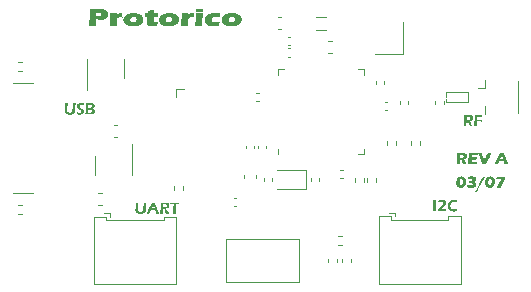
<source format=gbr>
%TF.GenerationSoftware,KiCad,Pcbnew,7.0.9*%
%TF.CreationDate,2024-03-07T22:07:38-08:00*%
%TF.ProjectId,stm32mc,73746d33-326d-4632-9e6b-696361645f70,rev?*%
%TF.SameCoordinates,PX2625a00PY510ff40*%
%TF.FileFunction,Legend,Top*%
%TF.FilePolarity,Positive*%
%FSLAX46Y46*%
G04 Gerber Fmt 4.6, Leading zero omitted, Abs format (unit mm)*
G04 Created by KiCad (PCBNEW 7.0.9) date 2024-03-07 22:07:38*
%MOMM*%
%LPD*%
G01*
G04 APERTURE LIST*
%ADD10C,0.250000*%
%ADD11C,0.187500*%
%ADD12C,0.300000*%
%ADD13C,0.150000*%
%ADD14C,0.200000*%
%ADD15C,0.120000*%
%ADD16C,0.100000*%
G04 APERTURE END LIST*
D10*
G36*
X8319190Y15723769D02*
G01*
X8329859Y15723562D01*
X8340069Y15723368D01*
X8354521Y15723103D01*
X8367938Y15722867D01*
X8380321Y15722662D01*
X8391669Y15722487D01*
X8401982Y15722341D01*
X8414124Y15722194D01*
X8424426Y15722101D01*
X8434717Y15722059D01*
X8446675Y15722101D01*
X8457744Y15722194D01*
X8470149Y15722341D01*
X8480329Y15722487D01*
X8491261Y15722662D01*
X8502944Y15722867D01*
X8515378Y15723103D01*
X8528563Y15723368D01*
X8542500Y15723664D01*
X8547313Y15723769D01*
X8514584Y15165430D01*
X8514013Y15155155D01*
X8513852Y15145402D01*
X8513950Y15134344D01*
X8514245Y15123641D01*
X8514736Y15113293D01*
X8515424Y15103300D01*
X8516824Y15088976D01*
X8518667Y15075451D01*
X8520952Y15062724D01*
X8523679Y15050796D01*
X8526848Y15039666D01*
X8530459Y15029335D01*
X8534513Y15019802D01*
X8539009Y15011068D01*
X8545729Y15000390D01*
X8553190Y14990460D01*
X8561391Y14981278D01*
X8570333Y14972844D01*
X8580015Y14965158D01*
X8590437Y14958220D01*
X8601600Y14952030D01*
X8610457Y14947878D01*
X8613503Y14946588D01*
X8622843Y14942965D01*
X8632453Y14939699D01*
X8642335Y14936789D01*
X8652486Y14934235D01*
X8662908Y14932037D01*
X8673601Y14930196D01*
X8684564Y14928711D01*
X8695797Y14927583D01*
X8707301Y14926811D01*
X8719076Y14926395D01*
X8727076Y14926316D01*
X8737269Y14926461D01*
X8747332Y14926896D01*
X8757266Y14927621D01*
X8767070Y14928636D01*
X8779143Y14930313D01*
X8791013Y14932443D01*
X8802680Y14935026D01*
X8804989Y14935597D01*
X8815974Y14938817D01*
X8826582Y14942432D01*
X8836811Y14946442D01*
X8846663Y14950847D01*
X8856137Y14955647D01*
X8859211Y14957335D01*
X8867633Y14962556D01*
X8876685Y14969009D01*
X8885126Y14975981D01*
X8892957Y14983473D01*
X8893893Y14984446D01*
X8901318Y14992966D01*
X8907255Y15000734D01*
X8912796Y15008931D01*
X8917942Y15017558D01*
X8922693Y15026614D01*
X8923447Y15028165D01*
X8927895Y15037556D01*
X8931896Y15047411D01*
X8935451Y15057729D01*
X8938559Y15068511D01*
X8941221Y15079757D01*
X8942009Y15083608D01*
X8944188Y15096694D01*
X8945798Y15107977D01*
X8947385Y15120517D01*
X8948952Y15134315D01*
X8949984Y15144212D01*
X8951007Y15154669D01*
X8952020Y15165685D01*
X8953024Y15177259D01*
X8954018Y15189393D01*
X8955003Y15202086D01*
X8955978Y15215338D01*
X8956943Y15229150D01*
X8957899Y15243520D01*
X8958374Y15250915D01*
X8972784Y15487830D01*
X8973387Y15500859D01*
X8973975Y15514117D01*
X8974547Y15527604D01*
X8975104Y15541319D01*
X8975646Y15555264D01*
X8976173Y15569438D01*
X8976684Y15583841D01*
X8977180Y15598472D01*
X8977661Y15613333D01*
X8978127Y15628423D01*
X8978577Y15643741D01*
X8979012Y15659289D01*
X8979432Y15675065D01*
X8979836Y15691071D01*
X8980226Y15707305D01*
X8980600Y15723769D01*
X8991069Y15723562D01*
X9001166Y15723368D01*
X9015613Y15723103D01*
X9029224Y15722867D01*
X9041997Y15722662D01*
X9053934Y15722487D01*
X9065033Y15722341D01*
X9075294Y15722226D01*
X9087674Y15722119D01*
X9098566Y15722066D01*
X9103454Y15722059D01*
X9212142Y15723769D01*
X9190404Y15384271D01*
X9176727Y15121466D01*
X9175935Y15110018D01*
X9175086Y15098938D01*
X9174179Y15088227D01*
X9173216Y15077884D01*
X9172195Y15067909D01*
X9170556Y15053637D01*
X9168789Y15040194D01*
X9166893Y15027580D01*
X9164868Y15015794D01*
X9162714Y15004836D01*
X9160431Y14994708D01*
X9157187Y14982492D01*
X9154233Y14972871D01*
X9150990Y14963426D01*
X9147456Y14954156D01*
X9143632Y14945062D01*
X9139518Y14936143D01*
X9135114Y14927400D01*
X9129201Y14916718D01*
X9125436Y14910440D01*
X9118992Y14901219D01*
X9112179Y14892332D01*
X9104996Y14883779D01*
X9097443Y14875559D01*
X9089521Y14867674D01*
X9081229Y14860122D01*
X9077808Y14857195D01*
X9068829Y14849757D01*
X9059475Y14842586D01*
X9049747Y14835683D01*
X9039645Y14829046D01*
X9029170Y14822677D01*
X9018320Y14816575D01*
X9007096Y14810739D01*
X8995498Y14805171D01*
X8985642Y14800710D01*
X8975675Y14796485D01*
X8965595Y14792495D01*
X8955404Y14788742D01*
X8945102Y14785225D01*
X8934688Y14781945D01*
X8924162Y14778900D01*
X8913524Y14776091D01*
X8902775Y14773519D01*
X8891915Y14771183D01*
X8884612Y14769756D01*
X8874549Y14767893D01*
X8864447Y14766150D01*
X8854307Y14764527D01*
X8844129Y14763024D01*
X8833913Y14761642D01*
X8823658Y14760380D01*
X8813366Y14759238D01*
X8803035Y14758216D01*
X8792666Y14757314D01*
X8782259Y14756533D01*
X8771814Y14755872D01*
X8761331Y14755331D01*
X8750809Y14754910D01*
X8740249Y14754609D01*
X8729652Y14754429D01*
X8719016Y14754369D01*
X8708129Y14754432D01*
X8697328Y14754621D01*
X8686612Y14754936D01*
X8675983Y14755376D01*
X8665440Y14755943D01*
X8654982Y14756636D01*
X8644610Y14757454D01*
X8634324Y14758399D01*
X8624124Y14759469D01*
X8614010Y14760666D01*
X8603982Y14761988D01*
X8594040Y14763436D01*
X8584183Y14765011D01*
X8574412Y14766711D01*
X8564728Y14768537D01*
X8555129Y14770489D01*
X8542904Y14773235D01*
X8530868Y14776251D01*
X8519022Y14779537D01*
X8507364Y14783094D01*
X8495895Y14786922D01*
X8484615Y14791020D01*
X8473524Y14795388D01*
X8462622Y14800027D01*
X8451908Y14804937D01*
X8441384Y14810116D01*
X8434473Y14813720D01*
X8424364Y14819282D01*
X8414646Y14824977D01*
X8405319Y14830805D01*
X8396382Y14836767D01*
X8387836Y14842861D01*
X8379681Y14849088D01*
X8371917Y14855449D01*
X8364543Y14861943D01*
X8355319Y14870808D01*
X8346789Y14879910D01*
X8340363Y14887645D01*
X8334272Y14895831D01*
X8328517Y14904468D01*
X8323098Y14913554D01*
X8318015Y14923091D01*
X8313267Y14933078D01*
X8308855Y14943516D01*
X8304780Y14954404D01*
X8301637Y14963753D01*
X8298803Y14973300D01*
X8296279Y14983045D01*
X8294064Y14992987D01*
X8292157Y15003126D01*
X8290560Y15013463D01*
X8289272Y15023997D01*
X8288293Y15034729D01*
X8287624Y15045659D01*
X8287263Y15056785D01*
X8287194Y15064313D01*
X8287271Y15075441D01*
X8287463Y15086406D01*
X8287720Y15096716D01*
X8288064Y15107867D01*
X8288415Y15117802D01*
X8288921Y15128489D01*
X8289522Y15140094D01*
X8290072Y15150040D01*
X8290682Y15160572D01*
X8291354Y15171693D01*
X8292087Y15183402D01*
X8292880Y15195698D01*
X8293300Y15202066D01*
X8299651Y15298786D01*
X8300517Y15310800D01*
X8301182Y15320672D01*
X8301859Y15331282D01*
X8302550Y15342631D01*
X8303253Y15354718D01*
X8303969Y15367543D01*
X8304699Y15381108D01*
X8305441Y15395410D01*
X8305942Y15405355D01*
X8306450Y15415629D01*
X8306963Y15426230D01*
X8307222Y15431654D01*
X8314061Y15580887D01*
X8314604Y15592477D01*
X8315134Y15604440D01*
X8315652Y15616777D01*
X8316156Y15629487D01*
X8316648Y15642571D01*
X8317126Y15656029D01*
X8317592Y15669860D01*
X8318045Y15684064D01*
X8318485Y15698642D01*
X8318771Y15708568D01*
X8319052Y15718660D01*
X8319190Y15723769D01*
G37*
G36*
X9308374Y14786853D02*
G01*
X9307651Y14801830D01*
X9306889Y14816536D01*
X9306087Y14830972D01*
X9305244Y14845136D01*
X9304362Y14859029D01*
X9303439Y14872651D01*
X9302476Y14886002D01*
X9301474Y14899083D01*
X9300431Y14911892D01*
X9299348Y14924431D01*
X9298225Y14936698D01*
X9297062Y14948695D01*
X9295859Y14960420D01*
X9294616Y14971875D01*
X9293333Y14983058D01*
X9292009Y14993971D01*
X9301086Y14989809D01*
X9310090Y14985779D01*
X9327879Y14978114D01*
X9345375Y14970979D01*
X9362580Y14964372D01*
X9379493Y14958294D01*
X9396114Y14952744D01*
X9412443Y14947722D01*
X9428480Y14943230D01*
X9444225Y14939266D01*
X9459678Y14935830D01*
X9474839Y14932923D01*
X9489709Y14930544D01*
X9504286Y14928694D01*
X9518571Y14927373D01*
X9532565Y14926580D01*
X9546266Y14926316D01*
X9556852Y14926503D01*
X9567240Y14927064D01*
X9577430Y14927999D01*
X9587421Y14929308D01*
X9597214Y14930991D01*
X9606808Y14933048D01*
X9618521Y14936145D01*
X9625401Y14938284D01*
X9636290Y14942315D01*
X9646214Y14946775D01*
X9655171Y14951665D01*
X9664645Y14958099D01*
X9672728Y14965151D01*
X9678401Y14971501D01*
X9684046Y14979549D01*
X9689155Y14989374D01*
X9692674Y14999665D01*
X9694604Y15010424D01*
X9695010Y15018395D01*
X9694537Y15028257D01*
X9692873Y15038694D01*
X9690012Y15048435D01*
X9687438Y15054543D01*
X9682475Y15063056D01*
X9676379Y15071740D01*
X9669149Y15080595D01*
X9662258Y15088106D01*
X9654580Y15095736D01*
X9647871Y15101927D01*
X9639901Y15109452D01*
X9630827Y15117832D01*
X9620649Y15127066D01*
X9613251Y15133697D01*
X9605363Y15140707D01*
X9596984Y15148098D01*
X9588115Y15155868D01*
X9578756Y15164017D01*
X9568906Y15172547D01*
X9558566Y15181456D01*
X9547735Y15190745D01*
X9536414Y15200413D01*
X9524603Y15210462D01*
X9512301Y15220890D01*
X9505966Y15226246D01*
X9497073Y15233869D01*
X9488713Y15241075D01*
X9480884Y15247865D01*
X9471275Y15256271D01*
X9462612Y15263936D01*
X9454895Y15270860D01*
X9446581Y15278475D01*
X9438555Y15286086D01*
X9430891Y15293438D01*
X9423563Y15300657D01*
X9416569Y15307743D01*
X9407765Y15316985D01*
X9399556Y15325989D01*
X9391942Y15334757D01*
X9384924Y15343288D01*
X9378501Y15351583D01*
X9374075Y15357649D01*
X9367357Y15367712D01*
X9361247Y15377751D01*
X9355746Y15387767D01*
X9350853Y15397758D01*
X9346568Y15407726D01*
X9342891Y15417670D01*
X9341591Y15421640D01*
X9338706Y15431746D01*
X9336310Y15442067D01*
X9334403Y15452602D01*
X9332985Y15463353D01*
X9332056Y15474317D01*
X9331616Y15485497D01*
X9331577Y15490028D01*
X9331903Y15502458D01*
X9332882Y15514741D01*
X9334513Y15526878D01*
X9336797Y15538869D01*
X9339734Y15550715D01*
X9343323Y15562414D01*
X9347565Y15573967D01*
X9352459Y15585375D01*
X9358006Y15596636D01*
X9364206Y15607752D01*
X9368702Y15615081D01*
X9376026Y15625844D01*
X9383986Y15636152D01*
X9392581Y15646006D01*
X9401812Y15655404D01*
X9411678Y15664347D01*
X9422179Y15672835D01*
X9433316Y15680867D01*
X9445088Y15688445D01*
X9457496Y15695568D01*
X9470539Y15702235D01*
X9479588Y15706428D01*
X9488953Y15710391D01*
X9498608Y15714098D01*
X9508553Y15717550D01*
X9518789Y15720746D01*
X9529314Y15723687D01*
X9540129Y15726372D01*
X9551235Y15728801D01*
X9562630Y15730974D01*
X9574316Y15732892D01*
X9586291Y15734554D01*
X9598557Y15735960D01*
X9611113Y15737111D01*
X9623958Y15738006D01*
X9637094Y15738645D01*
X9650520Y15739028D01*
X9664235Y15739156D01*
X9676750Y15739027D01*
X9689503Y15738641D01*
X9702495Y15737997D01*
X9715725Y15737095D01*
X9729193Y15735936D01*
X9742901Y15734519D01*
X9756846Y15732845D01*
X9771031Y15730913D01*
X9785453Y15728723D01*
X9800115Y15726276D01*
X9815014Y15723571D01*
X9830153Y15720609D01*
X9845529Y15717389D01*
X9861145Y15713911D01*
X9876999Y15710176D01*
X9893091Y15706183D01*
X9893847Y15692128D01*
X9894740Y15677621D01*
X9895411Y15667700D01*
X9896144Y15657578D01*
X9896938Y15647256D01*
X9897793Y15636733D01*
X9898709Y15626011D01*
X9899685Y15615087D01*
X9900724Y15603964D01*
X9901823Y15592640D01*
X9902983Y15581116D01*
X9904204Y15569391D01*
X9905486Y15557466D01*
X9906830Y15545341D01*
X9908234Y15533015D01*
X9893659Y15537156D01*
X9879303Y15541029D01*
X9865166Y15544636D01*
X9851249Y15547975D01*
X9837551Y15551047D01*
X9824073Y15553852D01*
X9810814Y15556390D01*
X9797775Y15558661D01*
X9784955Y15560664D01*
X9772355Y15562401D01*
X9759974Y15563870D01*
X9747812Y15565072D01*
X9735870Y15566007D01*
X9724147Y15566675D01*
X9712644Y15567076D01*
X9701360Y15567209D01*
X9689439Y15566967D01*
X9677947Y15566239D01*
X9666885Y15565026D01*
X9656252Y15563328D01*
X9646048Y15561145D01*
X9636273Y15558477D01*
X9626928Y15555323D01*
X9615136Y15550364D01*
X9604107Y15544542D01*
X9596336Y15539610D01*
X9586891Y15532656D01*
X9578705Y15525474D01*
X9571778Y15518063D01*
X9564891Y15508477D01*
X9559971Y15498533D01*
X9557020Y15488231D01*
X9556036Y15477572D01*
X9556646Y15467558D01*
X9558328Y15457726D01*
X9558478Y15457056D01*
X9561534Y15447263D01*
X9565354Y15438221D01*
X9566294Y15436295D01*
X9571309Y15427823D01*
X9577272Y15419293D01*
X9583210Y15411508D01*
X9584856Y15409428D01*
X9591460Y15401751D01*
X9599302Y15393467D01*
X9607010Y15385882D01*
X9615628Y15377850D01*
X9623505Y15370816D01*
X9625157Y15369372D01*
X9633368Y15362407D01*
X9641209Y15355858D01*
X9650130Y15348551D01*
X9658520Y15341845D01*
X9666376Y15335739D01*
X9671318Y15332003D01*
X9766817Y15255311D01*
X9774889Y15248556D01*
X9782739Y15241847D01*
X9790368Y15235184D01*
X9797775Y15228566D01*
X9806723Y15220359D01*
X9815325Y15212223D01*
X9823582Y15204159D01*
X9825191Y15202555D01*
X9833033Y15194582D01*
X9840528Y15186693D01*
X9847678Y15178888D01*
X9854481Y15171166D01*
X9860939Y15163527D01*
X9868232Y15154471D01*
X9869399Y15152973D01*
X9876086Y15144149D01*
X9882222Y15135445D01*
X9887809Y15126861D01*
X9892847Y15118398D01*
X9898029Y15108675D01*
X9898709Y15107300D01*
X9903153Y15097624D01*
X9907083Y15087832D01*
X9910499Y15077923D01*
X9913401Y15067897D01*
X9914829Y15062115D01*
X9916922Y15051847D01*
X9918502Y15041345D01*
X9919567Y15030609D01*
X9920118Y15019640D01*
X9920202Y15013266D01*
X9919957Y15002152D01*
X9919223Y14991159D01*
X9917999Y14980285D01*
X9916286Y14969532D01*
X9914084Y14958898D01*
X9911392Y14948386D01*
X9908211Y14937993D01*
X9904540Y14927720D01*
X9900380Y14917568D01*
X9895730Y14907536D01*
X9892358Y14900915D01*
X9886973Y14891188D01*
X9881167Y14881792D01*
X9874940Y14872727D01*
X9868293Y14863992D01*
X9861224Y14855588D01*
X9853735Y14847514D01*
X9845826Y14839771D01*
X9837495Y14832359D01*
X9828744Y14825277D01*
X9819572Y14818526D01*
X9813224Y14814208D01*
X9803477Y14808027D01*
X9793563Y14802216D01*
X9783481Y14796773D01*
X9773233Y14791700D01*
X9762816Y14786996D01*
X9752232Y14782661D01*
X9741481Y14778695D01*
X9730563Y14775099D01*
X9719476Y14771872D01*
X9708223Y14769014D01*
X9700628Y14767314D01*
X9689123Y14765000D01*
X9677507Y14762915D01*
X9665779Y14761056D01*
X9653939Y14759426D01*
X9641988Y14758022D01*
X9629925Y14756847D01*
X9617751Y14755899D01*
X9605464Y14755178D01*
X9593067Y14754685D01*
X9580557Y14754420D01*
X9572156Y14754369D01*
X9560818Y14754472D01*
X9549029Y14754781D01*
X9536790Y14755296D01*
X9524101Y14756018D01*
X9514289Y14756694D01*
X9504223Y14757486D01*
X9493904Y14758394D01*
X9483332Y14759418D01*
X9472506Y14760558D01*
X9468841Y14760964D01*
X9457470Y14762270D01*
X9445339Y14763809D01*
X9432449Y14765579D01*
X9418798Y14767581D01*
X9404387Y14769815D01*
X9394358Y14771433D01*
X9383991Y14773154D01*
X9373287Y14774978D01*
X9362244Y14776906D01*
X9350864Y14778936D01*
X9339146Y14781069D01*
X9327090Y14783306D01*
X9314697Y14785645D01*
X9308374Y14786853D01*
G37*
G36*
X10535023Y15726151D02*
G01*
X10548581Y15725971D01*
X10561470Y15725670D01*
X10573689Y15725250D01*
X10585238Y15724709D01*
X10596117Y15724047D01*
X10606327Y15723266D01*
X10618898Y15722037D01*
X10630278Y15720595D01*
X10638032Y15719372D01*
X10647794Y15717613D01*
X10659631Y15715103D01*
X10671064Y15712246D01*
X10682090Y15709044D01*
X10692711Y15705496D01*
X10702927Y15701603D01*
X10708862Y15699100D01*
X10718393Y15694671D01*
X10727447Y15689932D01*
X10736025Y15684882D01*
X10745687Y15678414D01*
X10754663Y15671498D01*
X10761618Y15665395D01*
X10769464Y15657718D01*
X10776880Y15649527D01*
X10783867Y15640820D01*
X10790424Y15631598D01*
X10796552Y15621860D01*
X10798499Y15618500D01*
X10803986Y15608188D01*
X10808906Y15597583D01*
X10812573Y15588523D01*
X10815847Y15579260D01*
X10818727Y15569794D01*
X10821214Y15560126D01*
X10823395Y15550403D01*
X10825207Y15540620D01*
X10826648Y15530778D01*
X10827721Y15520876D01*
X10828423Y15510914D01*
X10828756Y15500892D01*
X10828785Y15496867D01*
X10828636Y15486914D01*
X10828190Y15477084D01*
X10827213Y15464967D01*
X10825771Y15453041D01*
X10823864Y15441306D01*
X10821492Y15429761D01*
X10819260Y15420663D01*
X10816074Y15409534D01*
X10812472Y15398739D01*
X10808451Y15388277D01*
X10804014Y15378150D01*
X10799159Y15368356D01*
X10793886Y15358897D01*
X10791660Y15355206D01*
X10785863Y15346332D01*
X10779768Y15337876D01*
X10773374Y15329836D01*
X10766683Y15322214D01*
X10759693Y15315010D01*
X10752405Y15308223D01*
X10749406Y15305625D01*
X10740416Y15298249D01*
X10731580Y15291509D01*
X10722899Y15285403D01*
X10714373Y15279934D01*
X10704620Y15274356D01*
X10703244Y15273629D01*
X10694212Y15269088D01*
X10685320Y15264814D01*
X10676351Y15260845D01*
X10671493Y15258975D01*
X10681078Y15256092D01*
X10690581Y15252915D01*
X10696406Y15250915D01*
X10706588Y15247175D01*
X10715772Y15243176D01*
X10725214Y15238499D01*
X10734913Y15233145D01*
X10739148Y15230643D01*
X10747663Y15225239D01*
X10755989Y15219285D01*
X10764127Y15212782D01*
X10772075Y15205730D01*
X10779835Y15198128D01*
X10782379Y15195472D01*
X10789698Y15187317D01*
X10796450Y15178974D01*
X10802635Y15170441D01*
X10808254Y15161720D01*
X10813305Y15152810D01*
X10814863Y15149798D01*
X10819245Y15140642D01*
X10823233Y15131125D01*
X10826825Y15121247D01*
X10830022Y15111009D01*
X10832824Y15100411D01*
X10833670Y15096797D01*
X10835994Y15085812D01*
X10837838Y15074655D01*
X10839200Y15063327D01*
X10840081Y15051826D01*
X10840482Y15040154D01*
X10840509Y15036225D01*
X10840249Y15023684D01*
X10839470Y15011341D01*
X10838171Y14999195D01*
X10836353Y14987247D01*
X10834015Y14975496D01*
X10831158Y14963943D01*
X10827781Y14952587D01*
X10823885Y14941428D01*
X10819469Y14930468D01*
X10814534Y14919704D01*
X10810956Y14912638D01*
X10805263Y14902355D01*
X10799175Y14892480D01*
X10792692Y14883012D01*
X10785814Y14873953D01*
X10778541Y14865301D01*
X10770873Y14857057D01*
X10762810Y14849221D01*
X10754352Y14841793D01*
X10745499Y14834772D01*
X10736252Y14828160D01*
X10729867Y14823978D01*
X10720101Y14818078D01*
X10710129Y14812561D01*
X10699951Y14807425D01*
X10689567Y14802672D01*
X10678977Y14798300D01*
X10668180Y14794311D01*
X10657178Y14790704D01*
X10645969Y14787479D01*
X10634555Y14784636D01*
X10622934Y14782175D01*
X10615073Y14780747D01*
X10601986Y14778827D01*
X10591900Y14777651D01*
X10580723Y14776560D01*
X10568458Y14775552D01*
X10555103Y14774629D01*
X10540658Y14773789D01*
X10525124Y14773034D01*
X10508500Y14772362D01*
X10490787Y14771774D01*
X10471984Y14771270D01*
X10462174Y14771050D01*
X10452091Y14770851D01*
X10441737Y14770672D01*
X10431109Y14770515D01*
X10420210Y14770378D01*
X10409038Y14770263D01*
X10397594Y14770168D01*
X10385877Y14770095D01*
X10373888Y14770042D01*
X10361626Y14770011D01*
X10349092Y14770000D01*
X10183007Y14770733D01*
X10050139Y14770000D01*
X10051813Y14788995D01*
X10053417Y14807511D01*
X10054950Y14825548D01*
X10056413Y14843105D01*
X10057805Y14860184D01*
X10059126Y14876784D01*
X10060377Y14892905D01*
X10061557Y14908547D01*
X10062667Y14923710D01*
X10062851Y14926316D01*
X10274842Y14926316D01*
X10422609Y14926316D01*
X10434001Y14926369D01*
X10444729Y14926530D01*
X10454792Y14926797D01*
X10466438Y14927281D01*
X10477046Y14927932D01*
X10488406Y14928934D01*
X10495150Y14929735D01*
X10506336Y14931488D01*
X10517242Y14933756D01*
X10527868Y14936537D01*
X10538213Y14939833D01*
X10543998Y14941947D01*
X10553647Y14945829D01*
X10563443Y14950352D01*
X10572895Y14955549D01*
X10579902Y14960266D01*
X10587577Y14966920D01*
X10594728Y14974672D01*
X10600715Y14982587D01*
X10602616Y14985423D01*
X10607921Y14994387D01*
X10612568Y15003970D01*
X10616559Y15014171D01*
X10618492Y15020105D01*
X10621057Y15029951D01*
X10622889Y15039950D01*
X10623988Y15050101D01*
X10624354Y15060405D01*
X10623993Y15070772D01*
X10622911Y15080624D01*
X10620738Y15091467D01*
X10617582Y15101608D01*
X10614096Y15109742D01*
X10609129Y15118770D01*
X10603203Y15127260D01*
X10596319Y15135212D01*
X10588477Y15142627D01*
X10583565Y15146623D01*
X10574441Y15153053D01*
X10564592Y15158664D01*
X10555573Y15162823D01*
X10546022Y15166381D01*
X10535938Y15169338D01*
X10524515Y15171745D01*
X10513356Y15173370D01*
X10503355Y15174422D01*
X10492401Y15175252D01*
X10480492Y15175860D01*
X10467629Y15176248D01*
X10457356Y15176393D01*
X10450209Y15176421D01*
X10284612Y15176421D01*
X10274842Y14926316D01*
X10062851Y14926316D01*
X10063706Y14938394D01*
X10064674Y14952600D01*
X10065572Y14966326D01*
X10066399Y14979573D01*
X10067156Y14992342D01*
X10067842Y15004631D01*
X10068457Y15016442D01*
X10069078Y15028555D01*
X10069720Y15041694D01*
X10070384Y15055857D01*
X10071068Y15071045D01*
X10071773Y15087258D01*
X10072499Y15104495D01*
X10073246Y15122757D01*
X10074014Y15142043D01*
X10074406Y15152071D01*
X10074803Y15162355D01*
X10075205Y15172895D01*
X10075613Y15183691D01*
X10076026Y15194743D01*
X10076444Y15206051D01*
X10076867Y15217616D01*
X10077296Y15229437D01*
X10077730Y15241513D01*
X10078169Y15253847D01*
X10078613Y15266436D01*
X10079063Y15279281D01*
X10079518Y15292383D01*
X10079978Y15305741D01*
X10080443Y15319354D01*
X10080897Y15332736D01*
X10291207Y15332736D01*
X10393789Y15332736D01*
X10406566Y15332764D01*
X10418518Y15332848D01*
X10429647Y15332987D01*
X10439951Y15333183D01*
X10452407Y15333530D01*
X10463398Y15333976D01*
X10475076Y15334674D01*
X10486067Y15335716D01*
X10487578Y15335911D01*
X10498037Y15337581D01*
X10508682Y15339811D01*
X10519515Y15342603D01*
X10528949Y15345442D01*
X10536915Y15348123D01*
X10546240Y15351947D01*
X10554981Y15356458D01*
X10564442Y15362589D01*
X10573107Y15369655D01*
X10579902Y15376455D01*
X10587044Y15384966D01*
X10593299Y15393826D01*
X10598665Y15403038D01*
X10603143Y15412600D01*
X10605303Y15418221D01*
X10608444Y15428324D01*
X10610813Y15438544D01*
X10612411Y15448880D01*
X10613237Y15459334D01*
X10613363Y15465360D01*
X10612954Y15475276D01*
X10611485Y15486293D01*
X10608947Y15496975D01*
X10605341Y15507321D01*
X10604815Y15508591D01*
X10599960Y15518269D01*
X10593946Y15527031D01*
X10586771Y15534878D01*
X10578436Y15541808D01*
X10569125Y15547960D01*
X10560125Y15552616D01*
X10550331Y15556595D01*
X10539742Y15559896D01*
X10534961Y15561103D01*
X10524359Y15563178D01*
X10514160Y15564579D01*
X10502721Y15565683D01*
X10492677Y15566350D01*
X10481838Y15566828D01*
X10470206Y15567114D01*
X10457780Y15567209D01*
X10300488Y15567209D01*
X10291207Y15332736D01*
X10080897Y15332736D01*
X10080914Y15333225D01*
X10081379Y15347086D01*
X10081831Y15360672D01*
X10082267Y15373985D01*
X10082688Y15387023D01*
X10083095Y15399787D01*
X10083487Y15412276D01*
X10083864Y15424491D01*
X10084226Y15436432D01*
X10084574Y15448099D01*
X10084906Y15459491D01*
X10085224Y15470609D01*
X10085528Y15481453D01*
X10085816Y15492023D01*
X10086090Y15502318D01*
X10086348Y15512339D01*
X10086822Y15531558D01*
X10087236Y15549679D01*
X10087591Y15566704D01*
X10087886Y15582631D01*
X10088123Y15597461D01*
X10088300Y15611194D01*
X10088419Y15623830D01*
X10088478Y15635368D01*
X10088485Y15640726D01*
X10088459Y15651385D01*
X10088399Y15661999D01*
X10088302Y15674188D01*
X10088199Y15685072D01*
X10088073Y15696963D01*
X10087924Y15709862D01*
X10087798Y15720198D01*
X10087752Y15723769D01*
X10099392Y15723562D01*
X10110742Y15723368D01*
X10121801Y15723188D01*
X10132571Y15723021D01*
X10143051Y15722867D01*
X10153240Y15722727D01*
X10163140Y15722600D01*
X10177445Y15722435D01*
X10191098Y15722300D01*
X10204098Y15722194D01*
X10216446Y15722119D01*
X10228141Y15722074D01*
X10239183Y15722059D01*
X10250227Y15722076D01*
X10261743Y15722128D01*
X10273731Y15722214D01*
X10286192Y15722334D01*
X10299125Y15722488D01*
X10312530Y15722677D01*
X10326408Y15722901D01*
X10340758Y15723158D01*
X10350586Y15723349D01*
X10360625Y15723555D01*
X10370874Y15723776D01*
X10381332Y15724013D01*
X10391780Y15724279D01*
X10401998Y15724528D01*
X10411984Y15724760D01*
X10426530Y15725076D01*
X10440557Y15725353D01*
X10454065Y15725591D01*
X10467053Y15725791D01*
X10479522Y15725952D01*
X10491471Y15726074D01*
X10502900Y15726158D01*
X10513810Y15726203D01*
X10520795Y15726211D01*
X10535023Y15726151D01*
G37*
G36*
X42078890Y13769756D02*
G01*
X42080207Y13783134D01*
X42081503Y13796614D01*
X42082778Y13810197D01*
X42084030Y13823883D01*
X42085262Y13837671D01*
X42086472Y13851561D01*
X42087660Y13865555D01*
X42088828Y13879650D01*
X42089973Y13893849D01*
X42091097Y13908149D01*
X42092200Y13922553D01*
X42093281Y13937059D01*
X42094341Y13951667D01*
X42095379Y13966378D01*
X42096396Y13981192D01*
X42097391Y13996108D01*
X42098365Y14011127D01*
X42099318Y14026248D01*
X42100249Y14041472D01*
X42101158Y14056799D01*
X42102046Y14072228D01*
X42102913Y14087759D01*
X42103758Y14103394D01*
X42104581Y14119130D01*
X42105383Y14134970D01*
X42106164Y14150912D01*
X42106923Y14166956D01*
X42107661Y14183103D01*
X42108377Y14199352D01*
X42109072Y14215705D01*
X42109745Y14232159D01*
X42110397Y14248716D01*
X42111043Y14265285D01*
X42111669Y14281742D01*
X42112274Y14298088D01*
X42112859Y14314322D01*
X42113423Y14330446D01*
X42113966Y14346458D01*
X42114490Y14362360D01*
X42114992Y14378150D01*
X42115474Y14393829D01*
X42115936Y14409397D01*
X42116377Y14424853D01*
X42116797Y14440199D01*
X42117197Y14455433D01*
X42117577Y14470557D01*
X42117936Y14485569D01*
X42118274Y14500470D01*
X42118592Y14515260D01*
X42118889Y14529938D01*
X42119166Y14544506D01*
X42119423Y14558962D01*
X42119659Y14573307D01*
X42119874Y14587541D01*
X42120069Y14601664D01*
X42120243Y14615676D01*
X42120397Y14629577D01*
X42120530Y14643366D01*
X42120643Y14657044D01*
X42120736Y14670612D01*
X42120807Y14684068D01*
X42120859Y14697413D01*
X42120889Y14710646D01*
X42120900Y14723769D01*
X42132060Y14723562D01*
X42142946Y14723368D01*
X42153561Y14723188D01*
X42163902Y14723021D01*
X42173970Y14722867D01*
X42183766Y14722727D01*
X42197947Y14722542D01*
X42211515Y14722386D01*
X42224468Y14722261D01*
X42236808Y14722166D01*
X42248534Y14722101D01*
X42259646Y14722066D01*
X42266713Y14722059D01*
X42277867Y14722076D01*
X42288984Y14722128D01*
X42300061Y14722214D01*
X42311100Y14722334D01*
X42322100Y14722488D01*
X42333062Y14722677D01*
X42343985Y14722901D01*
X42354869Y14723158D01*
X42365715Y14723450D01*
X42376522Y14723776D01*
X42383705Y14724013D01*
X42394525Y14724406D01*
X42405461Y14724760D01*
X42416513Y14725076D01*
X42427680Y14725353D01*
X42438964Y14725591D01*
X42450363Y14725791D01*
X42461879Y14725952D01*
X42473510Y14726074D01*
X42485257Y14726158D01*
X42497121Y14726203D01*
X42505094Y14726211D01*
X42515073Y14726176D01*
X42524923Y14726070D01*
X42539455Y14725779D01*
X42553694Y14725329D01*
X42567642Y14724720D01*
X42581297Y14723952D01*
X42594661Y14723025D01*
X42607733Y14721940D01*
X42620513Y14720696D01*
X42633001Y14719292D01*
X42645197Y14717730D01*
X42649197Y14717174D01*
X42661075Y14715313D01*
X42672713Y14713027D01*
X42684110Y14710316D01*
X42695267Y14707179D01*
X42706184Y14703618D01*
X42716860Y14699632D01*
X42727296Y14695220D01*
X42737491Y14690384D01*
X42747446Y14685122D01*
X42757160Y14679436D01*
X42763503Y14675409D01*
X42772755Y14669145D01*
X42781552Y14662629D01*
X42789894Y14655859D01*
X42797781Y14648836D01*
X42805212Y14641559D01*
X42812189Y14634030D01*
X42818711Y14626247D01*
X42824777Y14618210D01*
X42830388Y14609920D01*
X42835545Y14601377D01*
X42838729Y14595541D01*
X42843138Y14586572D01*
X42847113Y14577340D01*
X42850654Y14567847D01*
X42853762Y14558092D01*
X42856436Y14548075D01*
X42858676Y14537796D01*
X42860483Y14527255D01*
X42861856Y14516452D01*
X42862796Y14505388D01*
X42863302Y14494061D01*
X42863398Y14486365D01*
X42863171Y14474248D01*
X42862492Y14462322D01*
X42861359Y14450587D01*
X42859772Y14439043D01*
X42857733Y14427689D01*
X42855241Y14416527D01*
X42854117Y14412115D01*
X42851066Y14401225D01*
X42847562Y14390539D01*
X42843605Y14380054D01*
X42839195Y14369773D01*
X42834332Y14359695D01*
X42829015Y14349819D01*
X42826762Y14345925D01*
X42820952Y14336417D01*
X42814821Y14327278D01*
X42808368Y14318509D01*
X42801593Y14310109D01*
X42794496Y14302079D01*
X42787077Y14294419D01*
X42784019Y14291459D01*
X42776316Y14284370D01*
X42768625Y14277758D01*
X42760946Y14271624D01*
X42751747Y14264892D01*
X42742565Y14258847D01*
X42734926Y14254334D01*
X42725544Y14249342D01*
X42715715Y14244625D01*
X42705440Y14240183D01*
X42694718Y14236016D01*
X42685442Y14232753D01*
X42679727Y14230887D01*
X42669842Y14227874D01*
X42659420Y14224790D01*
X42648461Y14221635D01*
X42636966Y14218407D01*
X42627383Y14215774D01*
X42617457Y14213095D01*
X42607187Y14210370D01*
X42649441Y14126839D01*
X42654054Y14117982D01*
X42659376Y14107897D01*
X42665406Y14096584D01*
X42672144Y14084043D01*
X42677030Y14075001D01*
X42682231Y14065412D01*
X42687746Y14055278D01*
X42693577Y14044598D01*
X42699722Y14033373D01*
X42706182Y14021601D01*
X42712957Y14009284D01*
X42720046Y13996421D01*
X42727451Y13983013D01*
X42735170Y13969058D01*
X42804535Y13845227D01*
X42809898Y13835209D01*
X42814780Y13825853D01*
X42819665Y13816419D01*
X42825420Y13805253D01*
X42830307Y13795741D01*
X42835684Y13785254D01*
X42841550Y13773793D01*
X42843614Y13769756D01*
X42831797Y13769963D01*
X42820526Y13770157D01*
X42809800Y13770337D01*
X42799620Y13770504D01*
X42785373Y13770730D01*
X42772355Y13770925D01*
X42760564Y13771090D01*
X42750001Y13771226D01*
X42737827Y13771359D01*
X42727836Y13771439D01*
X42720027Y13771466D01*
X42708376Y13771430D01*
X42697114Y13771350D01*
X42684127Y13771224D01*
X42673255Y13771100D01*
X42661412Y13770949D01*
X42648600Y13770773D01*
X42634817Y13770572D01*
X42620063Y13770344D01*
X42609689Y13770178D01*
X42598883Y13770000D01*
X42520725Y13961975D01*
X42515592Y13972852D01*
X42510208Y13984232D01*
X42506004Y13993098D01*
X42501658Y14002247D01*
X42497171Y14011679D01*
X42492542Y14021395D01*
X42487771Y14031394D01*
X42482859Y14041677D01*
X42477805Y14052243D01*
X42472609Y14063092D01*
X42389567Y14234062D01*
X42384295Y14244463D01*
X42378983Y14255309D01*
X42374132Y14265410D01*
X42368748Y14276779D01*
X42364358Y14286137D01*
X42359669Y14296208D01*
X42354678Y14306991D01*
X42349387Y14318487D01*
X42347557Y14322478D01*
X42358922Y14318724D01*
X42369845Y14315339D01*
X42380326Y14312324D01*
X42390364Y14309678D01*
X42399961Y14307401D01*
X42412068Y14304940D01*
X42423389Y14303134D01*
X42433924Y14301986D01*
X42445987Y14301473D01*
X42456700Y14301632D01*
X42467225Y14302108D01*
X42477560Y14302903D01*
X42487707Y14304015D01*
X42497664Y14305444D01*
X42507433Y14307192D01*
X42517013Y14309257D01*
X42529492Y14312504D01*
X42541636Y14316317D01*
X42550523Y14319547D01*
X42561899Y14324367D01*
X42572581Y14329790D01*
X42582568Y14335816D01*
X42591861Y14342445D01*
X42600459Y14349677D01*
X42608363Y14357511D01*
X42615572Y14365949D01*
X42622086Y14374990D01*
X42627925Y14384493D01*
X42632985Y14394194D01*
X42637267Y14404093D01*
X42640771Y14414191D01*
X42643495Y14424487D01*
X42645442Y14434982D01*
X42646610Y14445675D01*
X42646999Y14456567D01*
X42646630Y14466396D01*
X42645265Y14477472D01*
X42642896Y14488128D01*
X42639522Y14498363D01*
X42636496Y14505416D01*
X42631200Y14514919D01*
X42624502Y14523768D01*
X42617644Y14530832D01*
X42609756Y14537415D01*
X42600837Y14543518D01*
X42591100Y14549076D01*
X42580572Y14553844D01*
X42571196Y14557215D01*
X42561271Y14560036D01*
X42550798Y14562310D01*
X42539776Y14564034D01*
X42528538Y14565371D01*
X42517265Y14566481D01*
X42505955Y14567365D01*
X42494610Y14568022D01*
X42483229Y14568453D01*
X42471813Y14568656D01*
X42467236Y14568675D01*
X42456031Y14568629D01*
X42444675Y14568514D01*
X42433787Y14568359D01*
X42423900Y14568191D01*
X42413274Y14567987D01*
X42411060Y14567942D01*
X42399696Y14567731D01*
X42387891Y14567555D01*
X42375644Y14567416D01*
X42365529Y14567330D01*
X42355131Y14567267D01*
X42344451Y14567227D01*
X42333489Y14567210D01*
X42330704Y14567209D01*
X42318492Y14292680D01*
X42305303Y13770000D01*
X42191242Y13771466D01*
X42179552Y13771406D01*
X42169355Y13771299D01*
X42157235Y13771139D01*
X42146882Y13770983D01*
X42135447Y13770798D01*
X42122931Y13770583D01*
X42109333Y13770337D01*
X42094652Y13770062D01*
X42084264Y13769861D01*
X42078890Y13769756D01*
G37*
G36*
X42965003Y13770000D02*
G01*
X42966587Y13787622D01*
X42968102Y13804767D01*
X42969548Y13821435D01*
X42970926Y13837625D01*
X42972235Y13853339D01*
X42973475Y13868575D01*
X42974647Y13883335D01*
X42975750Y13897617D01*
X42976784Y13911423D01*
X42977749Y13924751D01*
X42978646Y13937603D01*
X42979474Y13949977D01*
X42980234Y13961874D01*
X42980925Y13973295D01*
X42981547Y13984238D01*
X42982100Y13994704D01*
X42983049Y14012233D01*
X42984004Y14030688D01*
X42984965Y14050068D01*
X42985448Y14060105D01*
X42985932Y14070373D01*
X42986417Y14080873D01*
X42986904Y14091604D01*
X42987392Y14102567D01*
X42987882Y14113761D01*
X42988373Y14125186D01*
X42988865Y14136843D01*
X42989359Y14148731D01*
X42989855Y14160850D01*
X42990352Y14173201D01*
X42990850Y14185783D01*
X42991349Y14198596D01*
X42991851Y14211641D01*
X42992353Y14224917D01*
X42992857Y14238425D01*
X42993363Y14252164D01*
X42993869Y14266134D01*
X42994378Y14280336D01*
X42994887Y14294769D01*
X42995399Y14309433D01*
X42995911Y14324329D01*
X42996425Y14339456D01*
X42996941Y14354814D01*
X42997457Y14370404D01*
X42997976Y14386225D01*
X42998351Y14397871D01*
X42998715Y14409301D01*
X42999067Y14420515D01*
X42999407Y14431513D01*
X42999735Y14442295D01*
X43000051Y14452861D01*
X43000355Y14463210D01*
X43000647Y14473344D01*
X43000927Y14483261D01*
X43001452Y14502447D01*
X43001929Y14520769D01*
X43002359Y14538227D01*
X43002740Y14554820D01*
X43003074Y14570549D01*
X43003360Y14585414D01*
X43003599Y14599414D01*
X43003790Y14612549D01*
X43003933Y14624821D01*
X43004028Y14636228D01*
X43004076Y14646770D01*
X43004082Y14651717D01*
X43004082Y14723525D01*
X43016834Y14723449D01*
X43029474Y14723377D01*
X43042002Y14723306D01*
X43054419Y14723238D01*
X43066724Y14723173D01*
X43078917Y14723110D01*
X43090999Y14723049D01*
X43102970Y14722990D01*
X43114828Y14722934D01*
X43126575Y14722881D01*
X43138211Y14722829D01*
X43149735Y14722780D01*
X43161147Y14722734D01*
X43172447Y14722690D01*
X43183636Y14722648D01*
X43194713Y14722609D01*
X43205679Y14722572D01*
X43216533Y14722537D01*
X43227275Y14722505D01*
X43237906Y14722475D01*
X43248425Y14722448D01*
X43258833Y14722423D01*
X43269129Y14722400D01*
X43279313Y14722380D01*
X43289386Y14722362D01*
X43299347Y14722346D01*
X43309196Y14722333D01*
X43328560Y14722314D01*
X43347477Y14722305D01*
X43356769Y14722303D01*
X43548988Y14722792D01*
X43672330Y14723525D01*
X43671321Y14710306D01*
X43670369Y14697517D01*
X43669474Y14685157D01*
X43668636Y14673226D01*
X43667856Y14661724D01*
X43667132Y14650652D01*
X43666467Y14640010D01*
X43665858Y14629796D01*
X43665306Y14620012D01*
X43664587Y14606141D01*
X43663995Y14593236D01*
X43663533Y14581297D01*
X43663200Y14570324D01*
X43663049Y14563546D01*
X43557048Y14567209D01*
X43517480Y14567698D01*
X43463991Y14567698D01*
X43359455Y14567698D01*
X43224877Y14567209D01*
X43217062Y14332492D01*
X43325750Y14330782D01*
X43342044Y14330785D01*
X43357589Y14330794D01*
X43372384Y14330808D01*
X43386429Y14330828D01*
X43399724Y14330854D01*
X43412269Y14330885D01*
X43424064Y14330922D01*
X43435109Y14330965D01*
X43445405Y14331014D01*
X43459442Y14331098D01*
X43471792Y14331194D01*
X43482454Y14331304D01*
X43494046Y14331470D01*
X43496475Y14331515D01*
X43598569Y14332736D01*
X43597913Y14322164D01*
X43597287Y14311697D01*
X43596691Y14301335D01*
X43596127Y14291077D01*
X43595592Y14280925D01*
X43595088Y14270878D01*
X43594615Y14260935D01*
X43594173Y14251098D01*
X43593566Y14236538D01*
X43593028Y14222215D01*
X43592558Y14208128D01*
X43592158Y14194277D01*
X43591826Y14180662D01*
X43591730Y14176176D01*
X43576044Y14176531D01*
X43560799Y14176863D01*
X43545995Y14177172D01*
X43531631Y14177459D01*
X43517708Y14177722D01*
X43504226Y14177962D01*
X43491185Y14178180D01*
X43478585Y14178375D01*
X43466425Y14178546D01*
X43454706Y14178695D01*
X43443428Y14178821D01*
X43432591Y14178924D01*
X43422194Y14179004D01*
X43412238Y14179061D01*
X43398131Y14179104D01*
X43393649Y14179107D01*
X43382478Y14179098D01*
X43371251Y14179069D01*
X43359969Y14179021D01*
X43348632Y14178955D01*
X43337240Y14178869D01*
X43325792Y14178764D01*
X43314288Y14178640D01*
X43302730Y14178497D01*
X43291116Y14178334D01*
X43279447Y14178153D01*
X43267722Y14177953D01*
X43255942Y14177733D01*
X43244107Y14177495D01*
X43232216Y14177237D01*
X43220270Y14176961D01*
X43208269Y14176665D01*
X43201186Y13875758D01*
X43200453Y13813476D01*
X43200453Y13770000D01*
X43087613Y13771466D01*
X43076836Y13771374D01*
X43066478Y13771260D01*
X43056536Y13771144D01*
X43044731Y13771002D01*
X43031063Y13770835D01*
X43020915Y13770709D01*
X43009939Y13770572D01*
X42998136Y13770423D01*
X42985504Y13770262D01*
X42972044Y13770091D01*
X42965003Y13770000D01*
G37*
D11*
G36*
X41897346Y9523356D02*
G01*
X41910921Y9522849D01*
X41924327Y9522005D01*
X41937563Y9520823D01*
X41950629Y9519303D01*
X41963525Y9517445D01*
X41976251Y9515250D01*
X41988808Y9512717D01*
X42001195Y9509846D01*
X42013412Y9506637D01*
X42025459Y9503091D01*
X42037336Y9499207D01*
X42049043Y9494985D01*
X42060581Y9490426D01*
X42071949Y9485529D01*
X42083147Y9480294D01*
X42094107Y9474681D01*
X42104762Y9468589D01*
X42115112Y9462018D01*
X42125157Y9454969D01*
X42134896Y9447440D01*
X42144330Y9439433D01*
X42153458Y9430946D01*
X42162281Y9421981D01*
X42170799Y9412536D01*
X42179012Y9402613D01*
X42186919Y9392211D01*
X42194521Y9381329D01*
X42201818Y9369969D01*
X42208810Y9358130D01*
X42215496Y9345812D01*
X42221877Y9333015D01*
X42227910Y9319833D01*
X42233555Y9306358D01*
X42238810Y9292592D01*
X42243675Y9278534D01*
X42248152Y9264184D01*
X42252239Y9249541D01*
X42255937Y9234607D01*
X42259246Y9219381D01*
X42262165Y9203863D01*
X42264696Y9188053D01*
X42266836Y9171951D01*
X42268588Y9155557D01*
X42269951Y9138872D01*
X42270924Y9121894D01*
X42271508Y9104624D01*
X42271702Y9087063D01*
X42271583Y9073239D01*
X42271225Y9059429D01*
X42270629Y9045632D01*
X42269794Y9031848D01*
X42268721Y9018078D01*
X42267409Y9004322D01*
X42265859Y8990578D01*
X42264070Y8976848D01*
X42262042Y8963131D01*
X42259776Y8949428D01*
X42257272Y8935738D01*
X42254529Y8922061D01*
X42251547Y8908398D01*
X42248327Y8894748D01*
X42244869Y8881112D01*
X42241172Y8867488D01*
X42237269Y8854069D01*
X42233192Y8840984D01*
X42228942Y8828233D01*
X42224518Y8815816D01*
X42219920Y8803732D01*
X42215149Y8791983D01*
X42210204Y8780567D01*
X42205085Y8769486D01*
X42199793Y8758738D01*
X42194327Y8748324D01*
X42188687Y8738245D01*
X42182874Y8728499D01*
X42176887Y8719087D01*
X42170727Y8710009D01*
X42164393Y8701265D01*
X42157885Y8692855D01*
X42151190Y8684727D01*
X42144234Y8676830D01*
X42137017Y8669164D01*
X42129538Y8661729D01*
X42121797Y8654525D01*
X42113795Y8647551D01*
X42105532Y8640809D01*
X42097008Y8634297D01*
X42088221Y8628017D01*
X42079174Y8621967D01*
X42069865Y8616148D01*
X42060295Y8610560D01*
X42050463Y8605203D01*
X42040370Y8600077D01*
X42030015Y8595181D01*
X42019399Y8590517D01*
X42008637Y8586140D01*
X41997784Y8582045D01*
X41986839Y8578232D01*
X41975802Y8574702D01*
X41964674Y8571455D01*
X41953454Y8568489D01*
X41942142Y8565806D01*
X41930739Y8563406D01*
X41919245Y8561288D01*
X41907658Y8559452D01*
X41895980Y8557899D01*
X41884211Y8556628D01*
X41872350Y8555640D01*
X41860397Y8554934D01*
X41848353Y8554510D01*
X41836217Y8554369D01*
X41825847Y8554473D01*
X41815560Y8554785D01*
X41805354Y8555305D01*
X41795230Y8556033D01*
X41785189Y8556969D01*
X41775229Y8558113D01*
X41765351Y8559465D01*
X41755556Y8561025D01*
X41745843Y8562792D01*
X41736211Y8564768D01*
X41726662Y8566952D01*
X41712492Y8570618D01*
X41698506Y8574752D01*
X41684705Y8579354D01*
X41680146Y8580991D01*
X41666656Y8586277D01*
X41653479Y8592151D01*
X41640615Y8598613D01*
X41628065Y8605664D01*
X41615828Y8613302D01*
X41603905Y8621529D01*
X41592295Y8630344D01*
X41584729Y8636547D01*
X41577303Y8643012D01*
X41570016Y8649738D01*
X41562868Y8656726D01*
X41555859Y8663975D01*
X41552407Y8667698D01*
X41545667Y8675325D01*
X41539184Y8683123D01*
X41532958Y8691093D01*
X41526991Y8699235D01*
X41521280Y8707549D01*
X41515828Y8716035D01*
X41510633Y8724692D01*
X41505696Y8733521D01*
X41501016Y8742522D01*
X41496594Y8751694D01*
X41492429Y8761038D01*
X41488522Y8770554D01*
X41484873Y8780242D01*
X41481481Y8790101D01*
X41478347Y8800133D01*
X41475471Y8810335D01*
X41472809Y8820699D01*
X41470319Y8831150D01*
X41468000Y8841688D01*
X41465853Y8852315D01*
X41463879Y8863029D01*
X41462075Y8873831D01*
X41460444Y8884721D01*
X41458984Y8895698D01*
X41457696Y8906764D01*
X41456580Y8917917D01*
X41455635Y8929158D01*
X41454863Y8940486D01*
X41454261Y8951903D01*
X41453832Y8963407D01*
X41453575Y8974999D01*
X41453568Y8975932D01*
X41727041Y8975932D01*
X41727161Y8962639D01*
X41727522Y8949780D01*
X41728123Y8937354D01*
X41728964Y8925362D01*
X41730046Y8913804D01*
X41731368Y8902679D01*
X41732931Y8891988D01*
X41734734Y8881731D01*
X41736778Y8871907D01*
X41739877Y8859483D01*
X41740718Y8856497D01*
X41744412Y8845045D01*
X41748534Y8834256D01*
X41753083Y8824131D01*
X41758060Y8814671D01*
X41763463Y8805874D01*
X41769295Y8797742D01*
X41777185Y8788510D01*
X41782240Y8783469D01*
X41791167Y8776010D01*
X41800548Y8769816D01*
X41810382Y8764886D01*
X41820670Y8761220D01*
X41831410Y8758818D01*
X41842604Y8757680D01*
X41847208Y8757579D01*
X41857512Y8758129D01*
X41867663Y8759777D01*
X41877662Y8762525D01*
X41887508Y8766372D01*
X41896150Y8771072D01*
X41904979Y8777478D01*
X41912696Y8784327D01*
X41920550Y8792430D01*
X41927200Y8800140D01*
X41928541Y8801787D01*
X41935203Y8810667D01*
X41941602Y8820668D01*
X41946533Y8829476D01*
X41951296Y8839002D01*
X41955890Y8849244D01*
X41960317Y8860205D01*
X41964576Y8871883D01*
X41966643Y8877991D01*
X41969678Y8887326D01*
X41972553Y8896738D01*
X41975270Y8906228D01*
X41977828Y8915795D01*
X41980228Y8925439D01*
X41982468Y8935161D01*
X41984550Y8944960D01*
X41986472Y8954836D01*
X41988236Y8964789D01*
X41989841Y8974820D01*
X41990823Y8981550D01*
X41992176Y8991731D01*
X41993396Y9001943D01*
X41994483Y9012185D01*
X41995437Y9022457D01*
X41996258Y9032758D01*
X41996945Y9043090D01*
X41997500Y9053452D01*
X41997921Y9063844D01*
X41998210Y9074266D01*
X41998365Y9084718D01*
X41998394Y9091703D01*
X41998269Y9105943D01*
X41997891Y9119719D01*
X41997261Y9133031D01*
X41996379Y9145879D01*
X41995246Y9158264D01*
X41993861Y9170185D01*
X41992224Y9181643D01*
X41990334Y9192637D01*
X41988194Y9203167D01*
X41985801Y9213233D01*
X41983156Y9222836D01*
X41978717Y9236371D01*
X41973711Y9248862D01*
X41968138Y9260310D01*
X41966154Y9263894D01*
X41959910Y9273977D01*
X41953266Y9283068D01*
X41946223Y9291168D01*
X41938780Y9298275D01*
X41930938Y9304391D01*
X41919862Y9311003D01*
X41908075Y9315852D01*
X41895578Y9318937D01*
X41885740Y9320094D01*
X41878960Y9320315D01*
X41868981Y9319849D01*
X41857464Y9318063D01*
X41846444Y9314938D01*
X41835923Y9310473D01*
X41825899Y9304668D01*
X41821074Y9301264D01*
X41811773Y9293601D01*
X41803104Y9285116D01*
X41796624Y9277735D01*
X41790549Y9269828D01*
X41784878Y9261394D01*
X41779611Y9252433D01*
X41774749Y9242946D01*
X41772470Y9238005D01*
X41768445Y9228813D01*
X41764613Y9219372D01*
X41760974Y9209682D01*
X41757529Y9199743D01*
X41754277Y9189554D01*
X41751218Y9179117D01*
X41748352Y9168431D01*
X41745679Y9157496D01*
X41743200Y9146312D01*
X41740914Y9134879D01*
X41739497Y9127118D01*
X41737271Y9114086D01*
X41735264Y9100817D01*
X41733476Y9087313D01*
X41731906Y9073572D01*
X41730556Y9059595D01*
X41729425Y9045382D01*
X41728513Y9030933D01*
X41728026Y9021169D01*
X41727637Y9011300D01*
X41727345Y9001326D01*
X41727150Y8991247D01*
X41727053Y8981063D01*
X41727041Y8975932D01*
X41453568Y8975932D01*
X41453489Y8986679D01*
X41453608Y9000859D01*
X41453966Y9015007D01*
X41454562Y9029123D01*
X41455397Y9043206D01*
X41456470Y9057256D01*
X41457782Y9071275D01*
X41459332Y9085260D01*
X41461121Y9099214D01*
X41463149Y9113135D01*
X41465415Y9127023D01*
X41467919Y9140879D01*
X41470662Y9154703D01*
X41473643Y9168494D01*
X41476863Y9182252D01*
X41480322Y9195979D01*
X41484019Y9209673D01*
X41487931Y9223192D01*
X41492033Y9236394D01*
X41496327Y9249280D01*
X41500811Y9261849D01*
X41505486Y9274101D01*
X41510351Y9286037D01*
X41515408Y9297655D01*
X41520655Y9308957D01*
X41526094Y9319942D01*
X41531723Y9330611D01*
X41537543Y9340963D01*
X41543553Y9350998D01*
X41549755Y9360716D01*
X41556147Y9370117D01*
X41562730Y9379202D01*
X41569504Y9387970D01*
X41576483Y9396470D01*
X41583682Y9404689D01*
X41591099Y9412628D01*
X41598737Y9420286D01*
X41606594Y9427664D01*
X41614670Y9434761D01*
X41622966Y9441578D01*
X41631481Y9448115D01*
X41640215Y9454370D01*
X41649169Y9460346D01*
X41658343Y9466041D01*
X41667735Y9471455D01*
X41677348Y9476589D01*
X41687179Y9481442D01*
X41697231Y9486015D01*
X41707501Y9490308D01*
X41717949Y9494330D01*
X41728472Y9498093D01*
X41739069Y9501596D01*
X41749740Y9504840D01*
X41760486Y9507824D01*
X41771306Y9510549D01*
X41782200Y9513015D01*
X41793169Y9515220D01*
X41804213Y9517167D01*
X41815331Y9518853D01*
X41826523Y9520281D01*
X41837790Y9521449D01*
X41849131Y9522357D01*
X41860546Y9523006D01*
X41872036Y9523395D01*
X41883600Y9523525D01*
X41897346Y9523356D01*
G37*
G36*
X42403593Y8570000D02*
G01*
X42402493Y8588176D01*
X42401391Y8605881D01*
X42400287Y8623118D01*
X42399182Y8639884D01*
X42398074Y8656182D01*
X42396964Y8672010D01*
X42395853Y8687369D01*
X42394740Y8702258D01*
X42393624Y8716678D01*
X42392507Y8730628D01*
X42391388Y8744109D01*
X42390267Y8757121D01*
X42389144Y8769663D01*
X42388019Y8781736D01*
X42386892Y8793340D01*
X42385764Y8804474D01*
X42395306Y8801589D01*
X42404791Y8798795D01*
X42414218Y8796093D01*
X42432898Y8790964D01*
X42451348Y8786201D01*
X42469567Y8781805D01*
X42487555Y8777775D01*
X42505313Y8774111D01*
X42522839Y8770814D01*
X42540134Y8767883D01*
X42557199Y8765318D01*
X42574033Y8763120D01*
X42590635Y8761288D01*
X42607007Y8759823D01*
X42623148Y8758724D01*
X42639058Y8757991D01*
X42654738Y8757625D01*
X42662491Y8757579D01*
X42676565Y8757839D01*
X42690120Y8758618D01*
X42703155Y8759917D01*
X42715671Y8761735D01*
X42727667Y8764073D01*
X42739144Y8766930D01*
X42750101Y8770307D01*
X42760539Y8774203D01*
X42770457Y8778618D01*
X42779856Y8783554D01*
X42785833Y8787132D01*
X42794258Y8792895D01*
X42804201Y8801127D01*
X42812671Y8809985D01*
X42819668Y8819468D01*
X42825193Y8829578D01*
X42829244Y8840313D01*
X42831821Y8851674D01*
X42832926Y8863661D01*
X42832972Y8866756D01*
X42832224Y8878556D01*
X42829980Y8889531D01*
X42826240Y8899683D01*
X42821004Y8909010D01*
X42814272Y8917512D01*
X42806045Y8925191D01*
X42796321Y8932045D01*
X42785101Y8938074D01*
X42775700Y8942134D01*
X42765360Y8945794D01*
X42754079Y8949055D01*
X42741858Y8951916D01*
X42728697Y8954378D01*
X42714596Y8956441D01*
X42704672Y8957595D01*
X42694331Y8958571D01*
X42683572Y8959369D01*
X42672395Y8959990D01*
X42660800Y8960434D01*
X42648787Y8960700D01*
X42636357Y8960789D01*
X42624226Y8960789D01*
X42612288Y8960789D01*
X42600544Y8960789D01*
X42588993Y8960789D01*
X42577635Y8960789D01*
X42566470Y8960789D01*
X42555498Y8960789D01*
X42544720Y8960789D01*
X42534135Y8960789D01*
X42523743Y8960789D01*
X42516922Y8960789D01*
X42518100Y8974667D01*
X42519254Y8988518D01*
X42520382Y9002343D01*
X42521486Y9016141D01*
X42522565Y9029912D01*
X42523620Y9043656D01*
X42524649Y9057374D01*
X42525654Y9071065D01*
X42526634Y9084729D01*
X42527589Y9098366D01*
X42528519Y9111977D01*
X42529424Y9125561D01*
X42530305Y9139119D01*
X42531161Y9152649D01*
X42531992Y9166153D01*
X42532798Y9179631D01*
X42545212Y9175967D01*
X42557787Y9172792D01*
X42570522Y9170105D01*
X42580178Y9168411D01*
X42589925Y9166991D01*
X42599762Y9165846D01*
X42609689Y9164976D01*
X42619706Y9164381D01*
X42629813Y9164060D01*
X42636601Y9163999D01*
X42648003Y9164064D01*
X42659035Y9164257D01*
X42669698Y9164579D01*
X42679992Y9165030D01*
X42689917Y9165609D01*
X42702576Y9166582D01*
X42714578Y9167784D01*
X42725924Y9169216D01*
X42736613Y9170876D01*
X42739183Y9171326D01*
X42749132Y9173437D01*
X42760699Y9176687D01*
X42771300Y9180616D01*
X42780935Y9185226D01*
X42789604Y9190515D01*
X42798732Y9197759D01*
X42801465Y9200391D01*
X42808686Y9208580D01*
X42814414Y9217027D01*
X42819207Y9227206D01*
X42821967Y9237737D01*
X42822714Y9247042D01*
X42821661Y9257987D01*
X42818501Y9268352D01*
X42813234Y9278137D01*
X42806898Y9286223D01*
X42805861Y9287342D01*
X42797682Y9294735D01*
X42789387Y9300253D01*
X42779907Y9305016D01*
X42769243Y9309023D01*
X42759450Y9311785D01*
X42755303Y9312743D01*
X42744371Y9314924D01*
X42732639Y9316736D01*
X42722679Y9317919D01*
X42712207Y9318865D01*
X42701223Y9319575D01*
X42689729Y9320048D01*
X42677723Y9320285D01*
X42671528Y9320315D01*
X42660632Y9320269D01*
X42649561Y9320131D01*
X42638315Y9319902D01*
X42626892Y9319582D01*
X42615295Y9319170D01*
X42603521Y9318666D01*
X42591573Y9318071D01*
X42579448Y9317384D01*
X42566690Y9316597D01*
X42556406Y9315858D01*
X42545507Y9314989D01*
X42533994Y9313991D01*
X42521868Y9312865D01*
X42509127Y9311610D01*
X42495773Y9310226D01*
X42481805Y9308713D01*
X42467222Y9307072D01*
X42457160Y9305906D01*
X42446824Y9304683D01*
X42481018Y9462952D01*
X42483094Y9473638D01*
X42484911Y9483288D01*
X42486728Y9493219D01*
X42488544Y9503431D01*
X42489323Y9507893D01*
X42507851Y9509786D01*
X42526188Y9511557D01*
X42544334Y9513205D01*
X42562290Y9514732D01*
X42580055Y9516136D01*
X42597629Y9517419D01*
X42615012Y9518579D01*
X42632205Y9519617D01*
X42649206Y9520533D01*
X42666017Y9521326D01*
X42682637Y9521998D01*
X42699066Y9522548D01*
X42715304Y9522975D01*
X42731352Y9523280D01*
X42747209Y9523464D01*
X42762875Y9523525D01*
X42772957Y9523482D01*
X42782994Y9523353D01*
X42792985Y9523138D01*
X42802930Y9522838D01*
X42812830Y9522451D01*
X42822684Y9521979D01*
X42832491Y9521421D01*
X42842254Y9520777D01*
X42856811Y9519650D01*
X42871265Y9518330D01*
X42885616Y9516816D01*
X42899864Y9515110D01*
X42914009Y9513210D01*
X42918702Y9512534D01*
X42932570Y9510312D01*
X42946056Y9507768D01*
X42959160Y9504902D01*
X42971882Y9501714D01*
X42984221Y9498205D01*
X42996179Y9494373D01*
X43007755Y9490219D01*
X43018948Y9485743D01*
X43029759Y9480945D01*
X43040188Y9475826D01*
X43046929Y9472234D01*
X43056663Y9466584D01*
X43065900Y9460624D01*
X43074638Y9454356D01*
X43082879Y9447779D01*
X43090621Y9440892D01*
X43097865Y9433697D01*
X43104611Y9426192D01*
X43110860Y9418378D01*
X43116610Y9410255D01*
X43121862Y9401823D01*
X43125087Y9396030D01*
X43129583Y9387134D01*
X43133636Y9378032D01*
X43137248Y9368724D01*
X43140417Y9359210D01*
X43143144Y9349490D01*
X43145429Y9339564D01*
X43147271Y9329432D01*
X43148671Y9319093D01*
X43149630Y9308549D01*
X43150145Y9297798D01*
X43150244Y9290517D01*
X43150017Y9279592D01*
X43149337Y9268797D01*
X43148204Y9258134D01*
X43146618Y9247603D01*
X43144579Y9237202D01*
X43142086Y9226933D01*
X43140963Y9222862D01*
X43137818Y9212888D01*
X43134184Y9203117D01*
X43130061Y9193549D01*
X43125449Y9184183D01*
X43120349Y9175021D01*
X43114759Y9166061D01*
X43112386Y9162534D01*
X43106260Y9153988D01*
X43099788Y9145751D01*
X43092970Y9137826D01*
X43085806Y9130210D01*
X43078296Y9122904D01*
X43070440Y9115908D01*
X43067201Y9113197D01*
X43059070Y9106753D01*
X43051011Y9100703D01*
X43043023Y9095047D01*
X43033531Y9088778D01*
X43024143Y9083077D01*
X43016399Y9078758D01*
X43006564Y9073775D01*
X42997477Y9069426D01*
X42987578Y9064898D01*
X42976869Y9060190D01*
X42967717Y9056296D01*
X42958047Y9052287D01*
X42950453Y9049205D01*
X42960967Y9046995D01*
X42970893Y9044763D01*
X42982474Y9041940D01*
X42993137Y9039081D01*
X43002882Y9036187D01*
X43013364Y9032666D01*
X43018108Y9030887D01*
X43027276Y9027014D01*
X43036461Y9022541D01*
X43045663Y9017466D01*
X43054882Y9011790D01*
X43064119Y9005513D01*
X43067201Y9003287D01*
X43076186Y8996378D01*
X43084638Y8989022D01*
X43092558Y8981220D01*
X43099945Y8972971D01*
X43106800Y8964275D01*
X43108967Y8961278D01*
X43115143Y8952013D01*
X43120667Y8942353D01*
X43125539Y8932298D01*
X43129758Y8921848D01*
X43133324Y8911003D01*
X43134368Y8907300D01*
X43137190Y8895980D01*
X43139096Y8886323D01*
X43140596Y8876464D01*
X43141691Y8866402D01*
X43142380Y8856138D01*
X43142664Y8845670D01*
X43142672Y8843552D01*
X43142397Y8831047D01*
X43141573Y8818717D01*
X43140199Y8806563D01*
X43138276Y8794586D01*
X43135803Y8782784D01*
X43132780Y8771158D01*
X43129208Y8759709D01*
X43125087Y8748435D01*
X43120416Y8737338D01*
X43115195Y8726416D01*
X43111409Y8719233D01*
X43105288Y8708730D01*
X43098646Y8698562D01*
X43091486Y8688729D01*
X43083806Y8679230D01*
X43075606Y8670067D01*
X43066887Y8661239D01*
X43057649Y8652745D01*
X43047891Y8644586D01*
X43037613Y8636762D01*
X43026816Y8629273D01*
X43019330Y8624467D01*
X43007770Y8617601D01*
X42995897Y8611109D01*
X42983710Y8604990D01*
X42971210Y8599245D01*
X42958396Y8593873D01*
X42945270Y8588875D01*
X42931829Y8584250D01*
X42918076Y8579999D01*
X42904009Y8576122D01*
X42894456Y8573744D01*
X42884765Y8571533D01*
X42879867Y8570489D01*
X42870032Y8568537D01*
X42860190Y8566711D01*
X42850340Y8565011D01*
X42840483Y8563436D01*
X42830618Y8561988D01*
X42820745Y8560666D01*
X42810864Y8559469D01*
X42800976Y8558399D01*
X42791081Y8557454D01*
X42781178Y8556636D01*
X42771267Y8555943D01*
X42761348Y8555376D01*
X42751422Y8554936D01*
X42741488Y8554621D01*
X42731547Y8554432D01*
X42721598Y8554369D01*
X42707099Y8554399D01*
X42692729Y8554489D01*
X42678488Y8554639D01*
X42664376Y8554850D01*
X42650393Y8555120D01*
X42636538Y8555451D01*
X42622812Y8555842D01*
X42609215Y8556292D01*
X42595747Y8556803D01*
X42582408Y8557374D01*
X42573586Y8557788D01*
X42560140Y8558477D01*
X42546178Y8559260D01*
X42531701Y8560137D01*
X42521763Y8560774D01*
X42511596Y8561453D01*
X42501201Y8562175D01*
X42490576Y8562938D01*
X42479723Y8563743D01*
X42468640Y8564590D01*
X42457329Y8565480D01*
X42445788Y8566411D01*
X42434019Y8567384D01*
X42422020Y8568399D01*
X42409793Y8569456D01*
X42403593Y8570000D01*
G37*
G36*
X43035450Y8241738D02*
G01*
X43177599Y8503566D01*
X43571318Y9241180D01*
X43711514Y9507893D01*
X43721759Y9507631D01*
X43734525Y9507322D01*
X43746267Y9507059D01*
X43756987Y9506841D01*
X43768949Y9506634D01*
X43779313Y9506498D01*
X43789640Y9506429D01*
X43791137Y9506428D01*
X43802718Y9506479D01*
X43813549Y9506601D01*
X43825453Y9506794D01*
X43835749Y9507000D01*
X43846733Y9507252D01*
X43858403Y9507550D01*
X43870760Y9507893D01*
X43300697Y8424188D01*
X43294493Y8412374D01*
X43287786Y8399467D01*
X43283036Y8390253D01*
X43278062Y8380553D01*
X43272865Y8370366D01*
X43267445Y8359693D01*
X43261802Y8348533D01*
X43255935Y8336887D01*
X43249845Y8324754D01*
X43243532Y8312134D01*
X43236996Y8299028D01*
X43230236Y8285436D01*
X43223253Y8271356D01*
X43216047Y8256791D01*
X43208618Y8241738D01*
X43197613Y8241956D01*
X43187311Y8242153D01*
X43174672Y8242382D01*
X43163284Y8242573D01*
X43153148Y8242726D01*
X43142238Y8242863D01*
X43131728Y8242949D01*
X43127529Y8242959D01*
X43116645Y8242883D01*
X43105734Y8242758D01*
X43094730Y8242615D01*
X43081703Y8242433D01*
X43070605Y8242272D01*
X43058370Y8242090D01*
X43044997Y8241886D01*
X43035450Y8241738D01*
G37*
G36*
X44340751Y9523356D02*
G01*
X44354327Y9522849D01*
X44367732Y9522005D01*
X44380968Y9520823D01*
X44394034Y9519303D01*
X44406930Y9517445D01*
X44419657Y9515250D01*
X44432213Y9512717D01*
X44444600Y9509846D01*
X44456817Y9506637D01*
X44468864Y9503091D01*
X44480741Y9499207D01*
X44492449Y9494985D01*
X44503986Y9490426D01*
X44515354Y9485529D01*
X44526552Y9480294D01*
X44537513Y9474681D01*
X44548168Y9468589D01*
X44558517Y9462018D01*
X44568562Y9454969D01*
X44578301Y9447440D01*
X44587735Y9439433D01*
X44596864Y9430946D01*
X44605687Y9421981D01*
X44614205Y9412536D01*
X44622418Y9402613D01*
X44630325Y9392211D01*
X44637927Y9381329D01*
X44645224Y9369969D01*
X44652215Y9358130D01*
X44658901Y9345812D01*
X44665282Y9333015D01*
X44671316Y9319833D01*
X44676960Y9306358D01*
X44682215Y9292592D01*
X44687081Y9278534D01*
X44691557Y9264184D01*
X44695645Y9249541D01*
X44699343Y9234607D01*
X44702651Y9219381D01*
X44705571Y9203863D01*
X44708101Y9188053D01*
X44710242Y9171951D01*
X44711994Y9155557D01*
X44713356Y9138872D01*
X44714329Y9121894D01*
X44714913Y9104624D01*
X44715108Y9087063D01*
X44714988Y9073239D01*
X44714631Y9059429D01*
X44714034Y9045632D01*
X44713200Y9031848D01*
X44712126Y9018078D01*
X44710814Y9004322D01*
X44709264Y8990578D01*
X44707475Y8976848D01*
X44705448Y8963131D01*
X44703182Y8949428D01*
X44700677Y8935738D01*
X44697934Y8922061D01*
X44694953Y8908398D01*
X44691733Y8894748D01*
X44688274Y8881112D01*
X44684577Y8867488D01*
X44680674Y8854069D01*
X44676597Y8840984D01*
X44672347Y8828233D01*
X44667923Y8815816D01*
X44663325Y8803732D01*
X44658554Y8791983D01*
X44653609Y8780567D01*
X44648490Y8769486D01*
X44643198Y8758738D01*
X44637732Y8748324D01*
X44632093Y8738245D01*
X44626280Y8728499D01*
X44620293Y8719087D01*
X44614132Y8710009D01*
X44607798Y8701265D01*
X44601290Y8692855D01*
X44594596Y8684727D01*
X44587640Y8676830D01*
X44580422Y8669164D01*
X44572943Y8661729D01*
X44565203Y8654525D01*
X44557201Y8647551D01*
X44548938Y8640809D01*
X44540413Y8634297D01*
X44531627Y8628017D01*
X44522579Y8621967D01*
X44513271Y8616148D01*
X44503700Y8610560D01*
X44493868Y8605203D01*
X44483775Y8600077D01*
X44473421Y8595181D01*
X44462805Y8590517D01*
X44452043Y8586140D01*
X44441189Y8582045D01*
X44430244Y8578232D01*
X44419207Y8574702D01*
X44408079Y8571455D01*
X44396859Y8568489D01*
X44385548Y8565806D01*
X44374145Y8563406D01*
X44362650Y8561288D01*
X44351064Y8559452D01*
X44339386Y8557899D01*
X44327616Y8556628D01*
X44315755Y8555640D01*
X44303803Y8554934D01*
X44291758Y8554510D01*
X44279623Y8554369D01*
X44269253Y8554473D01*
X44258965Y8554785D01*
X44248759Y8555305D01*
X44238636Y8556033D01*
X44228594Y8556969D01*
X44218634Y8558113D01*
X44208757Y8559465D01*
X44198961Y8561025D01*
X44189248Y8562792D01*
X44179617Y8564768D01*
X44170067Y8566952D01*
X44155897Y8570618D01*
X44141912Y8574752D01*
X44128111Y8579354D01*
X44123551Y8580991D01*
X44110061Y8586277D01*
X44096884Y8592151D01*
X44084021Y8598613D01*
X44071471Y8605664D01*
X44059234Y8613302D01*
X44047311Y8621529D01*
X44035701Y8630344D01*
X44028135Y8636547D01*
X44020708Y8643012D01*
X44013421Y8649738D01*
X44006273Y8656726D01*
X43999265Y8663975D01*
X43995812Y8667698D01*
X43989072Y8675325D01*
X43982589Y8683123D01*
X43976364Y8691093D01*
X43970396Y8699235D01*
X43964686Y8707549D01*
X43959233Y8716035D01*
X43954038Y8724692D01*
X43949101Y8733521D01*
X43944421Y8742522D01*
X43939999Y8751694D01*
X43935835Y8761038D01*
X43931928Y8770554D01*
X43928278Y8780242D01*
X43924887Y8790101D01*
X43921753Y8800133D01*
X43918876Y8810335D01*
X43916214Y8820699D01*
X43913724Y8831150D01*
X43911406Y8841688D01*
X43909259Y8852315D01*
X43907284Y8863029D01*
X43905481Y8873831D01*
X43903849Y8884721D01*
X43902390Y8895698D01*
X43901102Y8906764D01*
X43899985Y8917917D01*
X43899041Y8929158D01*
X43898268Y8940486D01*
X43897667Y8951903D01*
X43897238Y8963407D01*
X43896980Y8974999D01*
X43896973Y8975932D01*
X44170446Y8975932D01*
X44170566Y8962639D01*
X44170927Y8949780D01*
X44171528Y8937354D01*
X44172370Y8925362D01*
X44173451Y8913804D01*
X44174774Y8902679D01*
X44176337Y8891988D01*
X44178140Y8881731D01*
X44180183Y8871907D01*
X44183282Y8859483D01*
X44184124Y8856497D01*
X44187818Y8845045D01*
X44191939Y8834256D01*
X44196489Y8824131D01*
X44201465Y8814671D01*
X44206869Y8805874D01*
X44212700Y8797742D01*
X44220590Y8788510D01*
X44225645Y8783469D01*
X44234573Y8776010D01*
X44243954Y8769816D01*
X44253788Y8764886D01*
X44264075Y8761220D01*
X44274816Y8758818D01*
X44286009Y8757680D01*
X44290614Y8757579D01*
X44300918Y8758129D01*
X44311069Y8759777D01*
X44321068Y8762525D01*
X44330914Y8766372D01*
X44339556Y8771072D01*
X44348385Y8777478D01*
X44356101Y8784327D01*
X44363955Y8792430D01*
X44370605Y8800140D01*
X44371946Y8801787D01*
X44378608Y8810667D01*
X44385008Y8820668D01*
X44389938Y8829476D01*
X44394701Y8839002D01*
X44399296Y8849244D01*
X44403723Y8860205D01*
X44407982Y8871883D01*
X44410048Y8877991D01*
X44413083Y8887326D01*
X44415959Y8896738D01*
X44418676Y8906228D01*
X44421234Y8915795D01*
X44423633Y8925439D01*
X44425874Y8935161D01*
X44427955Y8944960D01*
X44429878Y8954836D01*
X44431642Y8964789D01*
X44433247Y8974820D01*
X44434228Y8981550D01*
X44435582Y8991731D01*
X44436802Y9001943D01*
X44437888Y9012185D01*
X44438842Y9022457D01*
X44439663Y9032758D01*
X44440351Y9043090D01*
X44440905Y9053452D01*
X44441327Y9063844D01*
X44441615Y9074266D01*
X44441770Y9084718D01*
X44441800Y9091703D01*
X44441674Y9105943D01*
X44441296Y9119719D01*
X44440666Y9133031D01*
X44439785Y9145879D01*
X44438651Y9158264D01*
X44437266Y9170185D01*
X44435629Y9181643D01*
X44433740Y9192637D01*
X44431599Y9203167D01*
X44429206Y9213233D01*
X44426561Y9222836D01*
X44422122Y9236371D01*
X44417116Y9248862D01*
X44411543Y9260310D01*
X44409560Y9263894D01*
X44403315Y9273977D01*
X44396671Y9283068D01*
X44389628Y9291168D01*
X44382186Y9298275D01*
X44374344Y9304391D01*
X44363267Y9311003D01*
X44351480Y9315852D01*
X44338984Y9318937D01*
X44329146Y9320094D01*
X44322365Y9320315D01*
X44312387Y9319849D01*
X44300869Y9318063D01*
X44289850Y9314938D01*
X44279328Y9310473D01*
X44269305Y9304668D01*
X44264480Y9301264D01*
X44255179Y9293601D01*
X44246510Y9285116D01*
X44240030Y9277735D01*
X44233954Y9269828D01*
X44228283Y9261394D01*
X44223017Y9252433D01*
X44218155Y9242946D01*
X44215875Y9238005D01*
X44211850Y9228813D01*
X44208018Y9219372D01*
X44204380Y9209682D01*
X44200934Y9199743D01*
X44197682Y9189554D01*
X44194623Y9179117D01*
X44191757Y9168431D01*
X44189085Y9157496D01*
X44186605Y9146312D01*
X44184319Y9134879D01*
X44182903Y9127118D01*
X44180676Y9114086D01*
X44178669Y9100817D01*
X44176881Y9087313D01*
X44175312Y9073572D01*
X44173962Y9059595D01*
X44172830Y9045382D01*
X44171918Y9030933D01*
X44171431Y9021169D01*
X44171042Y9011300D01*
X44170750Y9001326D01*
X44170556Y8991247D01*
X44170458Y8981063D01*
X44170446Y8975932D01*
X43896973Y8975932D01*
X43896894Y8986679D01*
X43897013Y9000859D01*
X43897371Y9015007D01*
X43897967Y9029123D01*
X43898802Y9043206D01*
X43899876Y9057256D01*
X43901187Y9071275D01*
X43902738Y9085260D01*
X43904527Y9099214D01*
X43906554Y9113135D01*
X43908820Y9127023D01*
X43911324Y9140879D01*
X43914067Y9154703D01*
X43917049Y9168494D01*
X43920269Y9182252D01*
X43923727Y9195979D01*
X43927424Y9209673D01*
X43931336Y9223192D01*
X43935439Y9236394D01*
X43939732Y9249280D01*
X43944216Y9261849D01*
X43948891Y9274101D01*
X43953757Y9286037D01*
X43958814Y9297655D01*
X43964061Y9308957D01*
X43969499Y9319942D01*
X43975128Y9330611D01*
X43980948Y9340963D01*
X43986959Y9350998D01*
X43993160Y9360716D01*
X43999552Y9370117D01*
X44006136Y9379202D01*
X44012909Y9387970D01*
X44019889Y9396470D01*
X44027087Y9404689D01*
X44034505Y9412628D01*
X44042142Y9420286D01*
X44049999Y9427664D01*
X44058075Y9434761D01*
X44066371Y9441578D01*
X44074886Y9448115D01*
X44083621Y9454370D01*
X44092575Y9460346D01*
X44101748Y9466041D01*
X44111141Y9471455D01*
X44120753Y9476589D01*
X44130585Y9481442D01*
X44140636Y9486015D01*
X44150907Y9490308D01*
X44161355Y9494330D01*
X44171877Y9498093D01*
X44182474Y9501596D01*
X44193145Y9504840D01*
X44203891Y9507824D01*
X44214711Y9510549D01*
X44225606Y9513015D01*
X44236575Y9515220D01*
X44247618Y9517167D01*
X44258736Y9518853D01*
X44269928Y9520281D01*
X44281195Y9521449D01*
X44292536Y9522357D01*
X44303952Y9523006D01*
X44315441Y9523395D01*
X44327006Y9523525D01*
X44340751Y9523356D01*
G37*
G36*
X44866294Y8570000D02*
G01*
X44871353Y8579677D01*
X44876396Y8589288D01*
X44881421Y8598835D01*
X44886429Y8608316D01*
X44891420Y8617733D01*
X44896393Y8627085D01*
X44901350Y8636372D01*
X44906289Y8645594D01*
X44911211Y8654751D01*
X44916116Y8663843D01*
X44921003Y8672871D01*
X44925874Y8681833D01*
X44930727Y8690731D01*
X44935564Y8699564D01*
X44940383Y8708332D01*
X44945184Y8717035D01*
X44950284Y8726239D01*
X44955935Y8736509D01*
X44962137Y8747847D01*
X44968891Y8760250D01*
X44976197Y8773721D01*
X44984053Y8788258D01*
X44992462Y8803862D01*
X45001421Y8820533D01*
X45006108Y8829268D01*
X45010933Y8838270D01*
X45015895Y8847538D01*
X45020995Y8857074D01*
X45026233Y8866876D01*
X45031609Y8876944D01*
X45037123Y8887279D01*
X45042775Y8897881D01*
X45048564Y8908750D01*
X45054492Y8919885D01*
X45060557Y8931287D01*
X45066760Y8942956D01*
X45073101Y8954891D01*
X45079580Y8967093D01*
X45086197Y8979561D01*
X45092951Y8992296D01*
X45214340Y9222862D01*
X45219586Y9233106D01*
X45224837Y9243439D01*
X45229614Y9252883D01*
X45234901Y9263372D01*
X45240700Y9274907D01*
X45245385Y9284244D01*
X45250357Y9294169D01*
X45255617Y9304683D01*
X45244552Y9304814D01*
X45233982Y9304932D01*
X45223904Y9305037D01*
X45211236Y9305157D01*
X45199446Y9305255D01*
X45188533Y9305329D01*
X45178498Y9305381D01*
X45167189Y9305413D01*
X45163049Y9305416D01*
X45145001Y9305352D01*
X45126760Y9305160D01*
X45108326Y9304840D01*
X45089700Y9304393D01*
X45070881Y9303818D01*
X45051869Y9303114D01*
X45032664Y9302283D01*
X45013267Y9301325D01*
X45003496Y9300797D01*
X44993677Y9300238D01*
X44983810Y9299647D01*
X44973894Y9299023D01*
X44963931Y9298368D01*
X44953919Y9297681D01*
X44943859Y9296962D01*
X44933751Y9296211D01*
X44923594Y9295428D01*
X44913390Y9294613D01*
X44903137Y9293766D01*
X44892836Y9292887D01*
X44882487Y9291976D01*
X44872090Y9291033D01*
X44861645Y9290058D01*
X44851151Y9289051D01*
X44851990Y9301012D01*
X44852796Y9313201D01*
X44853570Y9325619D01*
X44854311Y9338266D01*
X44855020Y9351143D01*
X44855696Y9364248D01*
X44856340Y9377582D01*
X44856952Y9391145D01*
X44857531Y9404937D01*
X44858078Y9418958D01*
X44858592Y9433208D01*
X44859074Y9447687D01*
X44859523Y9462395D01*
X44859940Y9477332D01*
X44860324Y9492498D01*
X44860676Y9507893D01*
X45599267Y9507893D01*
X45588764Y9289051D01*
X45424633Y8974467D01*
X45320097Y8768081D01*
X45314838Y8757175D01*
X45309503Y8746073D01*
X45304092Y8734774D01*
X45298604Y8723278D01*
X45293040Y8711586D01*
X45287399Y8699697D01*
X45281682Y8687612D01*
X45275889Y8675330D01*
X45270020Y8662852D01*
X45264074Y8650177D01*
X45258052Y8637306D01*
X45251953Y8624238D01*
X45245779Y8610973D01*
X45239528Y8597512D01*
X45233200Y8583855D01*
X45226796Y8570000D01*
X44866294Y8570000D01*
G37*
G36*
X41467411Y10570000D02*
G01*
X41469008Y10585019D01*
X41470563Y10599848D01*
X41472076Y10614488D01*
X41473547Y10628939D01*
X41474976Y10643202D01*
X41476364Y10657275D01*
X41477709Y10671160D01*
X41479012Y10684856D01*
X41480273Y10698363D01*
X41481493Y10711680D01*
X41482670Y10724809D01*
X41483805Y10737750D01*
X41484899Y10750501D01*
X41485950Y10763063D01*
X41486959Y10775436D01*
X41487927Y10787621D01*
X41488865Y10799862D01*
X41489785Y10812343D01*
X41490689Y10825064D01*
X41491575Y10838026D01*
X41492444Y10851229D01*
X41493296Y10864672D01*
X41494131Y10878355D01*
X41494949Y10892279D01*
X41495749Y10906443D01*
X41496533Y10920848D01*
X41497299Y10935493D01*
X41498048Y10950378D01*
X41498780Y10965504D01*
X41499494Y10980870D01*
X41500192Y10996477D01*
X41500872Y11012324D01*
X41501563Y11028377D01*
X41502230Y11044538D01*
X41502875Y11060807D01*
X41503497Y11077186D01*
X41504097Y11093673D01*
X41504673Y11110269D01*
X41505226Y11126974D01*
X41505757Y11143788D01*
X41506264Y11160710D01*
X41506749Y11177742D01*
X41507211Y11194882D01*
X41507650Y11212130D01*
X41508066Y11229488D01*
X41508459Y11246954D01*
X41508829Y11264529D01*
X41509176Y11282213D01*
X41509501Y11299724D01*
X41509806Y11316781D01*
X41510089Y11333383D01*
X41510351Y11349532D01*
X41510593Y11365227D01*
X41510813Y11380467D01*
X41511013Y11395253D01*
X41511191Y11409585D01*
X41511348Y11423463D01*
X41511485Y11436887D01*
X41511600Y11449857D01*
X41511695Y11462372D01*
X41511768Y11474434D01*
X41511821Y11486041D01*
X41511852Y11497194D01*
X41511863Y11507893D01*
X41522480Y11507656D01*
X41532837Y11507435D01*
X41542935Y11507229D01*
X41552773Y11507038D01*
X41567044Y11506781D01*
X41580732Y11506557D01*
X41593835Y11506368D01*
X41606354Y11506214D01*
X41618290Y11506094D01*
X41629641Y11506008D01*
X41640409Y11505956D01*
X41650593Y11505939D01*
X41661107Y11505965D01*
X41672042Y11506042D01*
X41683398Y11506171D01*
X41695175Y11506351D01*
X41707372Y11506583D01*
X41719990Y11506866D01*
X41733029Y11507201D01*
X41746489Y11507588D01*
X41760369Y11508026D01*
X41774670Y11508515D01*
X41784438Y11508870D01*
X41794313Y11509254D01*
X41804157Y11509614D01*
X41813967Y11509949D01*
X41823746Y11510259D01*
X41838352Y11510678D01*
X41852886Y11511041D01*
X41867347Y11511347D01*
X41881734Y11511599D01*
X41896049Y11511794D01*
X41910291Y11511934D01*
X41924459Y11512017D01*
X41938555Y11512045D01*
X41949471Y11512018D01*
X41960235Y11511938D01*
X41970849Y11511805D01*
X41981313Y11511618D01*
X41991625Y11511377D01*
X42001787Y11511083D01*
X42011798Y11510736D01*
X42021659Y11510335D01*
X42036166Y11509634D01*
X42050335Y11508813D01*
X42064165Y11507871D01*
X42077655Y11506809D01*
X42090806Y11505627D01*
X42095115Y11505206D01*
X42107853Y11503886D01*
X42120302Y11502245D01*
X42132461Y11500283D01*
X42144330Y11498001D01*
X42155908Y11495398D01*
X42167197Y11492475D01*
X42178195Y11489231D01*
X42188904Y11485667D01*
X42199258Y11481839D01*
X42209191Y11477805D01*
X42218705Y11473565D01*
X42227800Y11469119D01*
X42236474Y11464467D01*
X42246727Y11458363D01*
X42256324Y11451936D01*
X42259979Y11449275D01*
X42268752Y11442509D01*
X42277061Y11435493D01*
X42284905Y11428227D01*
X42292283Y11420710D01*
X42299197Y11412942D01*
X42305645Y11404925D01*
X42308094Y11401647D01*
X42313909Y11393178D01*
X42319295Y11384255D01*
X42324252Y11374878D01*
X42328779Y11365049D01*
X42332876Y11354767D01*
X42336545Y11344031D01*
X42337892Y11339610D01*
X42340988Y11328411D01*
X42343559Y11316950D01*
X42345606Y11305227D01*
X42347127Y11293242D01*
X42347967Y11283464D01*
X42348471Y11273519D01*
X42348639Y11263406D01*
X42348456Y11252194D01*
X42347906Y11241149D01*
X42346990Y11230273D01*
X42345708Y11219564D01*
X42344059Y11209024D01*
X42342044Y11198651D01*
X42339663Y11188446D01*
X42336915Y11178409D01*
X42333774Y11168590D01*
X42330214Y11158916D01*
X42326233Y11149387D01*
X42321833Y11140002D01*
X42317013Y11130763D01*
X42311773Y11121669D01*
X42306114Y11112720D01*
X42300034Y11103915D01*
X42293600Y11095390D01*
X42286754Y11087154D01*
X42279495Y11079209D01*
X42271824Y11071553D01*
X42263741Y11064188D01*
X42255246Y11057112D01*
X42246339Y11050327D01*
X42237020Y11043832D01*
X42227017Y11037466D01*
X42216061Y11031070D01*
X42207217Y11026253D01*
X42197837Y11021419D01*
X42187920Y11016567D01*
X42177466Y11011698D01*
X42166476Y11006813D01*
X42154949Y11001910D01*
X42142886Y10996989D01*
X42130286Y10992052D01*
X42165945Y10903148D01*
X42169761Y10893847D01*
X42173639Y10884509D01*
X42177577Y10875132D01*
X42181577Y10865718D01*
X42185637Y10856265D01*
X42189759Y10846773D01*
X42193941Y10837244D01*
X42198185Y10827677D01*
X42290265Y10622513D01*
X42294472Y10612928D01*
X42298813Y10602668D01*
X42303278Y10591920D01*
X42307524Y10581587D01*
X42311264Y10572418D01*
X42312247Y10570000D01*
X42298370Y10570178D01*
X42285075Y10570344D01*
X42272359Y10570499D01*
X42260223Y10570642D01*
X42248667Y10570773D01*
X42237691Y10570894D01*
X42227296Y10571002D01*
X42217480Y10571100D01*
X42203845Y10571224D01*
X42191514Y10571323D01*
X42180489Y10571396D01*
X42167819Y10571453D01*
X42159839Y10571466D01*
X42149989Y10571453D01*
X42139031Y10571414D01*
X42126965Y10571350D01*
X42113792Y10571260D01*
X42099511Y10571144D01*
X42089374Y10571052D01*
X42078746Y10570949D01*
X42067625Y10570835D01*
X42056012Y10570709D01*
X42043907Y10570572D01*
X42031310Y10570423D01*
X42018220Y10570262D01*
X42004637Y10570091D01*
X41997662Y10570000D01*
X41994635Y10579999D01*
X41991052Y10591921D01*
X41987999Y10602125D01*
X41984632Y10613411D01*
X41980952Y10625779D01*
X41976958Y10639228D01*
X41974122Y10648796D01*
X41971146Y10658844D01*
X41968031Y10669373D01*
X41964777Y10680383D01*
X41961383Y10691874D01*
X41957850Y10703846D01*
X41954973Y10713810D01*
X41952202Y10723187D01*
X41948889Y10734081D01*
X41945743Y10744057D01*
X41942188Y10754816D01*
X41938874Y10764253D01*
X41937822Y10767104D01*
X41934614Y10776659D01*
X41931128Y10786914D01*
X41927362Y10797868D01*
X41923317Y10809523D01*
X41918992Y10821877D01*
X41914389Y10834931D01*
X41909507Y10848684D01*
X41906097Y10858242D01*
X41902563Y10868111D01*
X41898905Y10878291D01*
X41895123Y10888782D01*
X41891217Y10899584D01*
X41889218Y10905102D01*
X41818387Y11101473D01*
X41829953Y11101473D01*
X41841447Y11101473D01*
X41852870Y11101473D01*
X41864221Y11101473D01*
X41875501Y11101473D01*
X41886709Y11101473D01*
X41891172Y11101473D01*
X41903602Y11101702D01*
X41915734Y11102389D01*
X41927568Y11103534D01*
X41939105Y11105137D01*
X41950344Y11107197D01*
X41961285Y11109716D01*
X41971928Y11112693D01*
X41982274Y11116128D01*
X41992162Y11120100D01*
X42001432Y11124569D01*
X42010084Y11129534D01*
X42020029Y11136438D01*
X42029008Y11144117D01*
X42037021Y11152571D01*
X42044068Y11161801D01*
X42050119Y11171495D01*
X42055145Y11181345D01*
X42059145Y11191350D01*
X42062119Y11201509D01*
X42064068Y11211824D01*
X42064991Y11222294D01*
X42065073Y11226525D01*
X42064515Y11237084D01*
X42062840Y11247145D01*
X42060050Y11256707D01*
X42056143Y11265772D01*
X42051119Y11274339D01*
X42049197Y11277084D01*
X42042683Y11284849D01*
X42034863Y11291841D01*
X42025738Y11298061D01*
X42015308Y11303508D01*
X42005620Y11307456D01*
X41999371Y11309568D01*
X41987862Y11312664D01*
X41977357Y11314763D01*
X41965701Y11316526D01*
X41952891Y11317953D01*
X41942528Y11318803D01*
X41931516Y11319464D01*
X41919856Y11319937D01*
X41907548Y11320220D01*
X41894591Y11320315D01*
X41884026Y11320268D01*
X41873273Y11320128D01*
X41862334Y11319894D01*
X41851208Y11319567D01*
X41844766Y11319338D01*
X41834840Y11318980D01*
X41824295Y11318639D01*
X41813132Y11318316D01*
X41803358Y11318059D01*
X41793154Y11317815D01*
X41784682Y11317628D01*
X41783590Y11299616D01*
X41782511Y11281117D01*
X41781445Y11262132D01*
X41780392Y11242661D01*
X41779871Y11232742D01*
X41779353Y11222702D01*
X41778839Y11212541D01*
X41778328Y11202257D01*
X41777820Y11191853D01*
X41777316Y11181326D01*
X41776814Y11170678D01*
X41776317Y11159908D01*
X41775822Y11149017D01*
X41775331Y11138003D01*
X41774843Y11126869D01*
X41774359Y11115612D01*
X41773878Y11104234D01*
X41773400Y11092735D01*
X41772926Y11081113D01*
X41772455Y11069370D01*
X41771987Y11057506D01*
X41771522Y11045519D01*
X41771061Y11033411D01*
X41770604Y11021182D01*
X41770149Y11008831D01*
X41769698Y10996358D01*
X41769251Y10983763D01*
X41768806Y10971047D01*
X41768384Y10958293D01*
X41767970Y10945552D01*
X41767567Y10932827D01*
X41767173Y10920115D01*
X41766788Y10907418D01*
X41766413Y10894735D01*
X41766048Y10882066D01*
X41765692Y10869412D01*
X41765346Y10856772D01*
X41765009Y10844146D01*
X41764682Y10831535D01*
X41764364Y10818937D01*
X41764056Y10806355D01*
X41763757Y10793786D01*
X41763468Y10781232D01*
X41763189Y10768692D01*
X41762919Y10756167D01*
X41762658Y10743655D01*
X41762407Y10731158D01*
X41762166Y10718676D01*
X41761934Y10706207D01*
X41761712Y10693753D01*
X41761499Y10681314D01*
X41761296Y10668888D01*
X41761102Y10656477D01*
X41760918Y10644081D01*
X41760743Y10631698D01*
X41760578Y10619330D01*
X41760423Y10606976D01*
X41760277Y10594637D01*
X41760140Y10582311D01*
X41760013Y10570000D01*
X41745979Y10570178D01*
X41732574Y10570344D01*
X41719799Y10570499D01*
X41707654Y10570642D01*
X41696138Y10570773D01*
X41685252Y10570894D01*
X41674996Y10571002D01*
X41660792Y10571144D01*
X41648005Y10571260D01*
X41636635Y10571350D01*
X41626682Y10571414D01*
X41615614Y10571460D01*
X41611025Y10571466D01*
X41600073Y10571443D01*
X41587120Y10571374D01*
X41576093Y10571293D01*
X41563942Y10571185D01*
X41550665Y10571052D01*
X41536264Y10570894D01*
X41526038Y10570773D01*
X41515313Y10570642D01*
X41504087Y10570499D01*
X41492361Y10570344D01*
X41480136Y10570178D01*
X41467411Y10570000D01*
G37*
G36*
X42448778Y10570000D02*
G01*
X42449838Y10581026D01*
X42450879Y10591939D01*
X42451902Y10602739D01*
X42452908Y10613426D01*
X42453895Y10624000D01*
X42454863Y10634461D01*
X42455814Y10644808D01*
X42456747Y10655043D01*
X42457661Y10665164D01*
X42458558Y10675173D01*
X42459436Y10685068D01*
X42460296Y10694851D01*
X42461962Y10714076D01*
X42463555Y10732849D01*
X42465076Y10751170D01*
X42466524Y10769039D01*
X42467900Y10786456D01*
X42469203Y10803420D01*
X42470434Y10819932D01*
X42471592Y10835992D01*
X42472678Y10851600D01*
X42473691Y10866756D01*
X42474698Y10882022D01*
X42475702Y10897900D01*
X42476705Y10914392D01*
X42477706Y10931495D01*
X42478705Y10949211D01*
X42479702Y10967540D01*
X42480697Y10986481D01*
X42481690Y11006035D01*
X42482186Y11016042D01*
X42482681Y11026201D01*
X42483176Y11036514D01*
X42483671Y11046980D01*
X42484165Y11057599D01*
X42484658Y11068371D01*
X42485151Y11079297D01*
X42485644Y11090375D01*
X42486136Y11101607D01*
X42486627Y11112991D01*
X42487118Y11124529D01*
X42487609Y11136220D01*
X42488099Y11148064D01*
X42488589Y11160062D01*
X42489078Y11172212D01*
X42489567Y11184516D01*
X42490063Y11196780D01*
X42490543Y11208783D01*
X42491007Y11220525D01*
X42491456Y11232005D01*
X42491889Y11243224D01*
X42492306Y11254182D01*
X42492707Y11264878D01*
X42493093Y11275313D01*
X42493463Y11285486D01*
X42493817Y11295398D01*
X42494478Y11314437D01*
X42495077Y11332431D01*
X42495612Y11349379D01*
X42496084Y11365282D01*
X42496493Y11380139D01*
X42496840Y11393950D01*
X42497123Y11406715D01*
X42497343Y11418435D01*
X42497501Y11429109D01*
X42497619Y11443160D01*
X42497627Y11447321D01*
X42496894Y11507893D01*
X42507097Y11507803D01*
X42517432Y11507716D01*
X42527899Y11507631D01*
X42538499Y11507550D01*
X42549232Y11507471D01*
X42560098Y11507395D01*
X42571096Y11507322D01*
X42582226Y11507252D01*
X42593490Y11507185D01*
X42604886Y11507120D01*
X42616414Y11507059D01*
X42628075Y11507000D01*
X42639869Y11506944D01*
X42651796Y11506891D01*
X42663855Y11506841D01*
X42676046Y11506794D01*
X42688371Y11506750D01*
X42700827Y11506708D01*
X42713417Y11506669D01*
X42726139Y11506634D01*
X42738994Y11506601D01*
X42751981Y11506571D01*
X42765101Y11506543D01*
X42778353Y11506519D01*
X42791739Y11506498D01*
X42805256Y11506479D01*
X42818907Y11506463D01*
X42832690Y11506450D01*
X42846606Y11506440D01*
X42860654Y11506433D01*
X42874835Y11506429D01*
X42889148Y11506428D01*
X42902365Y11506429D01*
X42915483Y11506433D01*
X42928504Y11506440D01*
X42941428Y11506450D01*
X42954253Y11506463D01*
X42966981Y11506479D01*
X42979610Y11506498D01*
X42992142Y11506519D01*
X43004576Y11506543D01*
X43016913Y11506571D01*
X43029152Y11506601D01*
X43041292Y11506634D01*
X43053335Y11506669D01*
X43065281Y11506708D01*
X43077128Y11506750D01*
X43088878Y11506794D01*
X43100530Y11506841D01*
X43112084Y11506891D01*
X43123540Y11506944D01*
X43134898Y11507000D01*
X43146159Y11507059D01*
X43157322Y11507120D01*
X43168387Y11507185D01*
X43179354Y11507252D01*
X43190224Y11507322D01*
X43200996Y11507395D01*
X43211670Y11507471D01*
X43222246Y11507550D01*
X43232724Y11507631D01*
X43243105Y11507716D01*
X43253387Y11507803D01*
X43263572Y11507893D01*
X43262107Y11485178D01*
X43261483Y11474529D01*
X43260899Y11464414D01*
X43260281Y11453663D01*
X43259701Y11443542D01*
X43259044Y11432070D01*
X43258688Y11425827D01*
X43254535Y11351089D01*
X43254060Y11340582D01*
X43253701Y11330005D01*
X43253459Y11319358D01*
X43253333Y11308640D01*
X43253314Y11302485D01*
X43236903Y11303165D01*
X43220826Y11303801D01*
X43205083Y11304394D01*
X43189674Y11304942D01*
X43174598Y11305447D01*
X43159857Y11305908D01*
X43145450Y11306325D01*
X43131376Y11306698D01*
X43117636Y11307027D01*
X43104231Y11307312D01*
X43091159Y11307554D01*
X43078421Y11307751D01*
X43066017Y11307905D01*
X43053947Y11308015D01*
X43042211Y11308080D01*
X43030809Y11308102D01*
X43018695Y11308100D01*
X43007083Y11308095D01*
X42995973Y11308085D01*
X42985365Y11308072D01*
X42975258Y11308055D01*
X42961039Y11308022D01*
X42947950Y11307980D01*
X42935989Y11307930D01*
X42925158Y11307871D01*
X42912472Y11307780D01*
X42901794Y11307673D01*
X42897208Y11307614D01*
X42885422Y11307478D01*
X42874627Y11307283D01*
X42862619Y11307012D01*
X42852817Y11306759D01*
X42842332Y11306463D01*
X42831164Y11306124D01*
X42819314Y11305742D01*
X42806781Y11305316D01*
X42793565Y11304849D01*
X42789009Y11304683D01*
X42780704Y11148368D01*
X42790944Y11148101D01*
X42801392Y11147852D01*
X42812048Y11147621D01*
X42822913Y11147406D01*
X42833985Y11147208D01*
X42845265Y11147028D01*
X42856753Y11146865D01*
X42868449Y11146719D01*
X42880353Y11146590D01*
X42892464Y11146478D01*
X42904784Y11146384D01*
X42917312Y11146307D01*
X42930048Y11146247D01*
X42942992Y11146204D01*
X42956144Y11146178D01*
X42969504Y11146169D01*
X42981144Y11146204D01*
X42992488Y11146275D01*
X43006074Y11146384D01*
X43016376Y11146478D01*
X43027674Y11146590D01*
X43039968Y11146719D01*
X43053258Y11146865D01*
X43067545Y11147028D01*
X43082827Y11147208D01*
X43099105Y11147406D01*
X43116380Y11147621D01*
X43134650Y11147852D01*
X43153917Y11148101D01*
X43163924Y11148232D01*
X43174180Y11148368D01*
X43173328Y11137585D01*
X43172481Y11126546D01*
X43171641Y11115252D01*
X43170806Y11103702D01*
X43169977Y11091896D01*
X43169153Y11079835D01*
X43168336Y11067517D01*
X43167524Y11054945D01*
X43166718Y11042116D01*
X43165917Y11029032D01*
X43165123Y11015692D01*
X43164334Y11002097D01*
X43163550Y10988245D01*
X43162773Y10974138D01*
X43162001Y10959776D01*
X43161235Y10945158D01*
X43146582Y10945335D01*
X43132361Y10945501D01*
X43118570Y10945656D01*
X43105211Y10945799D01*
X43092284Y10945930D01*
X43079787Y10946051D01*
X43067722Y10946159D01*
X43056088Y10946257D01*
X43044885Y10946342D01*
X43034114Y10946417D01*
X43023774Y10946480D01*
X43013865Y10946531D01*
X42999810Y10946587D01*
X42986725Y10946617D01*
X42978541Y10946623D01*
X42966607Y10946617D01*
X42954495Y10946600D01*
X42942205Y10946571D01*
X42929738Y10946531D01*
X42917094Y10946480D01*
X42904272Y10946417D01*
X42891273Y10946342D01*
X42878096Y10946257D01*
X42864742Y10946159D01*
X42851210Y10946051D01*
X42837501Y10945930D01*
X42823615Y10945799D01*
X42809551Y10945656D01*
X42795309Y10945501D01*
X42780890Y10945335D01*
X42766294Y10945158D01*
X42757990Y10773211D01*
X42836880Y10773211D01*
X42846841Y10773256D01*
X42859137Y10773394D01*
X42869892Y10773557D01*
X42881960Y10773772D01*
X42895342Y10774038D01*
X42910039Y10774355D01*
X42920566Y10774596D01*
X42931677Y10774859D01*
X42943372Y10775145D01*
X42955651Y10775455D01*
X42968514Y10775787D01*
X42981960Y10776141D01*
X43124110Y10781026D01*
X43134999Y10781475D01*
X43145214Y10782040D01*
X43156764Y10782788D01*
X43169649Y10783719D01*
X43180190Y10784537D01*
X43191482Y10785459D01*
X43203526Y10786484D01*
X43216321Y10787611D01*
X43229867Y10788842D01*
X43228840Y10775594D01*
X43227837Y10762288D01*
X43226856Y10748926D01*
X43225898Y10735506D01*
X43224963Y10722028D01*
X43224051Y10708494D01*
X43223162Y10694902D01*
X43222295Y10681253D01*
X43221452Y10667547D01*
X43220631Y10653783D01*
X43219834Y10639963D01*
X43219059Y10626085D01*
X43218307Y10612150D01*
X43217578Y10598157D01*
X43216872Y10584107D01*
X43216189Y10570000D01*
X43205671Y10570091D01*
X43195090Y10570178D01*
X43184447Y10570262D01*
X43173741Y10570344D01*
X43162972Y10570423D01*
X43152141Y10570499D01*
X43141248Y10570572D01*
X43130292Y10570642D01*
X43119274Y10570709D01*
X43108193Y10570773D01*
X43097050Y10570835D01*
X43085844Y10570894D01*
X43074575Y10570949D01*
X43063245Y10571002D01*
X43051851Y10571052D01*
X43040396Y10571100D01*
X43028877Y10571144D01*
X43017296Y10571185D01*
X43005653Y10571224D01*
X42993947Y10571260D01*
X42982179Y10571293D01*
X42970348Y10571323D01*
X42958455Y10571350D01*
X42946499Y10571374D01*
X42934481Y10571396D01*
X42922400Y10571414D01*
X42910257Y10571430D01*
X42898052Y10571443D01*
X42885783Y10571453D01*
X42873453Y10571460D01*
X42861059Y10571465D01*
X42848604Y10571466D01*
X42546231Y10570733D01*
X42448778Y10570000D01*
G37*
G36*
X43621144Y10570000D02*
G01*
X43595743Y10653776D01*
X43428192Y11136888D01*
X43296301Y11507893D01*
X43307883Y11507716D01*
X43319306Y11507550D01*
X43330567Y11507395D01*
X43341669Y11507252D01*
X43352610Y11507120D01*
X43363391Y11507000D01*
X43374012Y11506891D01*
X43384473Y11506794D01*
X43394773Y11506708D01*
X43404913Y11506634D01*
X43414892Y11506571D01*
X43424712Y11506519D01*
X43439140Y11506463D01*
X43453208Y11506433D01*
X43462386Y11506428D01*
X43474354Y11506450D01*
X43484372Y11506498D01*
X43495283Y11506571D01*
X43507086Y11506669D01*
X43519783Y11506794D01*
X43533373Y11506944D01*
X43547856Y11507120D01*
X43558007Y11507252D01*
X43568555Y11507395D01*
X43579501Y11507550D01*
X43590843Y11507716D01*
X43602581Y11507893D01*
X43605496Y11496929D01*
X43608286Y11486475D01*
X43610951Y11476532D01*
X43614312Y11464070D01*
X43617450Y11452516D01*
X43620368Y11441871D01*
X43623064Y11432134D01*
X43626123Y11421239D01*
X43627250Y11417279D01*
X43630708Y11406128D01*
X43633752Y11396432D01*
X43637182Y11385594D01*
X43640999Y11373614D01*
X43645202Y11360492D01*
X43648219Y11351110D01*
X43651407Y11341220D01*
X43654767Y11330823D01*
X43658299Y11319918D01*
X43662003Y11308505D01*
X43665879Y11296585D01*
X43669926Y11284157D01*
X43674145Y11271222D01*
X43775017Y10953462D01*
X43777916Y10943855D01*
X43780936Y10933721D01*
X43784076Y10923059D01*
X43787336Y10911868D01*
X43790716Y10900149D01*
X43794217Y10887903D01*
X43797837Y10875128D01*
X43801578Y10861825D01*
X43805439Y10847994D01*
X43808080Y10838480D01*
X43810775Y10828731D01*
X43812142Y10823769D01*
X43843649Y10900950D01*
X44083496Y11414592D01*
X44087479Y11423699D01*
X44091796Y11433616D01*
X44095967Y11443236D01*
X44097418Y11446588D01*
X44101376Y11455783D01*
X44105458Y11465543D01*
X44109344Y11475001D01*
X44113672Y11485664D01*
X44117452Y11495062D01*
X44121515Y11505230D01*
X44122575Y11507893D01*
X44134878Y11507716D01*
X44146877Y11507550D01*
X44158570Y11507395D01*
X44169958Y11507252D01*
X44181040Y11507120D01*
X44191817Y11507000D01*
X44202289Y11506891D01*
X44212456Y11506794D01*
X44222317Y11506708D01*
X44236537Y11506601D01*
X44250069Y11506519D01*
X44262915Y11506463D01*
X44275074Y11506433D01*
X44282798Y11506428D01*
X44293365Y11506450D01*
X44306260Y11506519D01*
X44317460Y11506601D01*
X44329968Y11506708D01*
X44343786Y11506841D01*
X44353726Y11506944D01*
X44364247Y11507059D01*
X44375351Y11507185D01*
X44387036Y11507322D01*
X44399304Y11507471D01*
X44412153Y11507631D01*
X44425585Y11507803D01*
X44432519Y11507893D01*
X44423684Y11491389D01*
X44414704Y11474542D01*
X44405579Y11457355D01*
X44400963Y11448633D01*
X44396310Y11439826D01*
X44391620Y11430933D01*
X44386895Y11421955D01*
X44382133Y11412891D01*
X44377335Y11403743D01*
X44372501Y11394508D01*
X44367630Y11385189D01*
X44362723Y11375784D01*
X44357780Y11366293D01*
X44352801Y11356717D01*
X44347786Y11347056D01*
X44342734Y11337310D01*
X44337646Y11327478D01*
X44332521Y11317560D01*
X44327361Y11307558D01*
X44322164Y11297469D01*
X44316931Y11287296D01*
X44311661Y11277037D01*
X44306356Y11266693D01*
X44301014Y11256263D01*
X44295636Y11245748D01*
X44290221Y11235147D01*
X44284771Y11224462D01*
X44279284Y11213690D01*
X44273761Y11202834D01*
X44036845Y10732910D01*
X44030317Y10719775D01*
X44025887Y10710772D01*
X44021393Y10701573D01*
X44016836Y10692177D01*
X44012217Y10682585D01*
X44007534Y10672796D01*
X44002788Y10662811D01*
X43997980Y10652629D01*
X43993108Y10642251D01*
X43988174Y10631676D01*
X43983176Y10620904D01*
X43978116Y10609936D01*
X43972993Y10598772D01*
X43967806Y10587411D01*
X43962557Y10575853D01*
X43959909Y10570000D01*
X43945726Y10570178D01*
X43932061Y10570344D01*
X43918913Y10570499D01*
X43906282Y10570642D01*
X43894168Y10570773D01*
X43882572Y10570894D01*
X43871492Y10571002D01*
X43860929Y10571100D01*
X43850884Y10571185D01*
X43836785Y10571293D01*
X43823850Y10571374D01*
X43812079Y10571430D01*
X43801471Y10571460D01*
X43795045Y10571466D01*
X43782230Y10571443D01*
X43770945Y10571396D01*
X43758227Y10571323D01*
X43744075Y10571224D01*
X43733843Y10571144D01*
X43722975Y10571052D01*
X43711468Y10570949D01*
X43699325Y10570835D01*
X43686544Y10570709D01*
X43673126Y10570572D01*
X43659071Y10570423D01*
X43644378Y10570262D01*
X43629048Y10570091D01*
X43621144Y10570000D01*
G37*
G36*
X45604884Y11221396D02*
G01*
X45808827Y10670384D01*
X45848639Y10570000D01*
X45834165Y10570178D01*
X45820421Y10570344D01*
X45807406Y10570499D01*
X45795119Y10570642D01*
X45783561Y10570773D01*
X45772733Y10570894D01*
X45762633Y10571002D01*
X45748850Y10571144D01*
X45736707Y10571260D01*
X45726204Y10571350D01*
X45714751Y10571430D01*
X45704535Y10571466D01*
X45693207Y10571453D01*
X45680931Y10571414D01*
X45667705Y10571350D01*
X45653531Y10571260D01*
X45643554Y10571185D01*
X45633155Y10571100D01*
X45622335Y10571002D01*
X45611093Y10570894D01*
X45599430Y10570773D01*
X45587345Y10570642D01*
X45574838Y10570499D01*
X45561909Y10570344D01*
X45548559Y10570178D01*
X45534787Y10570000D01*
X45530897Y10584291D01*
X45526799Y10598890D01*
X45522493Y10613798D01*
X45517980Y10629016D01*
X45513258Y10644542D01*
X45508328Y10660378D01*
X45503191Y10676523D01*
X45497845Y10692977D01*
X45492291Y10709740D01*
X45486530Y10726812D01*
X45480560Y10744193D01*
X45474382Y10761884D01*
X45467997Y10779883D01*
X45461403Y10798192D01*
X45458028Y10807462D01*
X45454602Y10816810D01*
X45451123Y10826235D01*
X45447592Y10835737D01*
X45101256Y10835737D01*
X45093760Y10820559D01*
X45086235Y10805191D01*
X45078678Y10789632D01*
X45071092Y10773882D01*
X45063474Y10757942D01*
X45055826Y10741810D01*
X45048148Y10725488D01*
X45040439Y10708975D01*
X45032700Y10692271D01*
X45024930Y10675376D01*
X45017129Y10658290D01*
X45009298Y10641014D01*
X45001437Y10623547D01*
X44993545Y10605889D01*
X44985622Y10588040D01*
X44981649Y10579044D01*
X44977669Y10570000D01*
X44962088Y10570178D01*
X44947280Y10570344D01*
X44933244Y10570499D01*
X44919982Y10570642D01*
X44907492Y10570773D01*
X44895775Y10570894D01*
X44884831Y10571002D01*
X44874659Y10571100D01*
X44860851Y10571224D01*
X44848782Y10571323D01*
X44838451Y10571396D01*
X44827382Y10571453D01*
X44821109Y10571466D01*
X44810749Y10571453D01*
X44799267Y10571414D01*
X44786666Y10571350D01*
X44772944Y10571260D01*
X44763173Y10571185D01*
X44752904Y10571100D01*
X44742138Y10571002D01*
X44730873Y10570894D01*
X44719110Y10570773D01*
X44706849Y10570642D01*
X44694090Y10570499D01*
X44680834Y10570344D01*
X44667079Y10570178D01*
X44652826Y10570000D01*
X44709734Y10668919D01*
X44906092Y11038947D01*
X45184542Y11038947D01*
X45398011Y11038947D01*
X45393105Y11054464D01*
X45388339Y11069540D01*
X45383715Y11084174D01*
X45379231Y11098366D01*
X45374887Y11112117D01*
X45370685Y11125426D01*
X45366623Y11138293D01*
X45362702Y11150718D01*
X45358922Y11162702D01*
X45355282Y11174244D01*
X45351784Y11185344D01*
X45348426Y11196003D01*
X45345208Y11206219D01*
X45342132Y11215994D01*
X45339196Y11225327D01*
X45333746Y11242669D01*
X45328859Y11258243D01*
X45324535Y11272050D01*
X45320774Y11284091D01*
X45317576Y11294364D01*
X45313835Y11306461D01*
X45310816Y11316407D01*
X45305220Y11303456D01*
X45299730Y11290799D01*
X45294344Y11278436D01*
X45289063Y11266367D01*
X45283887Y11254592D01*
X45278816Y11243111D01*
X45273850Y11231923D01*
X45268989Y11221030D01*
X45264233Y11210430D01*
X45259582Y11200124D01*
X45255036Y11190112D01*
X45250595Y11180394D01*
X45246259Y11170970D01*
X45242027Y11161839D01*
X45235877Y11148694D01*
X45233879Y11144460D01*
X45184542Y11038947D01*
X44906092Y11038947D01*
X45064863Y11338144D01*
X45102721Y11413127D01*
X45108157Y11424134D01*
X45112969Y11433954D01*
X45118194Y11444674D01*
X45123830Y11456294D01*
X45128328Y11465601D01*
X45133058Y11475414D01*
X45138020Y11485734D01*
X45143213Y11496560D01*
X45148639Y11507893D01*
X45163497Y11507716D01*
X45177845Y11507550D01*
X45191684Y11507395D01*
X45205013Y11507252D01*
X45217833Y11507120D01*
X45230143Y11507000D01*
X45241944Y11506891D01*
X45253236Y11506794D01*
X45264018Y11506708D01*
X45274290Y11506634D01*
X45288744Y11506543D01*
X45302051Y11506479D01*
X45314212Y11506440D01*
X45325226Y11506428D01*
X45337261Y11506433D01*
X45349185Y11506450D01*
X45360998Y11506479D01*
X45372701Y11506519D01*
X45384293Y11506571D01*
X45395774Y11506634D01*
X45407145Y11506708D01*
X45418405Y11506794D01*
X45429554Y11506891D01*
X45440593Y11507000D01*
X45451521Y11507120D01*
X45462338Y11507252D01*
X45473045Y11507395D01*
X45483641Y11507550D01*
X45494126Y11507716D01*
X45504501Y11507893D01*
X45604884Y11221396D01*
G37*
D12*
G36*
X10341660Y22255000D02*
G01*
X10370481Y22531239D01*
X10406140Y23046347D01*
X10421284Y23411246D01*
X10421706Y23429459D01*
X10422056Y23447689D01*
X10422335Y23465938D01*
X10422543Y23484204D01*
X10422679Y23502488D01*
X10422743Y23520790D01*
X10422749Y23528116D01*
X10422713Y23543651D01*
X10422633Y23558500D01*
X10422507Y23575502D01*
X10422335Y23594656D01*
X10422177Y23610434D01*
X10421992Y23627423D01*
X10421782Y23645622D01*
X10421545Y23665032D01*
X10421284Y23685653D01*
X10445551Y23685209D01*
X10469140Y23684794D01*
X10492049Y23684408D01*
X10514279Y23684050D01*
X10535830Y23683721D01*
X10556701Y23683420D01*
X10576893Y23683149D01*
X10605907Y23682794D01*
X10633393Y23682505D01*
X10659351Y23682279D01*
X10683780Y23682118D01*
X10706680Y23682022D01*
X10728053Y23681989D01*
X10748523Y23682031D01*
X10770368Y23682157D01*
X10793586Y23682366D01*
X10818178Y23682659D01*
X10844144Y23683036D01*
X10871484Y23683496D01*
X10900198Y23684040D01*
X10920104Y23684450D01*
X10940620Y23684896D01*
X10961747Y23685380D01*
X10983485Y23685901D01*
X11005833Y23686459D01*
X11017236Y23686752D01*
X11040038Y23687329D01*
X11062406Y23687868D01*
X11084338Y23688371D01*
X11105835Y23688836D01*
X11126897Y23689264D01*
X11147524Y23689654D01*
X11167716Y23690008D01*
X11187473Y23690324D01*
X11216293Y23690729D01*
X11244134Y23691050D01*
X11270996Y23691287D01*
X11296879Y23691440D01*
X11321783Y23691510D01*
X11329867Y23691515D01*
X11352759Y23691443D01*
X11374907Y23691229D01*
X11396311Y23690871D01*
X11416970Y23690370D01*
X11436885Y23689726D01*
X11465363Y23688492D01*
X11492166Y23686935D01*
X11517295Y23685057D01*
X11540750Y23682857D01*
X11562530Y23680334D01*
X11582635Y23677490D01*
X11606838Y23673197D01*
X11629393Y23668291D01*
X11651382Y23662732D01*
X11672807Y23656521D01*
X11693667Y23649658D01*
X11713962Y23642141D01*
X11733692Y23633973D01*
X11752857Y23625151D01*
X11771458Y23615677D01*
X11789494Y23605751D01*
X11806721Y23595390D01*
X11823138Y23584594D01*
X11838747Y23573362D01*
X11853546Y23561696D01*
X11867537Y23549594D01*
X11880718Y23537058D01*
X11893091Y23524086D01*
X11904799Y23510674D01*
X11915744Y23496815D01*
X11925926Y23482510D01*
X11935345Y23467758D01*
X11944000Y23452559D01*
X11951892Y23436915D01*
X11959021Y23420823D01*
X11965387Y23404285D01*
X11971111Y23387495D01*
X11976072Y23370648D01*
X11980270Y23353744D01*
X11983705Y23336783D01*
X11986376Y23319764D01*
X11988285Y23302688D01*
X11989429Y23285555D01*
X11989811Y23268364D01*
X11989452Y23250554D01*
X11988376Y23232936D01*
X11986582Y23215509D01*
X11984071Y23198274D01*
X11980843Y23181231D01*
X11976897Y23164380D01*
X11972233Y23147720D01*
X11966852Y23131252D01*
X11960754Y23114976D01*
X11953938Y23098892D01*
X11946405Y23082999D01*
X11938154Y23067299D01*
X11929185Y23051790D01*
X11919500Y23036473D01*
X11909096Y23021347D01*
X11897976Y23006414D01*
X11886265Y22991855D01*
X11873971Y22977763D01*
X11861093Y22964137D01*
X11847631Y22950978D01*
X11833585Y22938286D01*
X11818956Y22926060D01*
X11803742Y22914300D01*
X11787944Y22903007D01*
X11771563Y22892181D01*
X11754598Y22881821D01*
X11737048Y22871928D01*
X11718915Y22862501D01*
X11700198Y22853541D01*
X11680897Y22845047D01*
X11661013Y22837020D01*
X11640544Y22829460D01*
X11619688Y22822361D01*
X11598519Y22815721D01*
X11577037Y22809539D01*
X11555242Y22803814D01*
X11533134Y22798548D01*
X11510713Y22793739D01*
X11487980Y22789389D01*
X11464933Y22785496D01*
X11441574Y22782061D01*
X11417901Y22779085D01*
X11393916Y22776566D01*
X11369617Y22774505D01*
X11345006Y22772902D01*
X11320082Y22771757D01*
X11294845Y22771070D01*
X11269295Y22770841D01*
X11249732Y22771248D01*
X11229147Y22772467D01*
X11207539Y22774499D01*
X11184909Y22777344D01*
X11161255Y22781002D01*
X11136579Y22785473D01*
X11117401Y22789360D01*
X11097647Y22793703D01*
X11084159Y22796853D01*
X11079760Y22814764D01*
X11075623Y22830483D01*
X11070937Y22847439D01*
X11065701Y22865631D01*
X11061413Y22880087D01*
X11056817Y22895238D01*
X11051911Y22911084D01*
X11046696Y22927627D01*
X11041172Y22944864D01*
X11035536Y22962157D01*
X11029986Y22978863D01*
X11024522Y22994984D01*
X11019144Y23010518D01*
X11013852Y23025466D01*
X11008646Y23039829D01*
X11001837Y23058067D01*
X10995182Y23075263D01*
X10988679Y23091417D01*
X10985484Y23099104D01*
X11005749Y23099104D01*
X11025510Y23099104D01*
X11049502Y23099104D01*
X11072708Y23099104D01*
X11095126Y23099104D01*
X11116757Y23099104D01*
X11133496Y23099104D01*
X11157707Y23099509D01*
X11180699Y23100727D01*
X11202472Y23102755D01*
X11223026Y23105595D01*
X11242360Y23109247D01*
X11266243Y23115378D01*
X11287957Y23122951D01*
X11307504Y23131967D01*
X11324884Y23142426D01*
X11328890Y23145266D01*
X11343773Y23157127D01*
X11356673Y23169629D01*
X11367587Y23182772D01*
X11376517Y23196557D01*
X11383463Y23210982D01*
X11388424Y23226049D01*
X11391401Y23241757D01*
X11392393Y23258106D01*
X11391538Y23273882D01*
X11388974Y23288606D01*
X11384045Y23303910D01*
X11378715Y23314892D01*
X11369747Y23328004D01*
X11356790Y23340941D01*
X11342438Y23351117D01*
X11335240Y23355192D01*
X11317861Y23363184D01*
X11299245Y23369438D01*
X11279393Y23373952D01*
X11267829Y23375709D01*
X11245980Y23378011D01*
X11224937Y23379425D01*
X11205273Y23380174D01*
X11184439Y23380467D01*
X11181367Y23380472D01*
X11159786Y23380366D01*
X11137783Y23380051D01*
X11115360Y23379525D01*
X11095805Y23378907D01*
X11079274Y23378273D01*
X10977669Y23372778D01*
X10975562Y23348795D01*
X10973517Y23324383D01*
X10971532Y23299542D01*
X10969609Y23274272D01*
X10967746Y23248572D01*
X10965945Y23222443D01*
X10964205Y23195884D01*
X10962526Y23168896D01*
X10960908Y23141479D01*
X10959351Y23113632D01*
X10957855Y23085357D01*
X10956420Y23056651D01*
X10955046Y23027517D01*
X10954382Y23012789D01*
X10953733Y22997953D01*
X10953099Y22983010D01*
X10952481Y22967960D01*
X10951878Y22952802D01*
X10951290Y22937537D01*
X10950179Y22909996D01*
X10949102Y22883152D01*
X10948060Y22857005D01*
X10947054Y22831555D01*
X10946084Y22806802D01*
X10945148Y22782745D01*
X10944248Y22759386D01*
X10943383Y22736724D01*
X10942554Y22714758D01*
X10941759Y22693490D01*
X10941000Y22672918D01*
X10940277Y22653044D01*
X10939588Y22633866D01*
X10938935Y22615386D01*
X10938317Y22597602D01*
X10937735Y22580515D01*
X10937188Y22564125D01*
X10936676Y22548433D01*
X10936199Y22533437D01*
X10935352Y22505536D01*
X10934646Y22480423D01*
X10934081Y22458097D01*
X10933658Y22438560D01*
X10933375Y22421810D01*
X10933217Y22401913D01*
X10933217Y22255000D01*
X10644521Y22257199D01*
X10621929Y22257145D01*
X10597260Y22257025D01*
X10574912Y22256890D01*
X10549267Y22256716D01*
X10520324Y22256503D01*
X10499197Y22256340D01*
X10476605Y22256160D01*
X10452547Y22255962D01*
X10427023Y22255748D01*
X10400034Y22255516D01*
X10371580Y22255267D01*
X10341660Y22255000D01*
G37*
G36*
X12104605Y22254634D02*
G01*
X12148080Y22726145D01*
X12161758Y22989561D01*
X12162102Y23007295D01*
X12162399Y23025144D01*
X12162651Y23043107D01*
X12162857Y23061185D01*
X12163017Y23079377D01*
X12163132Y23097684D01*
X12163201Y23116105D01*
X12163224Y23134641D01*
X12163170Y23154265D01*
X12163060Y23169974D01*
X12162890Y23186533D01*
X12162659Y23203943D01*
X12162369Y23222202D01*
X12162018Y23241312D01*
X12161607Y23261271D01*
X12161136Y23282081D01*
X12160606Y23303741D01*
X12160218Y23318653D01*
X12159804Y23333943D01*
X12182250Y23333633D01*
X12204035Y23333342D01*
X12225160Y23333072D01*
X12245625Y23332821D01*
X12265430Y23332591D01*
X12293899Y23332283D01*
X12320882Y23332020D01*
X12346380Y23331802D01*
X12370393Y23331629D01*
X12392920Y23331501D01*
X12413962Y23331419D01*
X12433518Y23331381D01*
X12439706Y23331379D01*
X12461494Y23331401D01*
X12484174Y23331469D01*
X12507747Y23331582D01*
X12532213Y23331739D01*
X12557573Y23331942D01*
X12583825Y23332190D01*
X12610970Y23332483D01*
X12639009Y23332821D01*
X12667940Y23333204D01*
X12687724Y23333485D01*
X12707904Y23333785D01*
X12718143Y23333943D01*
X12713747Y23234292D01*
X12727058Y23245169D01*
X12741591Y23256182D01*
X12757344Y23267334D01*
X12772130Y23277204D01*
X12774319Y23278622D01*
X12790388Y23288367D01*
X12807391Y23297726D01*
X12825330Y23306700D01*
X12844203Y23315287D01*
X12855408Y23320021D01*
X12875493Y23327740D01*
X12896000Y23334547D01*
X12916927Y23340443D01*
X12938275Y23345427D01*
X12950662Y23347865D01*
X12972862Y23351434D01*
X12992188Y23353795D01*
X13011788Y23355513D01*
X13031663Y23356586D01*
X13051813Y23357015D01*
X13055198Y23357024D01*
X13078069Y23357024D01*
X13099719Y23357024D01*
X13123258Y23357024D01*
X13144316Y23357024D01*
X13166687Y23357024D01*
X13180739Y23357024D01*
X13180938Y23341472D01*
X13181167Y23326324D01*
X13181426Y23311579D01*
X13181873Y23290219D01*
X13182388Y23269767D01*
X13182972Y23250222D01*
X13183624Y23231586D01*
X13184346Y23213858D01*
X13185136Y23197038D01*
X13185994Y23181125D01*
X13186922Y23166121D01*
X13187578Y23156623D01*
X13198325Y22975639D01*
X13175015Y22982594D01*
X13152712Y22988622D01*
X13131417Y22993723D01*
X13111130Y22997896D01*
X13091850Y23001141D01*
X13069167Y23003895D01*
X13048058Y23005199D01*
X13040055Y23005315D01*
X13020508Y23005040D01*
X12997083Y23003923D01*
X12974780Y23001949D01*
X12953597Y22999115D01*
X12933535Y22995423D01*
X12914594Y22990872D01*
X12903768Y22987729D01*
X12883131Y22980641D01*
X12863353Y22972290D01*
X12844434Y22962677D01*
X12826373Y22951802D01*
X12811979Y22941776D01*
X12803628Y22935339D01*
X12790319Y22923901D01*
X12777868Y22911568D01*
X12766276Y22898341D01*
X12755543Y22884220D01*
X12745668Y22869204D01*
X12736652Y22853293D01*
X12733286Y22846679D01*
X12726928Y22832282D01*
X12721044Y22815836D01*
X12715632Y22797340D01*
X12711884Y22782123D01*
X12708402Y22765754D01*
X12705186Y22748232D01*
X12702237Y22729557D01*
X12699554Y22709729D01*
X12697136Y22688749D01*
X12695673Y22674121D01*
X12694372Y22659145D01*
X12693154Y22643890D01*
X12692021Y22628359D01*
X12690971Y22612549D01*
X12690006Y22596462D01*
X12689124Y22580097D01*
X12688327Y22563455D01*
X12687613Y22546535D01*
X12686983Y22529337D01*
X12686437Y22511862D01*
X12685976Y22494109D01*
X12685598Y22476078D01*
X12685304Y22457770D01*
X12685094Y22439184D01*
X12684968Y22420321D01*
X12684926Y22401180D01*
X12685081Y22383402D01*
X12685429Y22367814D01*
X12685974Y22351013D01*
X12686718Y22332998D01*
X12687661Y22313770D01*
X12688498Y22298552D01*
X12689447Y22282652D01*
X12690508Y22266069D01*
X12691277Y22254634D01*
X12663295Y22255092D01*
X12635589Y22255506D01*
X12608158Y22255874D01*
X12581001Y22256197D01*
X12554119Y22256475D01*
X12527512Y22256708D01*
X12501179Y22256896D01*
X12475122Y22257038D01*
X12449339Y22257136D01*
X12423831Y22257189D01*
X12406978Y22257199D01*
X12381660Y22257176D01*
X12355715Y22257109D01*
X12329144Y22256996D01*
X12301946Y22256838D01*
X12274121Y22256635D01*
X12245669Y22256387D01*
X12216590Y22256094D01*
X12196856Y22255874D01*
X12176843Y22255633D01*
X12156552Y22255373D01*
X12135982Y22255092D01*
X12115134Y22254792D01*
X12104605Y22254634D01*
G37*
G36*
X14163155Y23356868D02*
G01*
X14184615Y23356400D01*
X14205973Y23355620D01*
X14227228Y23354528D01*
X14248380Y23353124D01*
X14269429Y23351409D01*
X14290375Y23349381D01*
X14311217Y23347041D01*
X14331957Y23344389D01*
X14352593Y23341425D01*
X14373127Y23338149D01*
X14393558Y23334562D01*
X14413885Y23330662D01*
X14434110Y23326450D01*
X14454231Y23321926D01*
X14474249Y23317091D01*
X14494085Y23312006D01*
X14513534Y23306643D01*
X14532599Y23301003D01*
X14551277Y23295086D01*
X14569571Y23288890D01*
X14587479Y23282418D01*
X14605001Y23275667D01*
X14630562Y23265021D01*
X14655256Y23253750D01*
X14679083Y23241854D01*
X14702042Y23229333D01*
X14724134Y23216188D01*
X14745359Y23202419D01*
X14765726Y23188114D01*
X14785064Y23173366D01*
X14803370Y23158173D01*
X14820647Y23142535D01*
X14836893Y23126453D01*
X14852108Y23109927D01*
X14866293Y23092957D01*
X14879448Y23075542D01*
X14891573Y23057683D01*
X14902667Y23039379D01*
X14909490Y23026930D01*
X14918918Y23007976D01*
X14927419Y22988758D01*
X14934992Y22969276D01*
X14941639Y22949530D01*
X14947357Y22929520D01*
X14952149Y22909246D01*
X14956013Y22888707D01*
X14958949Y22867905D01*
X14960959Y22846839D01*
X14962040Y22825508D01*
X14962247Y22811141D01*
X14961834Y22790280D01*
X14960598Y22769599D01*
X14958537Y22749099D01*
X14955652Y22728778D01*
X14951943Y22708638D01*
X14947409Y22688678D01*
X14942051Y22668899D01*
X14935868Y22649300D01*
X14928862Y22629881D01*
X14921031Y22610643D01*
X14915352Y22597917D01*
X14905984Y22579064D01*
X14895465Y22560424D01*
X14883796Y22541996D01*
X14870976Y22523780D01*
X14857006Y22505777D01*
X14841884Y22487987D01*
X14825613Y22470409D01*
X14808190Y22453043D01*
X14795936Y22441584D01*
X14783171Y22430220D01*
X14769894Y22418950D01*
X14756106Y22407774D01*
X14741825Y22396866D01*
X14727071Y22386308D01*
X14711844Y22376098D01*
X14696144Y22366238D01*
X14679970Y22356727D01*
X14663324Y22347565D01*
X14646204Y22338752D01*
X14628611Y22330288D01*
X14610544Y22322174D01*
X14592005Y22314409D01*
X14572992Y22306993D01*
X14553506Y22299926D01*
X14533547Y22293208D01*
X14513114Y22286840D01*
X14492209Y22280821D01*
X14470830Y22275151D01*
X14449140Y22269871D01*
X14427301Y22264932D01*
X14405314Y22260334D01*
X14383177Y22256077D01*
X14360892Y22252160D01*
X14338458Y22248583D01*
X14315875Y22245348D01*
X14293143Y22242453D01*
X14270263Y22239898D01*
X14247233Y22237684D01*
X14224055Y22235811D01*
X14200728Y22234278D01*
X14177252Y22233086D01*
X14153627Y22232234D01*
X14129854Y22231723D01*
X14105931Y22231553D01*
X14083879Y22231703D01*
X14061929Y22232154D01*
X14040083Y22232906D01*
X14018340Y22233957D01*
X13996699Y22235310D01*
X13975162Y22236963D01*
X13953728Y22238916D01*
X13932397Y22241170D01*
X13911168Y22243725D01*
X13890043Y22246580D01*
X13869021Y22249735D01*
X13848102Y22253192D01*
X13827286Y22256948D01*
X13806573Y22261005D01*
X13785963Y22265363D01*
X13765457Y22270021D01*
X13745266Y22275016D01*
X13725485Y22280291D01*
X13706111Y22285847D01*
X13687146Y22291683D01*
X13668589Y22297799D01*
X13650441Y22304196D01*
X13632701Y22310874D01*
X13615369Y22317832D01*
X13590137Y22328795D01*
X13565824Y22340389D01*
X13542430Y22352614D01*
X13519954Y22365471D01*
X13498398Y22378958D01*
X13491416Y22383594D01*
X13471197Y22397865D01*
X13451940Y22412652D01*
X13433645Y22427953D01*
X13416311Y22443770D01*
X13399940Y22460102D01*
X13384529Y22476949D01*
X13370081Y22494311D01*
X13356594Y22512188D01*
X13344069Y22530581D01*
X13332506Y22549489D01*
X13325331Y22562380D01*
X13315466Y22581976D01*
X13306572Y22601746D01*
X13298648Y22621689D01*
X13291694Y22641807D01*
X13285711Y22662098D01*
X13280698Y22682563D01*
X13276655Y22703202D01*
X13273582Y22724015D01*
X13271480Y22745002D01*
X13270348Y22766163D01*
X13270232Y22773772D01*
X13852407Y22773772D01*
X13853030Y22754629D01*
X13854897Y22736356D01*
X13858010Y22718952D01*
X13862368Y22702417D01*
X13867970Y22686752D01*
X13874818Y22671956D01*
X13882911Y22658029D01*
X13892249Y22644972D01*
X13906637Y22628915D01*
X13923237Y22614404D01*
X13941624Y22601610D01*
X13961126Y22590521D01*
X13981741Y22581139D01*
X14003471Y22573463D01*
X14026316Y22567492D01*
X14050274Y22563227D01*
X14075347Y22560669D01*
X14094883Y22559869D01*
X14101535Y22559816D01*
X14121891Y22560302D01*
X14141682Y22561762D01*
X14165627Y22564955D01*
X14188689Y22569669D01*
X14210869Y22575903D01*
X14232167Y22583658D01*
X14248569Y22590957D01*
X14267956Y22601554D01*
X14285816Y22613654D01*
X14302150Y22627257D01*
X14314118Y22639221D01*
X14325109Y22652147D01*
X14335122Y22666034D01*
X14344159Y22680883D01*
X14346266Y22684746D01*
X14354166Y22700557D01*
X14361012Y22716665D01*
X14366805Y22733072D01*
X14371545Y22749775D01*
X14375232Y22766777D01*
X14377865Y22784076D01*
X14379445Y22801673D01*
X14379972Y22819568D01*
X14379567Y22834291D01*
X14377924Y22852116D01*
X14375016Y22869296D01*
X14370844Y22885833D01*
X14365409Y22901725D01*
X14358709Y22916974D01*
X14354082Y22925813D01*
X14345192Y22940003D01*
X14334705Y22953262D01*
X14322619Y22965591D01*
X14308935Y22976990D01*
X14293653Y22987459D01*
X14276773Y22996997D01*
X14269574Y23000552D01*
X14250884Y23008679D01*
X14231144Y23015428D01*
X14210354Y23020800D01*
X14188516Y23024795D01*
X14165627Y23027412D01*
X14141690Y23028652D01*
X14131821Y23028762D01*
X14111236Y23028275D01*
X14091246Y23026816D01*
X14071852Y23024383D01*
X14048446Y23019973D01*
X14025970Y23014043D01*
X14004425Y23006592D01*
X13983810Y22997621D01*
X13964411Y22987279D01*
X13946515Y22975489D01*
X13930122Y22962249D01*
X13918089Y22950614D01*
X13907018Y22938052D01*
X13896908Y22924562D01*
X13887761Y22910145D01*
X13885624Y22906396D01*
X13877839Y22891181D01*
X13871092Y22875576D01*
X13865382Y22859582D01*
X13860711Y22843198D01*
X13857078Y22826426D01*
X13854483Y22809264D01*
X13852926Y22791713D01*
X13852407Y22773772D01*
X13270232Y22773772D01*
X13270132Y22780367D01*
X13270609Y22801706D01*
X13272038Y22822858D01*
X13274421Y22843823D01*
X13277757Y22864602D01*
X13282046Y22885194D01*
X13287288Y22905599D01*
X13293484Y22925817D01*
X13300632Y22945849D01*
X13308733Y22965694D01*
X13317788Y22985352D01*
X13324354Y22998354D01*
X13335070Y23017676D01*
X13346885Y23036624D01*
X13359800Y23055199D01*
X13373813Y23073401D01*
X13388926Y23091229D01*
X13405137Y23108684D01*
X13422448Y23125765D01*
X13440858Y23142472D01*
X13460367Y23158806D01*
X13473983Y23169488D01*
X13488088Y23180004D01*
X13495324Y23185199D01*
X13510192Y23195443D01*
X13525488Y23205384D01*
X13541211Y23215021D01*
X13557362Y23224355D01*
X13573940Y23233385D01*
X13590945Y23242112D01*
X13608378Y23250535D01*
X13626238Y23258655D01*
X13644526Y23266472D01*
X13663241Y23273985D01*
X13682383Y23281195D01*
X13701953Y23288102D01*
X13721951Y23294705D01*
X13742376Y23301005D01*
X13763228Y23307001D01*
X13784508Y23312694D01*
X13806052Y23318062D01*
X13827700Y23323084D01*
X13849451Y23327759D01*
X13871305Y23332089D01*
X13893262Y23336071D01*
X13915322Y23339708D01*
X13937486Y23342998D01*
X13959752Y23345942D01*
X13982121Y23348539D01*
X14004593Y23350790D01*
X14027169Y23352695D01*
X14049847Y23354254D01*
X14072628Y23355466D01*
X14095513Y23356332D01*
X14118500Y23356851D01*
X14141591Y23357024D01*
X14163155Y23356868D01*
G37*
G36*
X16183949Y22587293D02*
G01*
X16178387Y22567362D01*
X16173056Y22547824D01*
X16167957Y22528679D01*
X16163089Y22509927D01*
X16158454Y22491568D01*
X16154050Y22473601D01*
X16149879Y22456028D01*
X16145939Y22438847D01*
X16142231Y22422059D01*
X16138755Y22405664D01*
X16136566Y22394952D01*
X16104326Y22256466D01*
X16077284Y22253484D01*
X16051478Y22250721D01*
X16026909Y22248178D01*
X16003576Y22245853D01*
X15981480Y22243747D01*
X15960620Y22241860D01*
X15940996Y22240192D01*
X15916755Y22238309D01*
X15894712Y22236815D01*
X15879623Y22235950D01*
X15855635Y22234683D01*
X15831909Y22233631D01*
X15808446Y22232794D01*
X15785246Y22232171D01*
X15762307Y22231764D01*
X15739631Y22231570D01*
X15730635Y22231553D01*
X15708601Y22231692D01*
X15687014Y22232107D01*
X15665874Y22232799D01*
X15645180Y22233769D01*
X15624933Y22235015D01*
X15605132Y22236538D01*
X15579425Y22238999D01*
X15554513Y22241953D01*
X15530394Y22245399D01*
X15518632Y22247307D01*
X15495765Y22251663D01*
X15473813Y22256855D01*
X15452778Y22262883D01*
X15432658Y22269747D01*
X15413455Y22277446D01*
X15395167Y22285981D01*
X15377795Y22295352D01*
X15361339Y22305559D01*
X15346097Y22316464D01*
X15332122Y22327747D01*
X15319414Y22339407D01*
X15307972Y22351446D01*
X15295452Y22367025D01*
X15284912Y22383195D01*
X15276352Y22399955D01*
X15274877Y22403378D01*
X15268263Y22420694D01*
X15262770Y22438297D01*
X15258398Y22456186D01*
X15255708Y22470703D01*
X15253735Y22485404D01*
X15252479Y22500287D01*
X15251941Y22515354D01*
X15251919Y22519149D01*
X15252285Y22534078D01*
X15252962Y22548912D01*
X15253384Y22556885D01*
X15254352Y22571884D01*
X15255703Y22589735D01*
X15257196Y22608134D01*
X15258631Y22625159D01*
X15260280Y22644232D01*
X15261657Y22659883D01*
X15263154Y22676686D01*
X15292463Y23028762D01*
X15078018Y23028762D01*
X15079462Y23044635D01*
X15080863Y23061069D01*
X15082221Y23078063D01*
X15083536Y23095618D01*
X15084808Y23113732D01*
X15086038Y23132407D01*
X15087224Y23151642D01*
X15088367Y23171438D01*
X15089468Y23191794D01*
X15090526Y23212710D01*
X15091207Y23226965D01*
X15096092Y23333577D01*
X15325680Y23333577D01*
X15327819Y23348625D01*
X15329754Y23365352D01*
X15331336Y23380632D01*
X15333029Y23398256D01*
X15334833Y23418224D01*
X15336750Y23440537D01*
X15338089Y23456714D01*
X15339478Y23473933D01*
X15340917Y23492194D01*
X15342405Y23511497D01*
X15343943Y23531842D01*
X15344731Y23542405D01*
X15591416Y23584903D01*
X15615480Y23589003D01*
X15640588Y23593571D01*
X15662834Y23597748D01*
X15688009Y23602570D01*
X15716112Y23608035D01*
X15736473Y23612037D01*
X15758137Y23616324D01*
X15781101Y23620898D01*
X15805367Y23625758D01*
X15830934Y23630904D01*
X15857803Y23636337D01*
X15885973Y23642056D01*
X15884658Y23622432D01*
X15883401Y23602855D01*
X15882201Y23583323D01*
X15881058Y23563837D01*
X15879972Y23544397D01*
X15878943Y23525002D01*
X15877972Y23505654D01*
X15877058Y23486351D01*
X15876201Y23467094D01*
X15875402Y23447883D01*
X15874660Y23428717D01*
X15873975Y23409597D01*
X15873347Y23390524D01*
X15872776Y23371496D01*
X15872263Y23352513D01*
X15871807Y23333577D01*
X16184926Y23333577D01*
X16183566Y23306025D01*
X16182293Y23279607D01*
X16181108Y23254322D01*
X16180011Y23230171D01*
X16179001Y23207153D01*
X16178080Y23185268D01*
X16177246Y23164517D01*
X16176500Y23144899D01*
X16175842Y23126415D01*
X16175271Y23109064D01*
X16174788Y23092847D01*
X16174393Y23077763D01*
X16173965Y23057262D01*
X16173735Y23039312D01*
X16173691Y23028762D01*
X15857152Y23028762D01*
X15841521Y22776703D01*
X15840676Y22759308D01*
X15839975Y22743988D01*
X15839323Y22728343D01*
X15838773Y22712132D01*
X15838590Y22701232D01*
X15838912Y22685889D01*
X15840148Y22668681D01*
X15842312Y22652787D01*
X15845403Y22638207D01*
X15850182Y22622857D01*
X15851779Y22618800D01*
X15859534Y22604008D01*
X15871031Y22590104D01*
X15885465Y22579098D01*
X15896720Y22573371D01*
X15915237Y22566818D01*
X15935068Y22562410D01*
X15956212Y22560147D01*
X15968527Y22559816D01*
X15988658Y22560138D01*
X16009361Y22561104D01*
X16030637Y22562714D01*
X16034961Y22563113D01*
X16057462Y22565861D01*
X16080789Y22569364D01*
X16104453Y22573228D01*
X16126148Y22576937D01*
X16150301Y22581196D01*
X16170029Y22584751D01*
X16183949Y22587293D01*
G37*
G36*
X17172226Y23356868D02*
G01*
X17193687Y23356400D01*
X17215045Y23355620D01*
X17236300Y23354528D01*
X17257452Y23353124D01*
X17278501Y23351409D01*
X17299446Y23349381D01*
X17320289Y23347041D01*
X17341029Y23344389D01*
X17361665Y23341425D01*
X17382199Y23338149D01*
X17402629Y23334562D01*
X17422957Y23330662D01*
X17443181Y23326450D01*
X17463303Y23321926D01*
X17483321Y23317091D01*
X17503156Y23312006D01*
X17522606Y23306643D01*
X17541670Y23301003D01*
X17560349Y23295086D01*
X17578643Y23288890D01*
X17596551Y23282418D01*
X17614073Y23275667D01*
X17639634Y23265021D01*
X17664328Y23253750D01*
X17688155Y23241854D01*
X17711114Y23229333D01*
X17733206Y23216188D01*
X17754431Y23202419D01*
X17774798Y23188114D01*
X17794135Y23173366D01*
X17812442Y23158173D01*
X17829719Y23142535D01*
X17845965Y23126453D01*
X17861180Y23109927D01*
X17875365Y23092957D01*
X17888520Y23075542D01*
X17900644Y23057683D01*
X17911738Y23039379D01*
X17918562Y23026930D01*
X17927990Y23007976D01*
X17936491Y22988758D01*
X17944064Y22969276D01*
X17950710Y22949530D01*
X17956429Y22929520D01*
X17961220Y22909246D01*
X17965084Y22888707D01*
X17968021Y22867905D01*
X17970030Y22846839D01*
X17971112Y22825508D01*
X17971318Y22811141D01*
X17970906Y22790280D01*
X17969670Y22769599D01*
X17967609Y22749099D01*
X17964724Y22728778D01*
X17961014Y22708638D01*
X17956481Y22688678D01*
X17951123Y22668899D01*
X17944940Y22649300D01*
X17937933Y22629881D01*
X17930102Y22610643D01*
X17924424Y22597917D01*
X17915056Y22579064D01*
X17904537Y22560424D01*
X17892868Y22541996D01*
X17880048Y22523780D01*
X17866077Y22505777D01*
X17850956Y22487987D01*
X17834685Y22470409D01*
X17817262Y22453043D01*
X17805008Y22441584D01*
X17792243Y22430220D01*
X17778966Y22418950D01*
X17765177Y22407774D01*
X17750897Y22396866D01*
X17736143Y22386308D01*
X17720916Y22376098D01*
X17705216Y22366238D01*
X17689042Y22356727D01*
X17672396Y22347565D01*
X17655276Y22338752D01*
X17637683Y22330288D01*
X17619616Y22322174D01*
X17601077Y22314409D01*
X17582064Y22306993D01*
X17562578Y22299926D01*
X17542619Y22293208D01*
X17522186Y22286840D01*
X17501281Y22280821D01*
X17479902Y22275151D01*
X17458212Y22269871D01*
X17436373Y22264932D01*
X17414386Y22260334D01*
X17392249Y22256077D01*
X17369964Y22252160D01*
X17347530Y22248583D01*
X17324947Y22245348D01*
X17302215Y22242453D01*
X17279335Y22239898D01*
X17256305Y22237684D01*
X17233127Y22235811D01*
X17209800Y22234278D01*
X17186324Y22233086D01*
X17162699Y22232234D01*
X17138925Y22231723D01*
X17115003Y22231553D01*
X17092951Y22231703D01*
X17071001Y22232154D01*
X17049155Y22232906D01*
X17027411Y22233957D01*
X17005771Y22235310D01*
X16984234Y22236963D01*
X16962800Y22238916D01*
X16941468Y22241170D01*
X16920240Y22243725D01*
X16899115Y22246580D01*
X16878093Y22249735D01*
X16857174Y22253192D01*
X16836358Y22256948D01*
X16815645Y22261005D01*
X16795035Y22265363D01*
X16774528Y22270021D01*
X16754338Y22275016D01*
X16734557Y22280291D01*
X16715183Y22285847D01*
X16696218Y22291683D01*
X16677661Y22297799D01*
X16659513Y22304196D01*
X16641773Y22310874D01*
X16624441Y22317832D01*
X16599209Y22328795D01*
X16574896Y22340389D01*
X16551502Y22352614D01*
X16529026Y22365471D01*
X16507469Y22378958D01*
X16500488Y22383594D01*
X16480269Y22397865D01*
X16461012Y22412652D01*
X16442717Y22427953D01*
X16425383Y22443770D01*
X16409011Y22460102D01*
X16393601Y22476949D01*
X16379153Y22494311D01*
X16365666Y22512188D01*
X16353141Y22530581D01*
X16341577Y22549489D01*
X16334403Y22562380D01*
X16324538Y22581976D01*
X16315644Y22601746D01*
X16307720Y22621689D01*
X16300766Y22641807D01*
X16294783Y22662098D01*
X16289769Y22682563D01*
X16285726Y22703202D01*
X16282654Y22724015D01*
X16280552Y22745002D01*
X16279420Y22766163D01*
X16279304Y22773772D01*
X16861479Y22773772D01*
X16862101Y22754629D01*
X16863969Y22736356D01*
X16867082Y22718952D01*
X16871439Y22702417D01*
X16877042Y22686752D01*
X16883890Y22671956D01*
X16891983Y22658029D01*
X16901321Y22644972D01*
X16915708Y22628915D01*
X16932309Y22614404D01*
X16950696Y22601610D01*
X16970198Y22590521D01*
X16990813Y22581139D01*
X17012543Y22573463D01*
X17035387Y22567492D01*
X17059346Y22563227D01*
X17084419Y22560669D01*
X17103955Y22559869D01*
X17110607Y22559816D01*
X17130963Y22560302D01*
X17150754Y22561762D01*
X17174699Y22564955D01*
X17197761Y22569669D01*
X17219941Y22575903D01*
X17241238Y22583658D01*
X17257641Y22590957D01*
X17277028Y22601554D01*
X17294888Y22613654D01*
X17311222Y22627257D01*
X17323189Y22639221D01*
X17334180Y22652147D01*
X17344194Y22666034D01*
X17353231Y22680883D01*
X17355338Y22684746D01*
X17363238Y22700557D01*
X17370084Y22716665D01*
X17375877Y22733072D01*
X17380617Y22749775D01*
X17384304Y22766777D01*
X17386937Y22784076D01*
X17388517Y22801673D01*
X17389043Y22819568D01*
X17388639Y22834291D01*
X17386996Y22852116D01*
X17384088Y22869296D01*
X17379916Y22885833D01*
X17374480Y22901725D01*
X17367781Y22916974D01*
X17363154Y22925813D01*
X17354264Y22940003D01*
X17343776Y22953262D01*
X17331691Y22965591D01*
X17318007Y22976990D01*
X17302725Y22987459D01*
X17285845Y22996997D01*
X17278646Y23000552D01*
X17259955Y23008679D01*
X17240216Y23015428D01*
X17219426Y23020800D01*
X17197588Y23024795D01*
X17174699Y23027412D01*
X17150762Y23028652D01*
X17140893Y23028762D01*
X17120308Y23028275D01*
X17100318Y23026816D01*
X17080923Y23024383D01*
X17057518Y23019973D01*
X17035042Y23014043D01*
X17013497Y23006592D01*
X16992882Y22997621D01*
X16973483Y22987279D01*
X16955587Y22975489D01*
X16939193Y22962249D01*
X16927161Y22950614D01*
X16916090Y22938052D01*
X16905980Y22924562D01*
X16896833Y22910145D01*
X16894696Y22906396D01*
X16886911Y22891181D01*
X16880163Y22875576D01*
X16874454Y22859582D01*
X16869783Y22843198D01*
X16866150Y22826426D01*
X16863555Y22809264D01*
X16861998Y22791713D01*
X16861479Y22773772D01*
X16279304Y22773772D01*
X16279204Y22780367D01*
X16279681Y22801706D01*
X16281110Y22822858D01*
X16283493Y22843823D01*
X16286829Y22864602D01*
X16291118Y22885194D01*
X16296360Y22905599D01*
X16302555Y22925817D01*
X16309704Y22945849D01*
X16317805Y22965694D01*
X16326860Y22985352D01*
X16333426Y22998354D01*
X16344142Y23017676D01*
X16355957Y23036624D01*
X16368872Y23055199D01*
X16382885Y23073401D01*
X16397998Y23091229D01*
X16414209Y23108684D01*
X16431520Y23125765D01*
X16449930Y23142472D01*
X16469439Y23158806D01*
X16483055Y23169488D01*
X16497160Y23180004D01*
X16504396Y23185199D01*
X16519264Y23195443D01*
X16534560Y23205384D01*
X16550283Y23215021D01*
X16566434Y23224355D01*
X16583012Y23233385D01*
X16600017Y23242112D01*
X16617450Y23250535D01*
X16635310Y23258655D01*
X16653598Y23266472D01*
X16672313Y23273985D01*
X16691455Y23281195D01*
X16711025Y23288102D01*
X16731023Y23294705D01*
X16751448Y23301005D01*
X16772300Y23307001D01*
X16793579Y23312694D01*
X16815124Y23318062D01*
X16836772Y23323084D01*
X16858523Y23327759D01*
X16880377Y23332089D01*
X16902334Y23336071D01*
X16924394Y23339708D01*
X16946557Y23342998D01*
X16968824Y23345942D01*
X16991193Y23348539D01*
X17013665Y23350790D01*
X17036240Y23352695D01*
X17058919Y23354254D01*
X17081700Y23355466D01*
X17104585Y23356332D01*
X17127572Y23356851D01*
X17150662Y23357024D01*
X17172226Y23356868D01*
G37*
G36*
X18132519Y22254634D02*
G01*
X18175994Y22726145D01*
X18189672Y22989561D01*
X18190015Y23007295D01*
X18190313Y23025144D01*
X18190565Y23043107D01*
X18190771Y23061185D01*
X18190931Y23079377D01*
X18191045Y23097684D01*
X18191114Y23116105D01*
X18191137Y23134641D01*
X18191084Y23154265D01*
X18190973Y23169974D01*
X18190803Y23186533D01*
X18190573Y23203943D01*
X18190282Y23222202D01*
X18189932Y23241312D01*
X18189521Y23261271D01*
X18189050Y23282081D01*
X18188519Y23303741D01*
X18188132Y23318653D01*
X18187718Y23333943D01*
X18210163Y23333633D01*
X18231948Y23333342D01*
X18253074Y23333072D01*
X18273538Y23332821D01*
X18293343Y23332591D01*
X18321812Y23332283D01*
X18348796Y23332020D01*
X18374294Y23331802D01*
X18398306Y23331629D01*
X18420834Y23331501D01*
X18441875Y23331419D01*
X18461431Y23331381D01*
X18467620Y23331379D01*
X18489407Y23331401D01*
X18512087Y23331469D01*
X18535661Y23331582D01*
X18560127Y23331739D01*
X18585486Y23331942D01*
X18611738Y23332190D01*
X18638884Y23332483D01*
X18666922Y23332821D01*
X18695853Y23333204D01*
X18715637Y23333485D01*
X18735818Y23333785D01*
X18746057Y23333943D01*
X18741660Y23234292D01*
X18754972Y23245169D01*
X18769504Y23256182D01*
X18785258Y23267334D01*
X18800044Y23277204D01*
X18802233Y23278622D01*
X18818301Y23288367D01*
X18835305Y23297726D01*
X18853243Y23306700D01*
X18872117Y23315287D01*
X18883321Y23320021D01*
X18903407Y23327740D01*
X18923913Y23334547D01*
X18944840Y23340443D01*
X18966188Y23345427D01*
X18978576Y23347865D01*
X19000775Y23351434D01*
X19020101Y23353795D01*
X19039702Y23355513D01*
X19059577Y23356586D01*
X19079727Y23357015D01*
X19083112Y23357024D01*
X19105982Y23357024D01*
X19127632Y23357024D01*
X19151171Y23357024D01*
X19172230Y23357024D01*
X19194601Y23357024D01*
X19208653Y23357024D01*
X19208851Y23341472D01*
X19209080Y23326324D01*
X19209340Y23311579D01*
X19209786Y23290219D01*
X19210301Y23269767D01*
X19210885Y23250222D01*
X19211538Y23231586D01*
X19212259Y23213858D01*
X19213049Y23197038D01*
X19213908Y23181125D01*
X19214835Y23166121D01*
X19215491Y23156623D01*
X19226238Y22975639D01*
X19202928Y22982594D01*
X19180626Y22988622D01*
X19159331Y22993723D01*
X19139043Y22997896D01*
X19119764Y23001141D01*
X19097080Y23003895D01*
X19075972Y23005199D01*
X19067969Y23005315D01*
X19048422Y23005040D01*
X19024997Y23003923D01*
X19002693Y23001949D01*
X18981510Y22999115D01*
X18961448Y22995423D01*
X18942508Y22990872D01*
X18931681Y22987729D01*
X18911045Y22980641D01*
X18891267Y22972290D01*
X18872347Y22962677D01*
X18854287Y22951802D01*
X18839892Y22941776D01*
X18831542Y22935339D01*
X18818232Y22923901D01*
X18805782Y22911568D01*
X18794190Y22898341D01*
X18783456Y22884220D01*
X18773582Y22869204D01*
X18764566Y22853293D01*
X18761200Y22846679D01*
X18754842Y22832282D01*
X18748957Y22815836D01*
X18743546Y22797340D01*
X18739798Y22782123D01*
X18736316Y22765754D01*
X18733100Y22748232D01*
X18730150Y22729557D01*
X18727467Y22709729D01*
X18725050Y22688749D01*
X18723586Y22674121D01*
X18722285Y22659145D01*
X18721068Y22643890D01*
X18719934Y22628359D01*
X18718885Y22612549D01*
X18717919Y22596462D01*
X18717038Y22580097D01*
X18716240Y22563455D01*
X18715526Y22546535D01*
X18714897Y22529337D01*
X18714351Y22511862D01*
X18713889Y22494109D01*
X18713511Y22476078D01*
X18713218Y22457770D01*
X18713008Y22439184D01*
X18712882Y22420321D01*
X18712840Y22401180D01*
X18712995Y22383402D01*
X18713342Y22367814D01*
X18713888Y22351013D01*
X18714632Y22332998D01*
X18715575Y22313770D01*
X18716412Y22298552D01*
X18717361Y22282652D01*
X18718421Y22266069D01*
X18719190Y22254634D01*
X18691209Y22255092D01*
X18663503Y22255506D01*
X18636071Y22255874D01*
X18608914Y22256197D01*
X18582032Y22256475D01*
X18555425Y22256708D01*
X18529093Y22256896D01*
X18503035Y22257038D01*
X18477252Y22257136D01*
X18451744Y22257189D01*
X18434891Y22257199D01*
X18409574Y22257176D01*
X18383629Y22257109D01*
X18357058Y22256996D01*
X18329859Y22256838D01*
X18302034Y22256635D01*
X18273582Y22256387D01*
X18244504Y22256094D01*
X18224770Y22255874D01*
X18204757Y22255633D01*
X18184466Y22255373D01*
X18163896Y22255092D01*
X18143047Y22254792D01*
X18132519Y22254634D01*
G37*
G36*
X19413817Y23450447D02*
G01*
X19414941Y23466189D01*
X19415992Y23481451D01*
X19416971Y23496231D01*
X19418303Y23517500D01*
X19419472Y23537688D01*
X19420478Y23556793D01*
X19421321Y23574816D01*
X19422001Y23591758D01*
X19422518Y23607617D01*
X19422871Y23622395D01*
X19423089Y23640416D01*
X19423098Y23644620D01*
X19422867Y23660791D01*
X19422409Y23676413D01*
X19421808Y23692750D01*
X19421144Y23708734D01*
X19443649Y23708512D01*
X19465611Y23708305D01*
X19487032Y23708111D01*
X19507911Y23707933D01*
X19528248Y23707768D01*
X19548043Y23707618D01*
X19576720Y23707419D01*
X19604177Y23707253D01*
X19630415Y23707119D01*
X19655434Y23707017D01*
X19679233Y23706947D01*
X19701813Y23706909D01*
X19716189Y23706902D01*
X19745131Y23706921D01*
X19773703Y23706979D01*
X19801906Y23707076D01*
X19829739Y23707211D01*
X19857204Y23707385D01*
X19884299Y23707598D01*
X19911025Y23707849D01*
X19937382Y23708139D01*
X19963369Y23708467D01*
X19988988Y23708834D01*
X20005861Y23709100D01*
X20003652Y23693700D01*
X20001508Y23677784D01*
X19999630Y23662300D01*
X19998142Y23647001D01*
X19998046Y23645719D01*
X19990230Y23525918D01*
X19988948Y23511035D01*
X19988126Y23495833D01*
X19987585Y23478597D01*
X19987345Y23462205D01*
X19987299Y23450447D01*
X19959137Y23450840D01*
X19931440Y23451194D01*
X19904206Y23451510D01*
X19877435Y23451787D01*
X19851129Y23452025D01*
X19825286Y23452225D01*
X19799906Y23452386D01*
X19774991Y23452508D01*
X19750539Y23452592D01*
X19726551Y23452637D01*
X19710816Y23452645D01*
X19686209Y23452626D01*
X19660933Y23452568D01*
X19634987Y23452471D01*
X19608371Y23452336D01*
X19581086Y23452162D01*
X19553130Y23451950D01*
X19524505Y23451699D01*
X19495211Y23451409D01*
X19475309Y23451194D01*
X19455109Y23450962D01*
X19434612Y23450713D01*
X19413817Y23450447D01*
G37*
G36*
X19326378Y22254634D02*
G01*
X19328959Y22271810D01*
X19331453Y22288534D01*
X19333860Y22304806D01*
X19336178Y22320625D01*
X19338409Y22335993D01*
X19340551Y22350908D01*
X19343601Y22372432D01*
X19346453Y22392940D01*
X19349108Y22412429D01*
X19351565Y22430901D01*
X19353825Y22448356D01*
X19355887Y22464793D01*
X19357152Y22475185D01*
X19358976Y22490900D01*
X19360782Y22507407D01*
X19362571Y22524706D01*
X19364342Y22542797D01*
X19366097Y22561680D01*
X19367834Y22581355D01*
X19369554Y22601823D01*
X19371257Y22623082D01*
X19372943Y22645134D01*
X19374058Y22660275D01*
X19375164Y22675768D01*
X19375715Y22683647D01*
X19376806Y22699642D01*
X19377882Y22715847D01*
X19378943Y22732260D01*
X19379989Y22748882D01*
X19381019Y22765714D01*
X19382035Y22782754D01*
X19383034Y22800003D01*
X19384019Y22817461D01*
X19384988Y22835128D01*
X19385942Y22853004D01*
X19386881Y22871089D01*
X19387805Y22889383D01*
X19388713Y22907886D01*
X19389606Y22926598D01*
X19390484Y22945518D01*
X19391346Y22964648D01*
X19392249Y22984123D01*
X19393125Y23004078D01*
X19393974Y23024514D01*
X19394796Y23045431D01*
X19395592Y23066829D01*
X19396361Y23088708D01*
X19397103Y23111068D01*
X19397819Y23133908D01*
X19398508Y23157230D01*
X19399170Y23181032D01*
X19399805Y23205315D01*
X19400414Y23230079D01*
X19400996Y23255324D01*
X19401551Y23281049D01*
X19402080Y23307256D01*
X19402581Y23333943D01*
X19426485Y23333633D01*
X19449713Y23333342D01*
X19472265Y23333072D01*
X19494142Y23332821D01*
X19515343Y23332591D01*
X19535869Y23332381D01*
X19555720Y23332190D01*
X19584229Y23331942D01*
X19611218Y23331739D01*
X19636688Y23331582D01*
X19660637Y23331469D01*
X19683067Y23331401D01*
X19703977Y23331379D01*
X19729882Y23331419D01*
X19751415Y23331501D01*
X19774750Y23331629D01*
X19799889Y23331802D01*
X19826831Y23332020D01*
X19855577Y23332283D01*
X19875742Y23332483D01*
X19896709Y23332704D01*
X19918477Y23332944D01*
X19941046Y23333204D01*
X19964417Y23333485D01*
X19988590Y23333785D01*
X20000976Y23333943D01*
X19997920Y23308168D01*
X19994977Y23282864D01*
X19992149Y23258033D01*
X19989436Y23233674D01*
X19986837Y23209787D01*
X19984353Y23186373D01*
X19981983Y23163431D01*
X19979727Y23140961D01*
X19977586Y23118963D01*
X19975560Y23097438D01*
X19973648Y23076385D01*
X19971851Y23055804D01*
X19970168Y23035696D01*
X19968599Y23016059D01*
X19967145Y22996895D01*
X19965806Y22978204D01*
X19964552Y22959681D01*
X19963355Y22941023D01*
X19962216Y22922231D01*
X19961134Y22903305D01*
X19960110Y22884244D01*
X19959142Y22865049D01*
X19958232Y22845719D01*
X19957379Y22826254D01*
X19956583Y22806655D01*
X19955845Y22786921D01*
X19955164Y22767053D01*
X19954540Y22747051D01*
X19953973Y22726913D01*
X19953464Y22706642D01*
X19953011Y22686236D01*
X19952616Y22665695D01*
X19952286Y22647525D01*
X19951966Y22629700D01*
X19951656Y22612217D01*
X19951357Y22595078D01*
X19951068Y22578283D01*
X19950790Y22561831D01*
X19950523Y22545722D01*
X19950266Y22529957D01*
X19950019Y22514535D01*
X19949783Y22499457D01*
X19949557Y22484722D01*
X19949137Y22456283D01*
X19948760Y22429218D01*
X19948424Y22403527D01*
X19948130Y22379209D01*
X19947878Y22356266D01*
X19947668Y22334696D01*
X19947500Y22314500D01*
X19947374Y22295678D01*
X19947290Y22278230D01*
X19947248Y22262156D01*
X19947243Y22254634D01*
X19925131Y22254945D01*
X19903493Y22255235D01*
X19882328Y22255506D01*
X19861636Y22255756D01*
X19841417Y22255987D01*
X19821672Y22256197D01*
X19792941Y22256475D01*
X19765274Y22256708D01*
X19738673Y22256896D01*
X19713136Y22257038D01*
X19688664Y22257136D01*
X19665257Y22257189D01*
X19650244Y22257199D01*
X19627559Y22257176D01*
X19603286Y22257109D01*
X19577425Y22256996D01*
X19549974Y22256838D01*
X19520936Y22256635D01*
X19500694Y22256475D01*
X19479746Y22256295D01*
X19458093Y22256094D01*
X19435733Y22255874D01*
X19412667Y22255633D01*
X19388896Y22255373D01*
X19364418Y22255092D01*
X19339234Y22254792D01*
X19326378Y22254634D01*
G37*
G36*
X21414166Y22585827D02*
G01*
X21411578Y22571110D01*
X21408456Y22554801D01*
X21404800Y22536901D01*
X21400610Y22517409D01*
X21397117Y22501746D01*
X21393323Y22485187D01*
X21389228Y22467734D01*
X21384834Y22449385D01*
X21380138Y22430142D01*
X21378506Y22423528D01*
X21340893Y22256466D01*
X21312459Y22253449D01*
X21284190Y22250627D01*
X21256085Y22248000D01*
X21228144Y22245567D01*
X21200367Y22243328D01*
X21172754Y22241285D01*
X21145306Y22239436D01*
X21118021Y22237781D01*
X21090901Y22236322D01*
X21063944Y22235057D01*
X21037152Y22233986D01*
X21010524Y22233110D01*
X20984060Y22232429D01*
X20957760Y22231942D01*
X20931624Y22231651D01*
X20905652Y22231553D01*
X20877498Y22231756D01*
X20850005Y22232365D01*
X20823173Y22233379D01*
X20797002Y22234799D01*
X20771493Y22236625D01*
X20746644Y22238856D01*
X20722457Y22241493D01*
X20698931Y22244536D01*
X20676066Y22247985D01*
X20653862Y22251839D01*
X20639427Y22254634D01*
X20614026Y22260156D01*
X20589115Y22266419D01*
X20564693Y22273423D01*
X20540761Y22281167D01*
X20517318Y22289652D01*
X20494364Y22298877D01*
X20471900Y22308843D01*
X20449925Y22319549D01*
X20428440Y22330996D01*
X20407444Y22343184D01*
X20393719Y22351721D01*
X20373369Y22365351D01*
X20354083Y22379451D01*
X20335862Y22394022D01*
X20318706Y22409062D01*
X20302614Y22424573D01*
X20287588Y22440554D01*
X20273626Y22457005D01*
X20260729Y22473926D01*
X20248896Y22491317D01*
X20238129Y22509179D01*
X20231542Y22521347D01*
X20224266Y22535696D01*
X20217460Y22550256D01*
X20211123Y22565028D01*
X20205255Y22580011D01*
X20199857Y22595207D01*
X20194928Y22610614D01*
X20190469Y22626233D01*
X20186479Y22642064D01*
X20182958Y22658107D01*
X20179907Y22674362D01*
X20177326Y22690828D01*
X20175213Y22707506D01*
X20173570Y22724396D01*
X20172397Y22741498D01*
X20171693Y22758811D01*
X20171458Y22776337D01*
X20171687Y22792511D01*
X20172374Y22808611D01*
X20173519Y22824637D01*
X20175122Y22840588D01*
X20177182Y22856465D01*
X20179701Y22872267D01*
X20182678Y22887995D01*
X20186113Y22903648D01*
X20190005Y22919228D01*
X20194356Y22934732D01*
X20199164Y22950162D01*
X20204431Y22965518D01*
X20210155Y22980800D01*
X20216338Y22996007D01*
X20222978Y23011139D01*
X20230076Y23026197D01*
X20237684Y23041055D01*
X20245731Y23055587D01*
X20254216Y23069792D01*
X20263141Y23083671D01*
X20272504Y23097223D01*
X20282306Y23110450D01*
X20292547Y23123350D01*
X20303227Y23135923D01*
X20314346Y23148171D01*
X20325903Y23160092D01*
X20337900Y23171687D01*
X20356718Y23188467D01*
X20376523Y23204514D01*
X20397315Y23219826D01*
X20404466Y23224767D01*
X20426300Y23239079D01*
X20448572Y23252476D01*
X20471283Y23264959D01*
X20494431Y23276527D01*
X20518017Y23287181D01*
X20542041Y23296920D01*
X20566503Y23305745D01*
X20591403Y23313656D01*
X20616741Y23320652D01*
X20642517Y23326733D01*
X20659944Y23330280D01*
X20686562Y23335059D01*
X20713662Y23339369D01*
X20741242Y23343208D01*
X20769303Y23346577D01*
X20797845Y23349476D01*
X20826868Y23351905D01*
X20846484Y23353263D01*
X20866314Y23354412D01*
X20886357Y23355353D01*
X20906614Y23356084D01*
X20927084Y23356606D01*
X20947769Y23356920D01*
X20968667Y23357024D01*
X20993228Y23356956D01*
X21017821Y23356749D01*
X21042443Y23356406D01*
X21067096Y23355925D01*
X21091780Y23355307D01*
X21116495Y23354551D01*
X21141239Y23353658D01*
X21166015Y23352628D01*
X21191844Y23351346D01*
X21212417Y23350143D01*
X21234021Y23348735D01*
X21256656Y23347121D01*
X21280321Y23345301D01*
X21305016Y23343274D01*
X21330741Y23341042D01*
X21357497Y23338603D01*
X21385284Y23335958D01*
X21414101Y23333108D01*
X21423935Y23332111D01*
X21428332Y23299871D01*
X21429948Y23283933D01*
X21431377Y23267855D01*
X21432619Y23251636D01*
X21433674Y23235277D01*
X21434193Y23225866D01*
X21435098Y23210195D01*
X21436114Y23194814D01*
X21437369Y23177323D01*
X21438544Y23161809D01*
X21439872Y23144945D01*
X21441353Y23126730D01*
X21442986Y23107164D01*
X21452756Y23003116D01*
X21426145Y23006222D01*
X21400045Y23009127D01*
X21374457Y23011832D01*
X21349380Y23014336D01*
X21324815Y23016640D01*
X21300761Y23018744D01*
X21277218Y23020647D01*
X21254187Y23022350D01*
X21231667Y23023853D01*
X21209658Y23025155D01*
X21188161Y23026257D01*
X21167175Y23027159D01*
X21146701Y23027860D01*
X21126738Y23028361D01*
X21097752Y23028737D01*
X21088346Y23028762D01*
X21062624Y23028298D01*
X21037726Y23026907D01*
X21013653Y23024589D01*
X20990404Y23021343D01*
X20967980Y23017170D01*
X20946379Y23012069D01*
X20925604Y23006042D01*
X20905652Y22999086D01*
X20886868Y22991347D01*
X20869351Y22982783D01*
X20853102Y22973395D01*
X20838119Y22963183D01*
X20824403Y22952146D01*
X20811954Y22940285D01*
X20800773Y22927600D01*
X20790858Y22914090D01*
X20782157Y22899968D01*
X20774616Y22885262D01*
X20768235Y22869972D01*
X20763014Y22854098D01*
X20758954Y22837640D01*
X20756053Y22820598D01*
X20754313Y22802973D01*
X20753733Y22784763D01*
X20754244Y22766296D01*
X20755778Y22748631D01*
X20758335Y22731766D01*
X20761915Y22715704D01*
X20766518Y22700442D01*
X20772143Y22685982D01*
X20780613Y22669034D01*
X20786461Y22659467D01*
X20797808Y22644504D01*
X20811086Y22630759D01*
X20826296Y22618229D01*
X20843439Y22606916D01*
X20862513Y22596820D01*
X20883519Y22587940D01*
X20892463Y22584728D01*
X20910911Y22578889D01*
X20929863Y22573829D01*
X20949318Y22569547D01*
X20969277Y22566044D01*
X20989740Y22563319D01*
X21010707Y22561373D01*
X21032177Y22560205D01*
X21054152Y22559816D01*
X21075082Y22559973D01*
X21097696Y22560447D01*
X21118418Y22561104D01*
X21140377Y22561992D01*
X21163572Y22563113D01*
X21186802Y22564362D01*
X21208864Y22565637D01*
X21229758Y22566938D01*
X21249485Y22568265D01*
X21271023Y22569845D01*
X21273970Y22570074D01*
X21296874Y22572205D01*
X21319967Y22574618D01*
X21341650Y22577042D01*
X21365552Y22579841D01*
X21386271Y22582352D01*
X21408409Y22585102D01*
X21414166Y22585827D01*
G37*
G36*
X22481089Y23356868D02*
G01*
X22502550Y23356400D01*
X22523908Y23355620D01*
X22545163Y23354528D01*
X22566314Y23353124D01*
X22587363Y23351409D01*
X22608309Y23349381D01*
X22629152Y23347041D01*
X22649891Y23344389D01*
X22670528Y23341425D01*
X22691061Y23338149D01*
X22711492Y23334562D01*
X22731819Y23330662D01*
X22752044Y23326450D01*
X22772165Y23321926D01*
X22792184Y23317091D01*
X22812019Y23312006D01*
X22831469Y23306643D01*
X22850533Y23301003D01*
X22869212Y23295086D01*
X22887505Y23288890D01*
X22905413Y23282418D01*
X22922936Y23275667D01*
X22948497Y23265021D01*
X22973191Y23253750D01*
X22997017Y23241854D01*
X23019976Y23229333D01*
X23042068Y23216188D01*
X23063293Y23202419D01*
X23083661Y23188114D01*
X23102998Y23173366D01*
X23121305Y23158173D01*
X23138581Y23142535D01*
X23154827Y23126453D01*
X23170043Y23109927D01*
X23184228Y23092957D01*
X23197383Y23075542D01*
X23209507Y23057683D01*
X23220601Y23039379D01*
X23227424Y23026930D01*
X23236853Y23007976D01*
X23245353Y22988758D01*
X23252927Y22969276D01*
X23259573Y22949530D01*
X23265292Y22929520D01*
X23270083Y22909246D01*
X23273947Y22888707D01*
X23276884Y22867905D01*
X23278893Y22846839D01*
X23279975Y22825508D01*
X23280181Y22811141D01*
X23279769Y22790280D01*
X23278532Y22769599D01*
X23276471Y22749099D01*
X23273586Y22728778D01*
X23269877Y22708638D01*
X23265343Y22688678D01*
X23259985Y22668899D01*
X23253803Y22649300D01*
X23246796Y22629881D01*
X23238965Y22610643D01*
X23233286Y22597917D01*
X23223918Y22579064D01*
X23213400Y22560424D01*
X23201730Y22541996D01*
X23188910Y22523780D01*
X23174940Y22505777D01*
X23159819Y22487987D01*
X23143547Y22470409D01*
X23126125Y22453043D01*
X23113871Y22441584D01*
X23101105Y22430220D01*
X23087828Y22418950D01*
X23074040Y22407774D01*
X23059759Y22396866D01*
X23045006Y22386308D01*
X23029779Y22376098D01*
X23014078Y22366238D01*
X22997905Y22356727D01*
X22981258Y22347565D01*
X22964138Y22338752D01*
X22946545Y22330288D01*
X22928479Y22322174D01*
X22909939Y22314409D01*
X22890927Y22306993D01*
X22871441Y22299926D01*
X22851481Y22293208D01*
X22831049Y22286840D01*
X22810143Y22280821D01*
X22788764Y22275151D01*
X22767074Y22269871D01*
X22745236Y22264932D01*
X22723248Y22260334D01*
X22701112Y22256077D01*
X22678826Y22252160D01*
X22656392Y22248583D01*
X22633809Y22245348D01*
X22611078Y22242453D01*
X22588197Y22239898D01*
X22565168Y22237684D01*
X22541989Y22235811D01*
X22518662Y22234278D01*
X22495186Y22233086D01*
X22471562Y22232234D01*
X22447788Y22231723D01*
X22423866Y22231553D01*
X22401813Y22231703D01*
X22379864Y22232154D01*
X22358017Y22232906D01*
X22336274Y22233957D01*
X22314634Y22235310D01*
X22293096Y22236963D01*
X22271662Y22238916D01*
X22250331Y22241170D01*
X22229103Y22243725D01*
X22207978Y22246580D01*
X22186956Y22249735D01*
X22166037Y22253192D01*
X22145221Y22256948D01*
X22124508Y22261005D01*
X22103898Y22265363D01*
X22083391Y22270021D01*
X22063201Y22275016D01*
X22043419Y22280291D01*
X22024046Y22285847D01*
X22005081Y22291683D01*
X21986524Y22297799D01*
X21968376Y22304196D01*
X21950635Y22310874D01*
X21933304Y22317832D01*
X21908072Y22328795D01*
X21883759Y22340389D01*
X21860364Y22352614D01*
X21837889Y22365471D01*
X21816332Y22378958D01*
X21809351Y22383594D01*
X21789132Y22397865D01*
X21769875Y22412652D01*
X21751579Y22427953D01*
X21734246Y22443770D01*
X21717874Y22460102D01*
X21702464Y22476949D01*
X21688015Y22494311D01*
X21674528Y22512188D01*
X21662003Y22530581D01*
X21650440Y22549489D01*
X21643265Y22562380D01*
X21633401Y22581976D01*
X21624506Y22601746D01*
X21616582Y22621689D01*
X21609629Y22641807D01*
X21603645Y22662098D01*
X21598632Y22682563D01*
X21594589Y22703202D01*
X21591516Y22724015D01*
X21589414Y22745002D01*
X21588282Y22766163D01*
X21588166Y22773772D01*
X22170341Y22773772D01*
X22170964Y22754629D01*
X22172832Y22736356D01*
X22175944Y22718952D01*
X22180302Y22702417D01*
X22185905Y22686752D01*
X22192753Y22671956D01*
X22200846Y22658029D01*
X22210184Y22644972D01*
X22224571Y22628915D01*
X22241172Y22614404D01*
X22259559Y22601610D01*
X22279060Y22590521D01*
X22299676Y22581139D01*
X22321406Y22573463D01*
X22344250Y22567492D01*
X22368209Y22563227D01*
X22393282Y22560669D01*
X22412818Y22559869D01*
X22419469Y22559816D01*
X22439825Y22560302D01*
X22459617Y22561762D01*
X22483561Y22564955D01*
X22506624Y22569669D01*
X22528804Y22575903D01*
X22550101Y22583658D01*
X22566503Y22590957D01*
X22585890Y22601554D01*
X22603750Y22613654D01*
X22620084Y22627257D01*
X22632052Y22639221D01*
X22643043Y22652147D01*
X22653057Y22666034D01*
X22662094Y22680883D01*
X22664200Y22684746D01*
X22672100Y22700557D01*
X22678947Y22716665D01*
X22684740Y22733072D01*
X22689480Y22749775D01*
X22693166Y22766777D01*
X22695799Y22784076D01*
X22697379Y22801673D01*
X22697906Y22819568D01*
X22697501Y22834291D01*
X22695858Y22852116D01*
X22692951Y22869296D01*
X22688779Y22885833D01*
X22683343Y22901725D01*
X22676643Y22916974D01*
X22672016Y22925813D01*
X22663127Y22940003D01*
X22652639Y22953262D01*
X22640553Y22965591D01*
X22626869Y22976990D01*
X22611588Y22987459D01*
X22594708Y22996997D01*
X22587508Y23000552D01*
X22568818Y23008679D01*
X22549078Y23015428D01*
X22528289Y23020800D01*
X22506450Y23024795D01*
X22483562Y23027412D01*
X22459624Y23028652D01*
X22449755Y23028762D01*
X22429170Y23028275D01*
X22409180Y23026816D01*
X22389786Y23024383D01*
X22366380Y23019973D01*
X22343905Y23014043D01*
X22322359Y23006592D01*
X22301744Y22997621D01*
X22282345Y22987279D01*
X22264449Y22975489D01*
X22248056Y22962249D01*
X22236023Y22950614D01*
X22224952Y22938052D01*
X22214843Y22924562D01*
X22205695Y22910145D01*
X22203558Y22906396D01*
X22195773Y22891181D01*
X22189026Y22875576D01*
X22183317Y22859582D01*
X22178646Y22843198D01*
X22175013Y22826426D01*
X22172418Y22809264D01*
X22170860Y22791713D01*
X22170341Y22773772D01*
X21588166Y22773772D01*
X21588066Y22780367D01*
X21588543Y22801706D01*
X21589973Y22822858D01*
X21592356Y22843823D01*
X21595691Y22864602D01*
X21599980Y22885194D01*
X21605223Y22905599D01*
X21611418Y22925817D01*
X21618566Y22945849D01*
X21626668Y22965694D01*
X21635722Y22985352D01*
X21642288Y22998354D01*
X21653005Y23017676D01*
X21664820Y23036624D01*
X21677734Y23055199D01*
X21691748Y23073401D01*
X21706860Y23091229D01*
X21723072Y23108684D01*
X21740382Y23125765D01*
X21758792Y23142472D01*
X21778301Y23158806D01*
X21791918Y23169488D01*
X21806023Y23180004D01*
X21813258Y23185199D01*
X21828127Y23195443D01*
X21843422Y23205384D01*
X21859146Y23215021D01*
X21875296Y23224355D01*
X21891874Y23233385D01*
X21908879Y23242112D01*
X21926312Y23250535D01*
X21944173Y23258655D01*
X21962460Y23266472D01*
X21981175Y23273985D01*
X22000318Y23281195D01*
X22019888Y23288102D01*
X22039885Y23294705D01*
X22060310Y23301005D01*
X22081162Y23307001D01*
X22102442Y23312694D01*
X22123987Y23318062D01*
X22145635Y23323084D01*
X22167386Y23327759D01*
X22189240Y23332089D01*
X22211197Y23336071D01*
X22233257Y23339708D01*
X22255420Y23342998D01*
X22277686Y23345942D01*
X22300055Y23348539D01*
X22322528Y23350790D01*
X22345103Y23352695D01*
X22367781Y23354254D01*
X22390563Y23355466D01*
X22413447Y23356332D01*
X22436434Y23356851D01*
X22459525Y23357024D01*
X22481089Y23356868D01*
G37*
D13*
G36*
X14318946Y7307893D02*
G01*
X14333424Y7307631D01*
X14347001Y7307395D01*
X14359677Y7307185D01*
X14371450Y7307000D01*
X14382322Y7306841D01*
X14392293Y7306708D01*
X14404185Y7306571D01*
X14414473Y7306479D01*
X14425080Y7306429D01*
X14426901Y7306428D01*
X14438656Y7306463D01*
X14449272Y7306543D01*
X14460963Y7306669D01*
X14473730Y7306841D01*
X14484012Y7307000D01*
X14494899Y7307185D01*
X14506392Y7307395D01*
X14518490Y7307631D01*
X14531193Y7307893D01*
X14498953Y6758102D01*
X14498403Y6748211D01*
X14498221Y6738271D01*
X14498220Y6737586D01*
X14498323Y6726254D01*
X14498632Y6715280D01*
X14499147Y6704662D01*
X14499869Y6694401D01*
X14500796Y6684497D01*
X14502573Y6670309D01*
X14504815Y6656925D01*
X14507519Y6644343D01*
X14510688Y6632564D01*
X14514320Y6621589D01*
X14518416Y6611415D01*
X14522975Y6602045D01*
X14524598Y6599100D01*
X14529805Y6590664D01*
X14535440Y6582665D01*
X14543622Y6572682D01*
X14552568Y6563477D01*
X14562277Y6555051D01*
X14572748Y6547403D01*
X14581103Y6542178D01*
X14589887Y6537391D01*
X14599101Y6533042D01*
X14602267Y6531689D01*
X14611970Y6527935D01*
X14621934Y6524551D01*
X14632160Y6521536D01*
X14642648Y6518889D01*
X14653397Y6516613D01*
X14664409Y6514705D01*
X14675683Y6513166D01*
X14687218Y6511997D01*
X14699016Y6511197D01*
X14711075Y6510766D01*
X14719260Y6510684D01*
X14729697Y6510833D01*
X14740005Y6511280D01*
X14750183Y6512024D01*
X14760232Y6513066D01*
X14770150Y6514405D01*
X14779939Y6516042D01*
X14789598Y6517977D01*
X14799127Y6520210D01*
X14808613Y6522948D01*
X14819650Y6526612D01*
X14830309Y6530687D01*
X14840590Y6535175D01*
X14850493Y6540076D01*
X14855303Y6542680D01*
X14864140Y6548222D01*
X14872487Y6554161D01*
X14880342Y6560497D01*
X14887707Y6567230D01*
X14891695Y6571257D01*
X14898441Y6578890D01*
X14904758Y6586953D01*
X14910646Y6595445D01*
X14916104Y6604367D01*
X14921133Y6613718D01*
X14922714Y6616930D01*
X14927328Y6626613D01*
X14931461Y6636794D01*
X14935113Y6647473D01*
X14938285Y6658650D01*
X14940560Y6668344D01*
X14941765Y6674327D01*
X14943447Y6684024D01*
X14945102Y6694978D01*
X14946732Y6707190D01*
X14948337Y6720661D01*
X14949915Y6735389D01*
X14950953Y6745907D01*
X14951980Y6756983D01*
X14952995Y6768619D01*
X14953999Y6780814D01*
X14954991Y6793568D01*
X14955972Y6806882D01*
X14956941Y6820754D01*
X14957899Y6835185D01*
X14958374Y6842610D01*
X14972784Y7079526D01*
X14973386Y7092554D01*
X14973971Y7105748D01*
X14974538Y7119108D01*
X14975089Y7132634D01*
X14975622Y7146325D01*
X14976138Y7160183D01*
X14976637Y7174207D01*
X14977119Y7188397D01*
X14977584Y7202753D01*
X14978031Y7217275D01*
X14978462Y7231963D01*
X14978875Y7246817D01*
X14979271Y7261837D01*
X14979649Y7277023D01*
X14980011Y7292375D01*
X14980355Y7307893D01*
X14994566Y7307631D01*
X15008073Y7307395D01*
X15020876Y7307185D01*
X15032974Y7307000D01*
X15044369Y7306841D01*
X15055059Y7306708D01*
X15065046Y7306601D01*
X15077265Y7306498D01*
X15088233Y7306440D01*
X15095638Y7306428D01*
X15196022Y7307893D01*
X15174773Y6976944D01*
X15161095Y6714139D01*
X15160304Y6702812D01*
X15159458Y6691852D01*
X15158556Y6681257D01*
X15157599Y6671030D01*
X15156587Y6661169D01*
X15154965Y6647063D01*
X15153218Y6633783D01*
X15151347Y6621326D01*
X15149351Y6609694D01*
X15147231Y6598887D01*
X15144987Y6588903D01*
X15141800Y6576874D01*
X15138915Y6567498D01*
X15134922Y6556024D01*
X15130500Y6544824D01*
X15125648Y6533899D01*
X15120368Y6523248D01*
X15114657Y6512871D01*
X15111025Y6506776D01*
X15104811Y6497919D01*
X15098226Y6489360D01*
X15091272Y6481099D01*
X15083949Y6473136D01*
X15076255Y6465471D01*
X15068192Y6458104D01*
X15064863Y6455241D01*
X15056128Y6447983D01*
X15047018Y6440984D01*
X15037535Y6434244D01*
X15027677Y6427764D01*
X15017446Y6421543D01*
X15006840Y6415582D01*
X14995861Y6409881D01*
X14984508Y6404439D01*
X14974791Y6400065D01*
X14964967Y6395918D01*
X14955036Y6391999D01*
X14944997Y6388307D01*
X14934852Y6384843D01*
X14924598Y6381607D01*
X14914238Y6378598D01*
X14903770Y6375817D01*
X14893195Y6373263D01*
X14882512Y6370936D01*
X14875331Y6369512D01*
X14865359Y6367678D01*
X14855349Y6365963D01*
X14845301Y6364366D01*
X14835214Y6362887D01*
X14825089Y6361526D01*
X14814927Y6360284D01*
X14804726Y6359160D01*
X14794487Y6358155D01*
X14784209Y6357267D01*
X14773894Y6356498D01*
X14763540Y6355848D01*
X14753148Y6355315D01*
X14742719Y6354901D01*
X14732250Y6354606D01*
X14721744Y6354428D01*
X14711200Y6354369D01*
X14700405Y6354431D01*
X14689699Y6354617D01*
X14679080Y6354927D01*
X14668549Y6355361D01*
X14658106Y6355919D01*
X14647750Y6356601D01*
X14637482Y6357408D01*
X14627302Y6358338D01*
X14617210Y6359392D01*
X14607206Y6360570D01*
X14597289Y6361873D01*
X14587460Y6363299D01*
X14577719Y6364849D01*
X14568066Y6366524D01*
X14553750Y6369268D01*
X14549023Y6370245D01*
X14536981Y6372942D01*
X14525129Y6375906D01*
X14513465Y6379136D01*
X14501991Y6382632D01*
X14490705Y6386395D01*
X14479608Y6390423D01*
X14468700Y6394718D01*
X14457981Y6399279D01*
X14447451Y6404106D01*
X14437110Y6409200D01*
X14430321Y6412743D01*
X14420439Y6418207D01*
X14410943Y6423791D01*
X14401834Y6429496D01*
X14393112Y6435320D01*
X14384775Y6441265D01*
X14376826Y6447330D01*
X14369262Y6453515D01*
X14359779Y6461949D01*
X14350982Y6470597D01*
X14344836Y6477223D01*
X14337148Y6486581D01*
X14331359Y6494575D01*
X14325890Y6503018D01*
X14320742Y6511912D01*
X14315914Y6521256D01*
X14311407Y6531051D01*
X14307221Y6541296D01*
X14304291Y6549275D01*
X14300284Y6561475D01*
X14296811Y6574020D01*
X14294557Y6583653D01*
X14292604Y6593480D01*
X14290951Y6603500D01*
X14289598Y6613713D01*
X14288547Y6624119D01*
X14287795Y6634719D01*
X14287344Y6645511D01*
X14287194Y6656497D01*
X14287271Y6667504D01*
X14287463Y6678361D01*
X14287720Y6688579D01*
X14288064Y6699639D01*
X14288415Y6709498D01*
X14288921Y6720185D01*
X14289522Y6731790D01*
X14290072Y6741735D01*
X14290682Y6752268D01*
X14291354Y6763389D01*
X14292087Y6775097D01*
X14292880Y6787393D01*
X14293300Y6793762D01*
X14299651Y6890482D01*
X14300517Y6902500D01*
X14301182Y6912379D01*
X14301859Y6923002D01*
X14302550Y6934367D01*
X14303253Y6946475D01*
X14303969Y6959325D01*
X14304699Y6972919D01*
X14305441Y6987255D01*
X14305942Y6997225D01*
X14306450Y7007525D01*
X14306963Y7018155D01*
X14307222Y7023594D01*
X14314061Y7172582D01*
X14314602Y7184147D01*
X14315126Y7195944D01*
X14315632Y7207972D01*
X14316122Y7220233D01*
X14316594Y7232725D01*
X14317049Y7245449D01*
X14317487Y7258405D01*
X14317908Y7271592D01*
X14318311Y7285012D01*
X14318698Y7298663D01*
X14318946Y7307893D01*
G37*
G36*
X16048674Y7026770D02*
G01*
X16262386Y6445472D01*
X16291939Y6370000D01*
X16188869Y6371466D01*
X16176533Y6371430D01*
X16164947Y6371350D01*
X16151834Y6371224D01*
X16140997Y6371100D01*
X16129302Y6370949D01*
X16116749Y6370773D01*
X16103336Y6370572D01*
X16089065Y6370344D01*
X16079074Y6370178D01*
X16068702Y6370000D01*
X16065422Y6381679D01*
X16061812Y6394092D01*
X16057872Y6407239D01*
X16053600Y6421120D01*
X16050569Y6430782D01*
X16047391Y6440770D01*
X16044066Y6451084D01*
X16040595Y6461725D01*
X16036976Y6472692D01*
X16033210Y6483986D01*
X16029297Y6495605D01*
X16025238Y6507551D01*
X16021031Y6519823D01*
X16016678Y6532422D01*
X16012293Y6545063D01*
X16007992Y6557400D01*
X16003775Y6569433D01*
X15999642Y6581164D01*
X15995593Y6592591D01*
X15991628Y6603714D01*
X15987746Y6614534D01*
X15983949Y6625051D01*
X15980236Y6635264D01*
X15976607Y6645174D01*
X15973061Y6654781D01*
X15969600Y6664084D01*
X15964565Y6677470D01*
X15959720Y6690173D01*
X15956594Y6698263D01*
X15595359Y6698263D01*
X15590341Y6688182D01*
X15585331Y6678090D01*
X15580329Y6667986D01*
X15575335Y6657871D01*
X15570349Y6647745D01*
X15565371Y6637607D01*
X15560402Y6627457D01*
X15555440Y6617296D01*
X15550487Y6607124D01*
X15545542Y6596940D01*
X15540605Y6586745D01*
X15535676Y6576538D01*
X15530755Y6566320D01*
X15525842Y6556091D01*
X15520938Y6545850D01*
X15516041Y6535597D01*
X15511153Y6525333D01*
X15506272Y6515058D01*
X15501400Y6504771D01*
X15496536Y6494473D01*
X15491680Y6484163D01*
X15486832Y6473842D01*
X15481992Y6463509D01*
X15477161Y6453165D01*
X15472337Y6442810D01*
X15467522Y6432443D01*
X15462714Y6422064D01*
X15457915Y6411674D01*
X15453124Y6401273D01*
X15448341Y6390860D01*
X15443566Y6380436D01*
X15438799Y6370000D01*
X15326936Y6371466D01*
X15315660Y6371430D01*
X15304690Y6371350D01*
X15291988Y6371224D01*
X15281324Y6371100D01*
X15269685Y6370949D01*
X15257072Y6370773D01*
X15243484Y6370572D01*
X15228922Y6370344D01*
X15218672Y6370178D01*
X15207990Y6370000D01*
X15217031Y6386048D01*
X15226262Y6402561D01*
X15235685Y6419540D01*
X15240467Y6428204D01*
X15245298Y6436984D01*
X15250176Y6445881D01*
X15255102Y6454894D01*
X15260075Y6464024D01*
X15265097Y6473269D01*
X15270166Y6482632D01*
X15275282Y6492110D01*
X15280447Y6501706D01*
X15285659Y6511417D01*
X15290919Y6521245D01*
X15296226Y6531189D01*
X15301581Y6541250D01*
X15306984Y6551427D01*
X15312435Y6561721D01*
X15317933Y6572131D01*
X15323479Y6582657D01*
X15329073Y6593300D01*
X15334715Y6604059D01*
X15340404Y6614934D01*
X15346141Y6625926D01*
X15351925Y6637034D01*
X15357757Y6648259D01*
X15363637Y6659600D01*
X15369565Y6671057D01*
X15375540Y6682631D01*
X15456943Y6838947D01*
X15656420Y6838947D01*
X15919713Y6838947D01*
X15811758Y7153532D01*
X15756071Y7039226D01*
X15656420Y6838947D01*
X15456943Y6838947D01*
X15556280Y7029700D01*
X15561534Y7039703D01*
X15566731Y7049621D01*
X15571872Y7059454D01*
X15576957Y7069203D01*
X15581985Y7078867D01*
X15586957Y7088448D01*
X15591873Y7097943D01*
X15596733Y7107354D01*
X15601536Y7116681D01*
X15606283Y7125924D01*
X15610974Y7135081D01*
X15615608Y7144155D01*
X15620186Y7153144D01*
X15624708Y7162049D01*
X15629174Y7170869D01*
X15633583Y7179604D01*
X15642233Y7196823D01*
X15650657Y7213703D01*
X15658856Y7230246D01*
X15666830Y7246451D01*
X15674579Y7262318D01*
X15682103Y7277847D01*
X15689402Y7293039D01*
X15696475Y7307893D01*
X15707416Y7307716D01*
X15717950Y7307550D01*
X15728077Y7307395D01*
X15742506Y7307185D01*
X15756021Y7307000D01*
X15768621Y7306841D01*
X15780307Y7306708D01*
X15791078Y7306601D01*
X15800935Y7306519D01*
X15812655Y7306450D01*
X15822749Y7306428D01*
X15834953Y7306440D01*
X15847109Y7306479D01*
X15859219Y7306543D01*
X15871281Y7306634D01*
X15883296Y7306750D01*
X15895263Y7306891D01*
X15907184Y7307059D01*
X15919057Y7307252D01*
X15930883Y7307471D01*
X15942662Y7307716D01*
X15950488Y7307893D01*
X16048674Y7026770D01*
G37*
G36*
X16384996Y6370000D02*
G01*
X16386268Y6382853D01*
X16387520Y6395824D01*
X16388753Y6408916D01*
X16389965Y6422127D01*
X16391157Y6435458D01*
X16392329Y6448909D01*
X16393481Y6462480D01*
X16394613Y6476170D01*
X16395725Y6489980D01*
X16396817Y6503910D01*
X16397889Y6517959D01*
X16398941Y6532128D01*
X16399973Y6546417D01*
X16400984Y6560826D01*
X16401976Y6575354D01*
X16402948Y6590002D01*
X16403900Y6604770D01*
X16404831Y6619658D01*
X16405743Y6634665D01*
X16406634Y6649792D01*
X16407506Y6665039D01*
X16408357Y6680405D01*
X16409189Y6695892D01*
X16410000Y6711498D01*
X16410792Y6727224D01*
X16411563Y6743069D01*
X16412314Y6759034D01*
X16413046Y6775119D01*
X16413757Y6791324D01*
X16414448Y6807648D01*
X16415119Y6824093D01*
X16415771Y6840656D01*
X16416417Y6857217D01*
X16417042Y6873651D01*
X16417648Y6889959D01*
X16418232Y6906140D01*
X16418796Y6922195D01*
X16419340Y6938124D01*
X16419863Y6953926D01*
X16420365Y6969601D01*
X16420847Y6985151D01*
X16421309Y7000574D01*
X16421750Y7015870D01*
X16422171Y7031040D01*
X16422571Y7046084D01*
X16422950Y7061001D01*
X16423309Y7075791D01*
X16423647Y7090456D01*
X16423965Y7104994D01*
X16424263Y7119405D01*
X16424540Y7133690D01*
X16424796Y7147849D01*
X16425032Y7161881D01*
X16425247Y7175787D01*
X16425442Y7189567D01*
X16425617Y7203220D01*
X16425770Y7216746D01*
X16425904Y7230147D01*
X16426017Y7243420D01*
X16426109Y7256568D01*
X16426181Y7269589D01*
X16426232Y7282483D01*
X16426263Y7295251D01*
X16426273Y7307893D01*
X16436486Y7307716D01*
X16446488Y7307550D01*
X16456278Y7307395D01*
X16470565Y7307185D01*
X16484376Y7307000D01*
X16497711Y7306841D01*
X16510568Y7306708D01*
X16522950Y7306601D01*
X16534854Y7306519D01*
X16546282Y7306463D01*
X16557234Y7306433D01*
X16564270Y7306428D01*
X16575469Y7306445D01*
X16586624Y7306496D01*
X16597737Y7306582D01*
X16608806Y7306702D01*
X16619833Y7306857D01*
X16630817Y7307046D01*
X16641758Y7307269D01*
X16652656Y7307527D01*
X16663511Y7307819D01*
X16674323Y7308145D01*
X16681507Y7308382D01*
X16692325Y7308774D01*
X16703254Y7309129D01*
X16714295Y7309444D01*
X16725448Y7309721D01*
X16736712Y7309959D01*
X16748088Y7310159D01*
X16759575Y7310320D01*
X16771174Y7310442D01*
X16782885Y7310526D01*
X16794708Y7310571D01*
X16802651Y7310580D01*
X16812568Y7310545D01*
X16822351Y7310442D01*
X16836775Y7310159D01*
X16850899Y7309721D01*
X16864722Y7309129D01*
X16878244Y7308382D01*
X16891466Y7307480D01*
X16904388Y7306424D01*
X16917009Y7305213D01*
X16929329Y7303848D01*
X16941349Y7302328D01*
X16945289Y7301787D01*
X16956936Y7299937D01*
X16968339Y7297683D01*
X16979496Y7295025D01*
X16990409Y7291964D01*
X17001077Y7288499D01*
X17011501Y7284631D01*
X17021680Y7280359D01*
X17031614Y7275684D01*
X17041303Y7270604D01*
X17050748Y7265122D01*
X17056908Y7261243D01*
X17065846Y7255169D01*
X17074342Y7248855D01*
X17082395Y7242300D01*
X17090007Y7235506D01*
X17097176Y7228470D01*
X17103903Y7221194D01*
X17110188Y7213678D01*
X17117879Y7203283D01*
X17124785Y7192460D01*
X17129448Y7184062D01*
X17135001Y7172476D01*
X17139813Y7160431D01*
X17142937Y7151098D01*
X17145644Y7141506D01*
X17147934Y7131658D01*
X17149808Y7121551D01*
X17151266Y7111187D01*
X17152307Y7100565D01*
X17152932Y7089686D01*
X17153140Y7078549D01*
X17152919Y7066738D01*
X17152257Y7055117D01*
X17151154Y7043687D01*
X17149610Y7032448D01*
X17147624Y7021400D01*
X17145197Y7010543D01*
X17144103Y7006253D01*
X17141140Y6995669D01*
X17137749Y6985287D01*
X17133928Y6975109D01*
X17129677Y6965133D01*
X17124997Y6955359D01*
X17119888Y6945789D01*
X17117725Y6942017D01*
X17112074Y6932808D01*
X17106113Y6923957D01*
X17099843Y6915463D01*
X17093262Y6907327D01*
X17086371Y6899549D01*
X17079170Y6892129D01*
X17076203Y6889261D01*
X17068729Y6882395D01*
X17061267Y6875994D01*
X17052329Y6868928D01*
X17043407Y6862531D01*
X17034503Y6856803D01*
X17028576Y6853357D01*
X17019460Y6848540D01*
X17009880Y6843980D01*
X16999836Y6839679D01*
X16989329Y6835634D01*
X16978358Y6831848D01*
X16974598Y6830643D01*
X16964633Y6827570D01*
X16953666Y6824307D01*
X16944171Y6821560D01*
X16934035Y6818690D01*
X16923258Y6815698D01*
X16911839Y6812584D01*
X16899780Y6809348D01*
X16893510Y6807684D01*
X16940160Y6715360D01*
X16944773Y6706501D01*
X16950095Y6696409D01*
X16956125Y6685085D01*
X16962863Y6672530D01*
X16967749Y6663475D01*
X16972950Y6653872D01*
X16978465Y6643721D01*
X16984295Y6633023D01*
X16990441Y6621778D01*
X16996901Y6609984D01*
X17003676Y6597643D01*
X17010765Y6584755D01*
X17018170Y6571319D01*
X17025889Y6557335D01*
X17095254Y6433504D01*
X17100134Y6424531D01*
X17105297Y6414685D01*
X17110767Y6404118D01*
X17115908Y6394119D01*
X17121728Y6382747D01*
X17126539Y6373316D01*
X17128227Y6370000D01*
X17117977Y6370178D01*
X17108172Y6370344D01*
X17094298Y6370572D01*
X17081425Y6370773D01*
X17069552Y6370949D01*
X17058679Y6371100D01*
X17048806Y6371224D01*
X17037199Y6371350D01*
X17027370Y6371430D01*
X17017585Y6371466D01*
X17006059Y6371430D01*
X16995077Y6371350D01*
X16982531Y6371224D01*
X16972095Y6371100D01*
X16960778Y6370949D01*
X16948582Y6370773D01*
X16935505Y6370572D01*
X16921548Y6370344D01*
X16911754Y6370178D01*
X16901570Y6370000D01*
X16825366Y6557335D01*
X16820233Y6568268D01*
X16814848Y6579698D01*
X16810644Y6588596D01*
X16806299Y6597773D01*
X16801811Y6607229D01*
X16797183Y6616964D01*
X16792412Y6626979D01*
X16787500Y6637272D01*
X16782446Y6647844D01*
X16777250Y6658696D01*
X16694207Y6829666D01*
X16689201Y6839483D01*
X16684518Y6848950D01*
X16679370Y6859585D01*
X16674916Y6868935D01*
X16670165Y6879033D01*
X16665116Y6889879D01*
X16659769Y6901473D01*
X16671123Y6897809D01*
X16682224Y6894634D01*
X16693074Y6891947D01*
X16703672Y6889749D01*
X16714018Y6888040D01*
X16724112Y6886818D01*
X16733954Y6886086D01*
X16743545Y6885841D01*
X16754535Y6886007D01*
X16765340Y6886503D01*
X16775961Y6887329D01*
X16786398Y6888486D01*
X16796649Y6889974D01*
X16806717Y6891792D01*
X16816599Y6893941D01*
X16826297Y6896420D01*
X16835810Y6899230D01*
X16845139Y6902371D01*
X16851256Y6904648D01*
X16863113Y6909670D01*
X16874260Y6915334D01*
X16884698Y6921638D01*
X16894426Y6928584D01*
X16903443Y6936171D01*
X16911752Y6944399D01*
X16919350Y6953268D01*
X16926238Y6962778D01*
X16932363Y6972777D01*
X16937672Y6982989D01*
X16942164Y6993415D01*
X16945839Y7004055D01*
X16948697Y7014908D01*
X16950739Y7025976D01*
X16951964Y7037257D01*
X16952372Y7048751D01*
X16951969Y7059230D01*
X16950758Y7069417D01*
X16948740Y7079311D01*
X16945915Y7088914D01*
X16942283Y7098225D01*
X16940893Y7101264D01*
X16936130Y7110074D01*
X16930268Y7118368D01*
X16923307Y7126148D01*
X16915247Y7133412D01*
X16906088Y7140161D01*
X16902791Y7142296D01*
X16894215Y7147265D01*
X16885126Y7151637D01*
X16875525Y7155413D01*
X16865410Y7158592D01*
X16854783Y7161175D01*
X16843643Y7163162D01*
X16839043Y7163790D01*
X16827442Y7165197D01*
X16815840Y7166366D01*
X16804239Y7167296D01*
X16792637Y7167988D01*
X16781036Y7168441D01*
X16769434Y7168656D01*
X16764794Y7168675D01*
X16753589Y7168629D01*
X16742232Y7168514D01*
X16731344Y7168359D01*
X16721458Y7168191D01*
X16710832Y7167987D01*
X16708618Y7167942D01*
X16697069Y7167731D01*
X16687246Y7167588D01*
X16676903Y7167467D01*
X16666042Y7167370D01*
X16654662Y7167296D01*
X16642763Y7167244D01*
X16630345Y7167216D01*
X16620690Y7167209D01*
X16608234Y6885109D01*
X16595289Y6370000D01*
X16488799Y6371466D01*
X16477410Y6371414D01*
X16465073Y6371293D01*
X16453340Y6371144D01*
X16443453Y6371002D01*
X16432635Y6370835D01*
X16420884Y6370642D01*
X16408203Y6370423D01*
X16394589Y6370178D01*
X16384996Y6370000D01*
G37*
G36*
X17469434Y6370000D02*
G01*
X17484577Y6571501D01*
X17499720Y6871675D01*
X17509246Y7167209D01*
X17461130Y7167209D01*
X17416678Y7167209D01*
X17373935Y7167209D01*
X17215422Y7167209D01*
X17216104Y7178607D01*
X17216746Y7189657D01*
X17217348Y7200359D01*
X17217910Y7210715D01*
X17218432Y7220723D01*
X17219139Y7235084D01*
X17219757Y7248664D01*
X17220284Y7261463D01*
X17220722Y7273480D01*
X17221069Y7284715D01*
X17221325Y7295170D01*
X17221528Y7307893D01*
X17233911Y7307818D01*
X17246330Y7307745D01*
X17258785Y7307675D01*
X17271277Y7307607D01*
X17283805Y7307541D01*
X17296369Y7307478D01*
X17308970Y7307417D01*
X17321606Y7307359D01*
X17334279Y7307303D01*
X17346988Y7307249D01*
X17359734Y7307198D01*
X17372516Y7307149D01*
X17385334Y7307102D01*
X17398188Y7307058D01*
X17411078Y7307016D01*
X17424005Y7306977D01*
X17436968Y7306940D01*
X17449967Y7306906D01*
X17463003Y7306873D01*
X17476075Y7306844D01*
X17489183Y7306816D01*
X17502327Y7306791D01*
X17515507Y7306768D01*
X17528724Y7306748D01*
X17541977Y7306730D01*
X17555267Y7306715D01*
X17568592Y7306702D01*
X17581954Y7306691D01*
X17595352Y7306683D01*
X17608786Y7306677D01*
X17622257Y7306673D01*
X17635764Y7306672D01*
X17882449Y7307160D01*
X18014340Y7307893D01*
X18013512Y7296639D01*
X18012737Y7285713D01*
X18012016Y7275115D01*
X18011348Y7264845D01*
X18010734Y7254904D01*
X18009912Y7240607D01*
X18009211Y7227049D01*
X18008630Y7214229D01*
X18008169Y7202147D01*
X18007828Y7190804D01*
X18007608Y7180200D01*
X18007508Y7170334D01*
X18007501Y7167209D01*
X17992001Y7167209D01*
X17976582Y7167209D01*
X17961242Y7167209D01*
X17945983Y7167209D01*
X17930803Y7167209D01*
X17915704Y7167209D01*
X17900685Y7167209D01*
X17885746Y7167209D01*
X17870887Y7167209D01*
X17856109Y7167209D01*
X17841410Y7167209D01*
X17826792Y7167209D01*
X17812254Y7167209D01*
X17797796Y7167209D01*
X17783418Y7167209D01*
X17769120Y7167209D01*
X17716120Y7167209D01*
X17707815Y7041180D01*
X17687787Y6556114D01*
X17686566Y6474781D01*
X17686394Y6462137D01*
X17686246Y6449364D01*
X17686120Y6436461D01*
X17686017Y6423429D01*
X17685954Y6413569D01*
X17685905Y6403636D01*
X17685868Y6393631D01*
X17685845Y6383552D01*
X17685834Y6373401D01*
X17685833Y6370000D01*
X17581297Y6371466D01*
X17570101Y6371396D01*
X17557552Y6371260D01*
X17544783Y6371100D01*
X17533613Y6370949D01*
X17521078Y6370773D01*
X17507178Y6370572D01*
X17497152Y6370423D01*
X17486520Y6370262D01*
X17475281Y6370091D01*
X17469434Y6370000D01*
G37*
D14*
G36*
X39482065Y6569756D02*
G01*
X39483112Y6585070D01*
X39484146Y6600391D01*
X39485167Y6615717D01*
X39486175Y6631050D01*
X39487171Y6646389D01*
X39488153Y6661734D01*
X39489123Y6677085D01*
X39490079Y6692442D01*
X39491023Y6707806D01*
X39491954Y6723176D01*
X39492872Y6738552D01*
X39493777Y6753934D01*
X39494670Y6769323D01*
X39495549Y6784718D01*
X39496416Y6800119D01*
X39497269Y6815526D01*
X39498110Y6830939D01*
X39498938Y6846358D01*
X39499753Y6861784D01*
X39500555Y6877216D01*
X39501344Y6892654D01*
X39502121Y6908098D01*
X39502884Y6923549D01*
X39503635Y6939006D01*
X39504373Y6954469D01*
X39505097Y6969938D01*
X39505809Y6985413D01*
X39506508Y7000894D01*
X39507195Y7016382D01*
X39507868Y7031876D01*
X39508528Y7047376D01*
X39509176Y7062883D01*
X39509807Y7078293D01*
X39510418Y7093473D01*
X39511009Y7108424D01*
X39511580Y7123146D01*
X39512131Y7137638D01*
X39512662Y7151900D01*
X39513173Y7165934D01*
X39513664Y7179738D01*
X39514135Y7193312D01*
X39514586Y7206657D01*
X39515016Y7219772D01*
X39515427Y7232658D01*
X39515818Y7245315D01*
X39516188Y7257742D01*
X39516539Y7269939D01*
X39516870Y7281907D01*
X39517180Y7293646D01*
X39517471Y7305155D01*
X39517741Y7316435D01*
X39517992Y7327485D01*
X39518222Y7338306D01*
X39518432Y7348898D01*
X39518623Y7359260D01*
X39518793Y7369392D01*
X39518943Y7379295D01*
X39519184Y7398413D01*
X39519344Y7416613D01*
X39519424Y7433895D01*
X39519434Y7442192D01*
X39518946Y7523525D01*
X39641556Y7522059D01*
X39652226Y7522166D01*
X39664895Y7522341D01*
X39674712Y7522487D01*
X39686190Y7522662D01*
X39699330Y7522867D01*
X39714131Y7523103D01*
X39724921Y7523276D01*
X39736450Y7523463D01*
X39748718Y7523664D01*
X39755129Y7523769D01*
X39753333Y7500448D01*
X39751579Y7476709D01*
X39749868Y7452552D01*
X39748198Y7427976D01*
X39746571Y7402982D01*
X39744985Y7377569D01*
X39743441Y7351739D01*
X39741939Y7325489D01*
X39740480Y7298822D01*
X39739062Y7271736D01*
X39737686Y7244232D01*
X39736352Y7216309D01*
X39735061Y7187968D01*
X39733811Y7159209D01*
X39732603Y7130031D01*
X39731437Y7100435D01*
X39730313Y7070420D01*
X39729231Y7039988D01*
X39728191Y7009136D01*
X39727193Y6977867D01*
X39726237Y6946179D01*
X39725323Y6914073D01*
X39724451Y6881548D01*
X39723621Y6848605D01*
X39722833Y6815244D01*
X39722087Y6781464D01*
X39721383Y6747266D01*
X39720721Y6712650D01*
X39720101Y6677615D01*
X39719523Y6642162D01*
X39718986Y6606290D01*
X39718492Y6570000D01*
X39609804Y6571466D01*
X39599988Y6571424D01*
X39589430Y6571331D01*
X39576468Y6571184D01*
X39565169Y6571039D01*
X39552517Y6570863D01*
X39538513Y6570658D01*
X39528425Y6570504D01*
X39517737Y6570337D01*
X39506447Y6570157D01*
X39494557Y6569963D01*
X39482065Y6569756D01*
G37*
G36*
X39877250Y6570000D02*
G01*
X39878024Y6580163D01*
X39878780Y6591176D01*
X39879422Y6602398D01*
X39879842Y6613076D01*
X39879937Y6619582D01*
X39884333Y6722164D01*
X39895287Y6732027D01*
X39906105Y6741833D01*
X39916788Y6751582D01*
X39927335Y6761273D01*
X39937747Y6770907D01*
X39948023Y6780484D01*
X39958164Y6790004D01*
X39968169Y6799467D01*
X39978039Y6808872D01*
X39987774Y6818220D01*
X39997373Y6827511D01*
X40006836Y6836744D01*
X40016164Y6845920D01*
X40025357Y6855040D01*
X40034414Y6864101D01*
X40043335Y6873106D01*
X40052230Y6882122D01*
X40061146Y6891218D01*
X40070083Y6900394D01*
X40079040Y6909651D01*
X40088019Y6918987D01*
X40097019Y6928404D01*
X40106040Y6937901D01*
X40115081Y6947478D01*
X40124144Y6957135D01*
X40133228Y6966872D01*
X40142333Y6976690D01*
X40151458Y6986587D01*
X40160605Y6996565D01*
X40169773Y7006623D01*
X40178961Y7016761D01*
X40188171Y7026979D01*
X40197281Y7037112D01*
X40206108Y7046995D01*
X40214652Y7056629D01*
X40222915Y7066012D01*
X40230895Y7075145D01*
X40238592Y7084029D01*
X40246007Y7092662D01*
X40253140Y7101046D01*
X40259990Y7109179D01*
X40266558Y7117062D01*
X40272843Y7124696D01*
X40281742Y7135678D01*
X40290005Y7146097D01*
X40297633Y7155954D01*
X40300034Y7159114D01*
X40307343Y7168808D01*
X40314002Y7177860D01*
X40320013Y7186271D01*
X40326614Y7195883D01*
X40332201Y7204494D01*
X40337568Y7213504D01*
X40340334Y7218710D01*
X40344914Y7228189D01*
X40349044Y7237868D01*
X40352364Y7247400D01*
X40353524Y7251682D01*
X40355458Y7261608D01*
X40356500Y7271603D01*
X40356699Y7278305D01*
X40356186Y7288833D01*
X40354647Y7298741D01*
X40351448Y7309812D01*
X40346771Y7319990D01*
X40340617Y7329275D01*
X40335694Y7334969D01*
X40327225Y7342895D01*
X40319262Y7349014D01*
X40310476Y7354692D01*
X40300867Y7359928D01*
X40290435Y7364724D01*
X40279181Y7369078D01*
X40276831Y7369896D01*
X40267161Y7372930D01*
X40257078Y7375559D01*
X40246583Y7377784D01*
X40235676Y7379604D01*
X40224357Y7381020D01*
X40212626Y7382032D01*
X40200483Y7382638D01*
X40187927Y7382841D01*
X40175948Y7382684D01*
X40163701Y7382215D01*
X40151187Y7381432D01*
X40138407Y7380337D01*
X40128646Y7379310D01*
X40118735Y7378108D01*
X40108673Y7376729D01*
X40098462Y7375174D01*
X40088100Y7373443D01*
X40084612Y7372827D01*
X40073778Y7370771D01*
X40062158Y7368359D01*
X40049752Y7365590D01*
X40036561Y7362465D01*
X40022584Y7358984D01*
X40012830Y7356466D01*
X40002726Y7353788D01*
X39992273Y7350953D01*
X39981471Y7347959D01*
X39970320Y7344807D01*
X39958820Y7341496D01*
X39946970Y7338027D01*
X39934771Y7334400D01*
X39928541Y7332527D01*
X39943684Y7416058D01*
X39945413Y7426983D01*
X39947116Y7438225D01*
X39948650Y7448619D01*
X39950337Y7460257D01*
X39952176Y7473139D01*
X39953656Y7483617D01*
X39955222Y7494794D01*
X39956873Y7506672D01*
X39967175Y7508670D01*
X39977441Y7510605D01*
X39987672Y7512477D01*
X39997868Y7514285D01*
X40008028Y7516030D01*
X40018153Y7517711D01*
X40028243Y7519329D01*
X40038298Y7520884D01*
X40048317Y7522375D01*
X40058301Y7523802D01*
X40068249Y7525166D01*
X40078163Y7526467D01*
X40088041Y7527704D01*
X40097883Y7528878D01*
X40107691Y7529988D01*
X40117463Y7531035D01*
X40127200Y7532018D01*
X40146567Y7533795D01*
X40165794Y7535318D01*
X40184879Y7536587D01*
X40203823Y7537602D01*
X40222626Y7538363D01*
X40241288Y7538871D01*
X40259808Y7539124D01*
X40269016Y7539156D01*
X40281614Y7539042D01*
X40294132Y7538701D01*
X40306567Y7538132D01*
X40318921Y7537336D01*
X40331194Y7536312D01*
X40343385Y7535060D01*
X40355494Y7533581D01*
X40367522Y7531875D01*
X40379468Y7529940D01*
X40391333Y7527779D01*
X40399197Y7526211D01*
X40410896Y7523667D01*
X40422364Y7520796D01*
X40433599Y7517599D01*
X40444603Y7514075D01*
X40455375Y7510226D01*
X40465915Y7506050D01*
X40476224Y7501547D01*
X40486300Y7496719D01*
X40496145Y7491564D01*
X40505757Y7486083D01*
X40512037Y7482248D01*
X40521189Y7476291D01*
X40529869Y7470146D01*
X40538076Y7463812D01*
X40545811Y7457289D01*
X40553074Y7450577D01*
X40562023Y7441334D01*
X40570133Y7431755D01*
X40577403Y7421840D01*
X40583834Y7411590D01*
X40585310Y7408975D01*
X40590806Y7398472D01*
X40595568Y7387848D01*
X40599598Y7377101D01*
X40602896Y7366232D01*
X40605460Y7355241D01*
X40607292Y7344128D01*
X40608391Y7332893D01*
X40608757Y7321536D01*
X40608568Y7311552D01*
X40608002Y7301569D01*
X40607057Y7291585D01*
X40605735Y7281602D01*
X40604035Y7271619D01*
X40603384Y7268291D01*
X40601280Y7258562D01*
X40598370Y7247624D01*
X40594969Y7237131D01*
X40591077Y7227081D01*
X40587997Y7220175D01*
X40583139Y7209421D01*
X40577967Y7198651D01*
X40572483Y7187866D01*
X40566687Y7177066D01*
X40560577Y7166251D01*
X40554154Y7155420D01*
X40547418Y7144574D01*
X40540369Y7133713D01*
X40534726Y7125310D01*
X40528511Y7116405D01*
X40521726Y7106998D01*
X40514369Y7097088D01*
X40506441Y7086676D01*
X40497943Y7075762D01*
X40488873Y7064345D01*
X40482509Y7056455D01*
X40475892Y7048341D01*
X40469021Y7040005D01*
X40461896Y7031445D01*
X40454517Y7022661D01*
X40450732Y7018186D01*
X40443057Y7009196D01*
X40435295Y7000177D01*
X40427448Y6991130D01*
X40419515Y6982053D01*
X40411496Y6972949D01*
X40403391Y6963815D01*
X40395200Y6954653D01*
X40386924Y6945463D01*
X40378561Y6936244D01*
X40370113Y6926996D01*
X40361579Y6917719D01*
X40352959Y6908414D01*
X40344253Y6899081D01*
X40335461Y6889718D01*
X40326583Y6880327D01*
X40317620Y6870908D01*
X40308636Y6861499D01*
X40299637Y6852139D01*
X40290623Y6842829D01*
X40281594Y6833569D01*
X40272549Y6824358D01*
X40263490Y6815197D01*
X40254414Y6806086D01*
X40245324Y6797024D01*
X40236218Y6788012D01*
X40227097Y6779049D01*
X40217961Y6770137D01*
X40208810Y6761273D01*
X40199643Y6752459D01*
X40190461Y6743695D01*
X40181264Y6734981D01*
X40172051Y6726316D01*
X40214794Y6726316D01*
X40367934Y6727537D01*
X40381820Y6727563D01*
X40394993Y6727640D01*
X40407454Y6727769D01*
X40419202Y6727949D01*
X40430237Y6728181D01*
X40440560Y6728464D01*
X40453215Y6728922D01*
X40464603Y6729472D01*
X40474723Y6730113D01*
X40479309Y6730468D01*
X40490966Y6731621D01*
X40501142Y6732776D01*
X40512074Y6734136D01*
X40523762Y6735703D01*
X40536205Y6737475D01*
X40546033Y6738940D01*
X40556286Y6740521D01*
X40566964Y6742217D01*
X40574319Y6743413D01*
X40573608Y6733096D01*
X40572850Y6722600D01*
X40572044Y6711925D01*
X40571190Y6701071D01*
X40570288Y6690038D01*
X40569339Y6678827D01*
X40568946Y6674292D01*
X40567988Y6662150D01*
X40567162Y6651329D01*
X40566282Y6639524D01*
X40565349Y6626733D01*
X40564614Y6616494D01*
X40563849Y6605702D01*
X40563054Y6594355D01*
X40562229Y6582455D01*
X40561374Y6570000D01*
X40551172Y6570091D01*
X40540960Y6570178D01*
X40530738Y6570262D01*
X40520506Y6570344D01*
X40510263Y6570423D01*
X40500011Y6570499D01*
X40489749Y6570572D01*
X40479477Y6570642D01*
X40469194Y6570709D01*
X40458902Y6570773D01*
X40448600Y6570835D01*
X40438287Y6570894D01*
X40427965Y6570949D01*
X40417633Y6571002D01*
X40407290Y6571052D01*
X40396938Y6571100D01*
X40386575Y6571144D01*
X40376203Y6571185D01*
X40365820Y6571224D01*
X40355428Y6571260D01*
X40345025Y6571293D01*
X40334613Y6571323D01*
X40324190Y6571350D01*
X40313758Y6571374D01*
X40303315Y6571396D01*
X40292863Y6571414D01*
X40282400Y6571430D01*
X40271927Y6571443D01*
X40261445Y6571453D01*
X40250952Y6571460D01*
X40240449Y6571465D01*
X40229937Y6571466D01*
X40217111Y6571465D01*
X40204402Y6571460D01*
X40191809Y6571453D01*
X40179333Y6571443D01*
X40166973Y6571430D01*
X40154729Y6571414D01*
X40142602Y6571396D01*
X40130591Y6571374D01*
X40118696Y6571350D01*
X40106918Y6571323D01*
X40095257Y6571293D01*
X40083712Y6571260D01*
X40072283Y6571224D01*
X40060970Y6571185D01*
X40049774Y6571144D01*
X40038695Y6571100D01*
X40027731Y6571052D01*
X40016884Y6571002D01*
X40006154Y6570949D01*
X39995540Y6570894D01*
X39985042Y6570835D01*
X39974661Y6570773D01*
X39964396Y6570709D01*
X39954248Y6570642D01*
X39944215Y6570572D01*
X39934300Y6570499D01*
X39924501Y6570423D01*
X39905251Y6570262D01*
X39886467Y6570091D01*
X39877250Y6570000D01*
G37*
G36*
X41531263Y6760021D02*
G01*
X41529146Y6748985D01*
X41527072Y6737979D01*
X41525040Y6727003D01*
X41523050Y6716058D01*
X41521102Y6705143D01*
X41519195Y6694259D01*
X41517331Y6683406D01*
X41515509Y6672582D01*
X41513729Y6661790D01*
X41511990Y6651028D01*
X41510294Y6640297D01*
X41508640Y6629596D01*
X41507027Y6618925D01*
X41505457Y6608286D01*
X41503928Y6597676D01*
X41502442Y6587097D01*
X41491981Y6584793D01*
X41481666Y6582583D01*
X41471496Y6580466D01*
X41461470Y6578442D01*
X41451590Y6576512D01*
X41441854Y6574675D01*
X41427523Y6572096D01*
X41413518Y6569727D01*
X41399840Y6567568D01*
X41386488Y6565619D01*
X41373462Y6563881D01*
X41360762Y6562354D01*
X41352477Y6561452D01*
X41340365Y6560186D01*
X41328574Y6559045D01*
X41317106Y6558028D01*
X41305960Y6557136D01*
X41295136Y6556368D01*
X41284634Y6555725D01*
X41274453Y6555206D01*
X41264595Y6554812D01*
X41251952Y6554480D01*
X41239881Y6554369D01*
X41226881Y6554482D01*
X41213953Y6554823D01*
X41201098Y6555391D01*
X41188315Y6556186D01*
X41175605Y6557207D01*
X41162967Y6558456D01*
X41150402Y6559932D01*
X41137909Y6561635D01*
X41125489Y6563565D01*
X41113142Y6565722D01*
X41100867Y6568107D01*
X41088664Y6570718D01*
X41076534Y6573556D01*
X41064476Y6576622D01*
X41052491Y6579914D01*
X41040579Y6583434D01*
X41028774Y6587230D01*
X41017112Y6591292D01*
X41005594Y6595618D01*
X40994218Y6600210D01*
X40982986Y6605067D01*
X40971897Y6610190D01*
X40960951Y6615578D01*
X40950148Y6621230D01*
X40939488Y6627149D01*
X40928971Y6633332D01*
X40918598Y6639780D01*
X40908367Y6646494D01*
X40898280Y6653473D01*
X40888335Y6660718D01*
X40878534Y6668227D01*
X40868876Y6676002D01*
X40859455Y6684014D01*
X40850363Y6692236D01*
X40841602Y6700669D01*
X40833171Y6709311D01*
X40825070Y6718162D01*
X40817299Y6727224D01*
X40809858Y6736496D01*
X40802747Y6745977D01*
X40795967Y6755669D01*
X40789516Y6765570D01*
X40783396Y6775682D01*
X40777605Y6786003D01*
X40772145Y6796534D01*
X40767015Y6807275D01*
X40762215Y6818226D01*
X40757745Y6829386D01*
X40753605Y6840715D01*
X40749731Y6852170D01*
X40746125Y6863750D01*
X40742786Y6875457D01*
X40739713Y6887289D01*
X40736909Y6899247D01*
X40734371Y6911332D01*
X40732100Y6923542D01*
X40730096Y6935878D01*
X40728360Y6948340D01*
X40726891Y6960928D01*
X40725689Y6973642D01*
X40724754Y6986482D01*
X40724086Y6999448D01*
X40723685Y7012540D01*
X40723551Y7025758D01*
X40723712Y7040131D01*
X40724193Y7054368D01*
X40724994Y7068471D01*
X40726116Y7082437D01*
X40727559Y7096268D01*
X40729322Y7109964D01*
X40731405Y7123524D01*
X40733810Y7136949D01*
X40736535Y7150239D01*
X40739580Y7163392D01*
X40742946Y7176411D01*
X40746632Y7189294D01*
X40750640Y7202041D01*
X40754967Y7214653D01*
X40759615Y7227129D01*
X40764584Y7239470D01*
X40769884Y7251624D01*
X40775465Y7263540D01*
X40781325Y7275216D01*
X40787467Y7286655D01*
X40793889Y7297855D01*
X40800591Y7308816D01*
X40807574Y7319539D01*
X40814837Y7330023D01*
X40822381Y7340269D01*
X40830205Y7350276D01*
X40838310Y7360045D01*
X40846696Y7369575D01*
X40855362Y7378867D01*
X40864308Y7387920D01*
X40873535Y7396735D01*
X40883042Y7405311D01*
X40892828Y7413662D01*
X40902830Y7421740D01*
X40913047Y7429545D01*
X40923480Y7437078D01*
X40934128Y7444337D01*
X40944992Y7451324D01*
X40956072Y7458038D01*
X40967367Y7464479D01*
X40978878Y7470647D01*
X40990604Y7476542D01*
X41002546Y7482165D01*
X41014704Y7487514D01*
X41027078Y7492591D01*
X41039667Y7497394D01*
X41052471Y7501925D01*
X41065491Y7506183D01*
X41078654Y7510176D01*
X41091885Y7513911D01*
X41105185Y7517389D01*
X41118553Y7520609D01*
X41131990Y7523571D01*
X41145496Y7526276D01*
X41159071Y7528723D01*
X41172714Y7530913D01*
X41186426Y7532845D01*
X41200207Y7534519D01*
X41214056Y7535936D01*
X41227974Y7537095D01*
X41241961Y7537997D01*
X41256016Y7538641D01*
X41270140Y7539027D01*
X41284333Y7539156D01*
X41298479Y7539027D01*
X41312829Y7538641D01*
X41327384Y7537997D01*
X41342142Y7537095D01*
X41357105Y7535936D01*
X41372272Y7534519D01*
X41387643Y7532845D01*
X41403218Y7530913D01*
X41418998Y7528723D01*
X41434981Y7526276D01*
X41451169Y7523571D01*
X41467561Y7520609D01*
X41484157Y7517389D01*
X41500957Y7513911D01*
X41517962Y7510176D01*
X41535170Y7506183D01*
X41535583Y7494310D01*
X41535995Y7483145D01*
X41536407Y7472689D01*
X41536956Y7459849D01*
X41537506Y7448268D01*
X41538056Y7437947D01*
X41538743Y7426817D01*
X41539567Y7416058D01*
X41544940Y7333748D01*
X41534123Y7336228D01*
X41523592Y7338602D01*
X41513347Y7340869D01*
X41503388Y7343029D01*
X41493716Y7345082D01*
X41479744Y7347962D01*
X41466416Y7350601D01*
X41453732Y7352999D01*
X41441692Y7355157D01*
X41430296Y7357075D01*
X41419544Y7358752D01*
X41409436Y7360189D01*
X41406210Y7360615D01*
X41393525Y7362160D01*
X41380992Y7363500D01*
X41368612Y7364633D01*
X41356385Y7365561D01*
X41344310Y7366282D01*
X41332388Y7366797D01*
X41320618Y7367106D01*
X41309002Y7367209D01*
X41295498Y7367022D01*
X41282097Y7366462D01*
X41268799Y7365528D01*
X41255604Y7364221D01*
X41242512Y7362540D01*
X41229523Y7360486D01*
X41216638Y7358058D01*
X41203855Y7355257D01*
X41191175Y7352082D01*
X41178599Y7348533D01*
X41170272Y7345960D01*
X41157998Y7341755D01*
X41146000Y7337107D01*
X41134276Y7332017D01*
X41122827Y7326485D01*
X41111653Y7320511D01*
X41100754Y7314095D01*
X41090129Y7307236D01*
X41079780Y7299936D01*
X41069705Y7292192D01*
X41059904Y7284007D01*
X41053524Y7278305D01*
X41044291Y7269434D01*
X41035463Y7260224D01*
X41027038Y7250675D01*
X41019017Y7240787D01*
X41011399Y7230559D01*
X41004185Y7219993D01*
X40997374Y7209087D01*
X40990967Y7197842D01*
X40984963Y7186258D01*
X40979363Y7174335D01*
X40975854Y7166197D01*
X40971009Y7153827D01*
X40966641Y7141353D01*
X40962749Y7128777D01*
X40959334Y7116097D01*
X40956395Y7103314D01*
X40953933Y7090429D01*
X40951947Y7077440D01*
X40950438Y7064348D01*
X40949405Y7051153D01*
X40948849Y7037855D01*
X40948743Y7028933D01*
X40948873Y7018378D01*
X40949262Y7007962D01*
X40949911Y6997686D01*
X40950819Y6987549D01*
X40951987Y6977551D01*
X40953415Y6967693D01*
X40955101Y6957974D01*
X40957048Y6948394D01*
X40960454Y6934285D01*
X40964444Y6920490D01*
X40969017Y6907008D01*
X40974175Y6893840D01*
X40979917Y6880985D01*
X40981960Y6876770D01*
X40988591Y6864443D01*
X40995934Y6852558D01*
X41003990Y6841116D01*
X41012758Y6830115D01*
X41022239Y6819557D01*
X41032433Y6809441D01*
X41043339Y6799768D01*
X41051006Y6793565D01*
X41058990Y6787558D01*
X41067290Y6781747D01*
X41075908Y6776134D01*
X41084842Y6770716D01*
X41089427Y6768081D01*
X41098818Y6763024D01*
X41108490Y6758293D01*
X41118442Y6753888D01*
X41128674Y6749809D01*
X41139187Y6746057D01*
X41149980Y6742631D01*
X41161054Y6739531D01*
X41172409Y6736757D01*
X41184044Y6734310D01*
X41195959Y6732189D01*
X41208155Y6730395D01*
X41220631Y6728926D01*
X41233388Y6727784D01*
X41246426Y6726969D01*
X41259744Y6726479D01*
X41273342Y6726316D01*
X41286428Y6726448D01*
X41299919Y6726843D01*
X41313814Y6727501D01*
X41328114Y6728423D01*
X41342818Y6729607D01*
X41357926Y6731056D01*
X41373440Y6732767D01*
X41389357Y6734742D01*
X41405680Y6736981D01*
X41422407Y6739482D01*
X41439538Y6742247D01*
X41457074Y6745275D01*
X41475014Y6748567D01*
X41493359Y6752122D01*
X41512109Y6755940D01*
X41531263Y6760021D01*
G37*
D15*
%TO.C,X2*%
X34600000Y19900000D02*
X36900000Y19900000D01*
X36900000Y19900000D02*
X36900000Y22600000D01*
%TO.C,X1*%
X28700000Y8450000D02*
X28700000Y10050000D01*
X26300000Y8450000D02*
X28700000Y8450000D01*
X28700000Y10050000D02*
X26300000Y10050000D01*
%TO.C,U3*%
X33610000Y18610000D02*
X33135000Y18610000D01*
X26390000Y18135000D02*
X26390000Y18610000D01*
X26390000Y11865000D02*
X26390000Y11390000D01*
X33610000Y18135000D02*
X33610000Y18610000D01*
X33610000Y11390000D02*
X33135000Y11390000D01*
X26390000Y18610000D02*
X26865000Y18610000D01*
X33610000Y11865000D02*
X33610000Y11390000D01*
%TO.C,U2*%
X10840000Y10462500D02*
X10840000Y11262500D01*
X13960000Y10462500D02*
X13960000Y12262500D01*
X13960000Y10462500D02*
X13960000Y9662500D01*
X10840000Y10462500D02*
X10840000Y9662500D01*
%TO.C,U1*%
X13310000Y18662500D02*
X13310000Y17862500D01*
X10190000Y18662500D02*
X10190000Y19462500D01*
X13310000Y18662500D02*
X13310000Y19462500D01*
X10190000Y18662500D02*
X10190000Y16862500D01*
%TO.C,SW1*%
X21990000Y4250000D02*
X28110000Y4250000D01*
X21990000Y550000D02*
X21990000Y4250000D01*
X28110000Y4250000D02*
X28110000Y550000D01*
X28110000Y550000D02*
X21990000Y550000D01*
%TO.C,R9*%
X30570000Y2553641D02*
X30570000Y2246359D01*
X31330000Y2553641D02*
X31330000Y2246359D01*
%TO.C,R8*%
X31743641Y4480000D02*
X31436359Y4480000D01*
X31743641Y3720000D02*
X31436359Y3720000D01*
%TO.C,R7*%
X37620000Y12196359D02*
X37620000Y12503641D01*
X38380000Y12196359D02*
X38380000Y12503641D01*
%TO.C,R6*%
X33870000Y9086359D02*
X33870000Y9393641D01*
X34630000Y9086359D02*
X34630000Y9393641D01*
%TO.C,R5*%
X33630000Y9096359D02*
X33630000Y9403641D01*
X32870000Y9096359D02*
X32870000Y9403641D01*
%TO.C,R4*%
X36330000Y12503641D02*
X36330000Y12196359D01*
X35570000Y12503641D02*
X35570000Y12196359D01*
%TO.C,R3*%
X17580000Y8673641D02*
X17580000Y8366359D01*
X18340000Y8673641D02*
X18340000Y8366359D01*
%TO.C,R2*%
X4346359Y19230000D02*
X4653641Y19230000D01*
X4346359Y18470000D02*
X4653641Y18470000D01*
%TO.C,R1*%
X4653641Y6370000D02*
X4346359Y6370000D01*
X4653641Y7130000D02*
X4346359Y7130000D01*
%TO.C,L2*%
X29600378Y23060000D02*
X30399622Y23060000D01*
X29600378Y21940000D02*
X30399622Y21940000D01*
%TO.C,J5*%
X43915000Y17010000D02*
X43285000Y17010000D01*
X43915000Y17650000D02*
X43915000Y17010000D01*
X46635000Y17600000D02*
X46635000Y14900000D01*
X43915000Y14850000D02*
X43915000Y15490000D01*
%TO.C,J4*%
X35960000Y5860000D02*
X35960000Y6160000D01*
X36250000Y6450000D02*
X35750000Y6450000D01*
X40790000Y5860000D02*
X40790000Y6160000D01*
X41860000Y6160000D02*
X41860000Y440000D01*
X41860000Y440000D02*
X38375000Y440000D01*
X40790000Y6160000D02*
X41860000Y6160000D01*
X36250000Y6150000D02*
X36250000Y6450000D01*
X34890000Y440000D02*
X38375000Y440000D01*
X34890000Y6160000D02*
X34890000Y440000D01*
X38375000Y5860000D02*
X40790000Y5860000D01*
X35960000Y6160000D02*
X34890000Y6160000D01*
X38375000Y5860000D02*
X35960000Y5860000D01*
%TO.C,J3*%
X14250000Y5810000D02*
X11835000Y5810000D01*
X11835000Y6110000D02*
X10765000Y6110000D01*
X14250000Y5810000D02*
X16665000Y5810000D01*
X10765000Y6110000D02*
X10765000Y390000D01*
X10765000Y390000D02*
X14250000Y390000D01*
X12125000Y6100000D02*
X12125000Y6400000D01*
X16665000Y6110000D02*
X17735000Y6110000D01*
X17735000Y390000D02*
X14250000Y390000D01*
X17735000Y6110000D02*
X17735000Y390000D01*
X16665000Y5810000D02*
X16665000Y6110000D01*
X12125000Y6400000D02*
X11625000Y6400000D01*
X11835000Y5810000D02*
X11835000Y6110000D01*
%TO.C,J2*%
X17730000Y16905000D02*
X18365000Y16905000D01*
X17730000Y16270000D02*
X17730000Y16905000D01*
%TO.C,J1*%
X3950000Y17470000D02*
X5650000Y17470000D01*
X3950000Y8130000D02*
X5650000Y8130000D01*
D16*
%TO.C,FLT1*%
X40592500Y16647500D02*
X42442500Y16647500D01*
X40592500Y16377500D02*
X40592500Y16647500D01*
X40602500Y15807500D02*
X40602500Y16077500D01*
X42442500Y16647500D02*
X42442500Y15807500D01*
X42442500Y15807500D02*
X40602500Y15807500D01*
X40637221Y16227500D02*
G75*
G03*
X40637221Y16227500I-44721J0D01*
G01*
%TO.C,D1*%
X16950000Y8495000D02*
G75*
G03*
X16950000Y8495000I-50000J0D01*
G01*
D15*
%TO.C,C19*%
X31790000Y2527836D02*
X31790000Y2312164D01*
X32510000Y2527836D02*
X32510000Y2312164D01*
%TO.C,C18*%
X25140000Y9357836D02*
X25140000Y9142164D01*
X25860000Y9357836D02*
X25860000Y9142164D01*
%TO.C,C17*%
X29140000Y9357836D02*
X29140000Y9142164D01*
X29860000Y9357836D02*
X29860000Y9142164D01*
%TO.C,C16*%
X39655000Y15877836D02*
X39655000Y15662164D01*
X40375000Y15877836D02*
X40375000Y15662164D01*
%TO.C,C15*%
X36655000Y15877836D02*
X36655000Y15662164D01*
X37375000Y15877836D02*
X37375000Y15662164D01*
%TO.C,C14*%
X30609420Y19990000D02*
X30890580Y19990000D01*
X30609420Y21010000D02*
X30890580Y21010000D01*
%TO.C,C13*%
X22807836Y6990000D02*
X22592164Y6990000D01*
X22807836Y7710000D02*
X22592164Y7710000D01*
%TO.C,C12*%
X34640000Y17607836D02*
X34640000Y17392164D01*
X35360000Y17607836D02*
X35360000Y17392164D01*
%TO.C,C11*%
X27377836Y21360000D02*
X27162164Y21360000D01*
X27377836Y20640000D02*
X27162164Y20640000D01*
%TO.C,C10*%
X26640580Y23010000D02*
X26359420Y23010000D01*
X26640580Y21990000D02*
X26359420Y21990000D01*
%TO.C,C9*%
X25360000Y11892164D02*
X25360000Y12107836D01*
X24640000Y11892164D02*
X24640000Y12107836D01*
%TO.C,C8*%
X35392164Y15140000D02*
X35607836Y15140000D01*
X35392164Y15860000D02*
X35607836Y15860000D01*
%TO.C,C7*%
X27377836Y20360000D02*
X27162164Y20360000D01*
X27377836Y19640000D02*
X27162164Y19640000D01*
%TO.C,C6*%
X24360000Y11892164D02*
X24360000Y12107836D01*
X23640000Y11892164D02*
X23640000Y12107836D01*
%TO.C,C5*%
X31642164Y9390000D02*
X31857836Y9390000D01*
X31642164Y10110000D02*
X31857836Y10110000D01*
%TO.C,C4*%
X24707836Y16610000D02*
X24492164Y16610000D01*
X24707836Y15890000D02*
X24492164Y15890000D01*
%TO.C,C3*%
X24510000Y9640580D02*
X24510000Y9359420D01*
X23490000Y9640580D02*
X23490000Y9359420D01*
%TO.C,C2*%
X11415580Y7090000D02*
X11134420Y7090000D01*
X11415580Y8110000D02*
X11134420Y8110000D01*
%TO.C,C1*%
X12765580Y13860000D02*
X12484420Y13860000D01*
X12765580Y12840000D02*
X12484420Y12840000D01*
%TD*%
M02*

</source>
